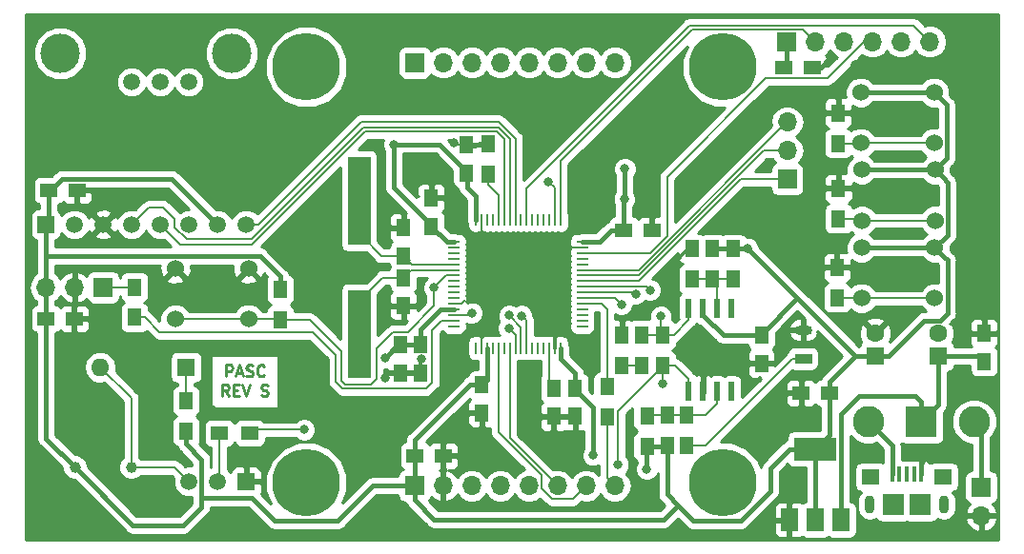
<source format=gbr>
G04 #@! TF.GenerationSoftware,KiCad,Pcbnew,5.0.2-bee76a0~70~ubuntu16.04.1*
G04 #@! TF.CreationDate,2019-02-15T10:17:40+01:00*
G04 #@! TF.ProjectId,lab,6c61622e-6b69-4636-9164-5f7063625858,rev?*
G04 #@! TF.SameCoordinates,Original*
G04 #@! TF.FileFunction,Copper,L1,Top*
G04 #@! TF.FilePolarity,Positive*
%FSLAX46Y46*%
G04 Gerber Fmt 4.6, Leading zero omitted, Abs format (unit mm)*
G04 Created by KiCad (PCBNEW 5.0.2-bee76a0~70~ubuntu16.04.1) date fre 15 feb 2019 10:17:40*
%MOMM*%
%LPD*%
G01*
G04 APERTURE LIST*
G04 #@! TA.AperFunction,NonConductor*
%ADD10C,0.250000*%
G04 #@! TD*
G04 #@! TA.AperFunction,ComponentPad*
%ADD11C,2.800000*%
G04 #@! TD*
G04 #@! TA.AperFunction,ComponentPad*
%ADD12R,2.800000X2.800000*%
G04 #@! TD*
G04 #@! TA.AperFunction,ComponentPad*
%ADD13O,1.700000X1.700000*%
G04 #@! TD*
G04 #@! TA.AperFunction,ComponentPad*
%ADD14R,1.700000X1.700000*%
G04 #@! TD*
G04 #@! TA.AperFunction,ComponentPad*
%ADD15C,6.000000*%
G04 #@! TD*
G04 #@! TA.AperFunction,SMDPad,CuDef*
%ADD16R,0.550000X1.750000*%
G04 #@! TD*
G04 #@! TA.AperFunction,ComponentPad*
%ADD17C,1.600000*%
G04 #@! TD*
G04 #@! TA.AperFunction,ComponentPad*
%ADD18R,1.600000X1.600000*%
G04 #@! TD*
G04 #@! TA.AperFunction,SMDPad,CuDef*
%ADD19R,1.250000X1.500000*%
G04 #@! TD*
G04 #@! TA.AperFunction,SMDPad,CuDef*
%ADD20R,1.500000X1.250000*%
G04 #@! TD*
G04 #@! TA.AperFunction,ComponentPad*
%ADD21O,1.600000X1.600000*%
G04 #@! TD*
G04 #@! TA.AperFunction,SMDPad,CuDef*
%ADD22R,0.400000X1.350000*%
G04 #@! TD*
G04 #@! TA.AperFunction,ComponentPad*
%ADD23O,0.900000X1.600000*%
G04 #@! TD*
G04 #@! TA.AperFunction,SMDPad,CuDef*
%ADD24R,1.600000X1.400000*%
G04 #@! TD*
G04 #@! TA.AperFunction,SMDPad,CuDef*
%ADD25R,1.900000X1.900000*%
G04 #@! TD*
G04 #@! TA.AperFunction,ComponentPad*
%ADD26R,1.520000X1.520000*%
G04 #@! TD*
G04 #@! TA.AperFunction,ComponentPad*
%ADD27C,1.520000*%
G04 #@! TD*
G04 #@! TA.AperFunction,SMDPad,CuDef*
%ADD28R,1.300000X1.500000*%
G04 #@! TD*
G04 #@! TA.AperFunction,SMDPad,CuDef*
%ADD29R,1.500000X1.300000*%
G04 #@! TD*
G04 #@! TA.AperFunction,ComponentPad*
%ADD30R,1.500000X0.900000*%
G04 #@! TD*
G04 #@! TA.AperFunction,ComponentPad*
%ADD31O,1.500000X0.900000*%
G04 #@! TD*
G04 #@! TA.AperFunction,SMDPad,CuDef*
%ADD32R,1.500000X2.000000*%
G04 #@! TD*
G04 #@! TA.AperFunction,SMDPad,CuDef*
%ADD33R,3.800000X2.000000*%
G04 #@! TD*
G04 #@! TA.AperFunction,SMDPad,CuDef*
%ADD34R,0.250000X1.000000*%
G04 #@! TD*
G04 #@! TA.AperFunction,SMDPad,CuDef*
%ADD35R,1.000000X0.250000*%
G04 #@! TD*
G04 #@! TA.AperFunction,ComponentPad*
%ADD36C,1.500000*%
G04 #@! TD*
G04 #@! TA.AperFunction,ComponentPad*
%ADD37R,1.500000X1.500000*%
G04 #@! TD*
G04 #@! TA.AperFunction,ComponentPad*
%ADD38C,3.500000*%
G04 #@! TD*
G04 #@! TA.AperFunction,ComponentPad*
%ADD39C,1.000000*%
G04 #@! TD*
G04 #@! TA.AperFunction,ComponentPad*
%ADD40C,1.524000*%
G04 #@! TD*
G04 #@! TA.AperFunction,SMDPad,CuDef*
%ADD41R,2.000000X7.875000*%
G04 #@! TD*
G04 #@! TA.AperFunction,ViaPad*
%ADD42C,0.800000*%
G04 #@! TD*
G04 #@! TA.AperFunction,Conductor*
%ADD43C,0.200000*%
G04 #@! TD*
G04 #@! TA.AperFunction,Conductor*
%ADD44C,0.400000*%
G04 #@! TD*
G04 #@! TA.AperFunction,Conductor*
%ADD45C,0.300000*%
G04 #@! TD*
G04 #@! TA.AperFunction,Conductor*
%ADD46C,0.254000*%
G04 #@! TD*
G04 APERTURE END LIST*
D10*
X113783333Y-79277380D02*
X113783333Y-78277380D01*
X114164285Y-78277380D01*
X114259523Y-78325000D01*
X114307142Y-78372619D01*
X114354761Y-78467857D01*
X114354761Y-78610714D01*
X114307142Y-78705952D01*
X114259523Y-78753571D01*
X114164285Y-78801190D01*
X113783333Y-78801190D01*
X114735714Y-78991666D02*
X115211904Y-78991666D01*
X114640476Y-79277380D02*
X114973809Y-78277380D01*
X115307142Y-79277380D01*
X115592857Y-79229761D02*
X115735714Y-79277380D01*
X115973809Y-79277380D01*
X116069047Y-79229761D01*
X116116666Y-79182142D01*
X116164285Y-79086904D01*
X116164285Y-78991666D01*
X116116666Y-78896428D01*
X116069047Y-78848809D01*
X115973809Y-78801190D01*
X115783333Y-78753571D01*
X115688095Y-78705952D01*
X115640476Y-78658333D01*
X115592857Y-78563095D01*
X115592857Y-78467857D01*
X115640476Y-78372619D01*
X115688095Y-78325000D01*
X115783333Y-78277380D01*
X116021428Y-78277380D01*
X116164285Y-78325000D01*
X117164285Y-79182142D02*
X117116666Y-79229761D01*
X116973809Y-79277380D01*
X116878571Y-79277380D01*
X116735714Y-79229761D01*
X116640476Y-79134523D01*
X116592857Y-79039285D01*
X116545238Y-78848809D01*
X116545238Y-78705952D01*
X116592857Y-78515476D01*
X116640476Y-78420238D01*
X116735714Y-78325000D01*
X116878571Y-78277380D01*
X116973809Y-78277380D01*
X117116666Y-78325000D01*
X117164285Y-78372619D01*
X114021428Y-81027380D02*
X113688095Y-80551190D01*
X113450000Y-81027380D02*
X113450000Y-80027380D01*
X113830952Y-80027380D01*
X113926190Y-80075000D01*
X113973809Y-80122619D01*
X114021428Y-80217857D01*
X114021428Y-80360714D01*
X113973809Y-80455952D01*
X113926190Y-80503571D01*
X113830952Y-80551190D01*
X113450000Y-80551190D01*
X114450000Y-80503571D02*
X114783333Y-80503571D01*
X114926190Y-81027380D02*
X114450000Y-81027380D01*
X114450000Y-80027380D01*
X114926190Y-80027380D01*
X115211904Y-80027380D02*
X115545238Y-81027380D01*
X115878571Y-80027380D01*
X116926190Y-80979761D02*
X117069047Y-81027380D01*
X117307142Y-81027380D01*
X117402380Y-80979761D01*
X117450000Y-80932142D01*
X117497619Y-80836904D01*
X117497619Y-80741666D01*
X117450000Y-80646428D01*
X117402380Y-80598809D01*
X117307142Y-80551190D01*
X117116666Y-80503571D01*
X117021428Y-80455952D01*
X116973809Y-80408333D01*
X116926190Y-80313095D01*
X116926190Y-80217857D01*
X116973809Y-80122619D01*
X117021428Y-80075000D01*
X117116666Y-80027380D01*
X117354761Y-80027380D01*
X117497619Y-80075000D01*
D11*
G04 #@! TO.P,SW1,3*
G04 #@! TO.N,+5V*
X170814000Y-83312000D03*
D12*
G04 #@! TO.P,SW1,2*
G04 #@! TO.N,+VIN*
X175514000Y-83312000D03*
D11*
G04 #@! TO.P,SW1,1*
G04 #@! TO.N,+BATT*
X180214000Y-83312000D03*
G04 #@! TD*
D13*
G04 #@! TO.P,U6,8*
G04 #@! TO.N,/Display/LED*
X148300000Y-89020000D03*
G04 #@! TO.P,U6,7*
G04 #@! TO.N,/SPI1_SCK*
X145760000Y-89020000D03*
G04 #@! TO.P,U6,6*
G04 #@! TO.N,/SPI1_MOSI*
X143220000Y-89020000D03*
G04 #@! TO.P,U6,5*
G04 #@! TO.N,/LCD_DC*
X140680000Y-89020000D03*
G04 #@! TO.P,U6,4*
G04 #@! TO.N,/LCD_RST*
X138140000Y-89020000D03*
G04 #@! TO.P,U6,3*
G04 #@! TO.N,/LCD_SCE*
X135600000Y-89020000D03*
G04 #@! TO.P,U6,2*
G04 #@! TO.N,GND*
X133060000Y-89020000D03*
D14*
G04 #@! TO.P,U6,1*
G04 #@! TO.N,+3V3*
X130520000Y-89020000D03*
D13*
G04 #@! TO.P,U6,*
G04 #@! TO.N,*
X135626810Y-51394875D03*
X140706810Y-51394875D03*
X138166810Y-51394875D03*
X145786810Y-51394875D03*
X143246810Y-51394875D03*
X148326810Y-51394875D03*
X133086810Y-51394875D03*
D14*
X130546810Y-51394875D03*
D15*
X120920000Y-88770000D03*
X157920000Y-88770000D03*
X157920000Y-51770000D03*
X120920000Y-51770000D03*
G04 #@! TD*
D16*
G04 #@! TO.P,U5,1*
G04 #@! TO.N,/TEMPOUT*
X154870000Y-80625000D03*
G04 #@! TO.P,U5,2*
G04 #@! TO.N,GND*
X156140000Y-80625000D03*
G04 #@! TO.P,U5,3*
G04 #@! TO.N,/Temp Sensor/WBRIDGE+*
X157410000Y-80625000D03*
G04 #@! TO.P,U5,4*
G04 #@! TO.N,Net-(U5-Pad4)*
X158680000Y-80625000D03*
G04 #@! TO.P,U5,5*
G04 #@! TO.N,Net-(U5-Pad5)*
X158680000Y-73225000D03*
G04 #@! TO.P,U5,6*
G04 #@! TO.N,/Temp Sensor/WBRIDGE-*
X157410000Y-73225000D03*
G04 #@! TO.P,U5,7*
G04 #@! TO.N,+3V3*
X156140000Y-73225000D03*
G04 #@! TO.P,U5,8*
G04 #@! TO.N,/Temp Sensor/INAMPFB*
X154870000Y-73225000D03*
G04 #@! TD*
D13*
G04 #@! TO.P,BT1,2*
G04 #@! TO.N,GND*
X180848000Y-91694000D03*
D14*
G04 #@! TO.P,BT1,1*
G04 #@! TO.N,+BATT*
X180848000Y-89154000D03*
G04 #@! TD*
D17*
G04 #@! TO.P,C1,2*
G04 #@! TO.N,GND*
X177038000Y-75470000D03*
D18*
G04 #@! TO.P,C1,1*
G04 #@! TO.N,+VIN*
X177038000Y-77470000D03*
G04 #@! TD*
D19*
G04 #@! TO.P,C2,2*
G04 #@! TO.N,GND*
X181102000Y-75458000D03*
G04 #@! TO.P,C2,1*
G04 #@! TO.N,+VIN*
X181102000Y-77958000D03*
G04 #@! TD*
D20*
G04 #@! TO.P,C3,1*
G04 #@! TO.N,+3V3*
X163342000Y-51816000D03*
G04 #@! TO.P,C3,2*
G04 #@! TO.N,GND*
X165842000Y-51816000D03*
G04 #@! TD*
D18*
G04 #@! TO.P,C4,1*
G04 #@! TO.N,+3V3*
X171450000Y-77470000D03*
D17*
G04 #@! TO.P,C4,2*
G04 #@! TO.N,GND*
X171450000Y-75470000D03*
G04 #@! TD*
D20*
G04 #@! TO.P,C5,1*
G04 #@! TO.N,+3V3*
X167366000Y-80772000D03*
G04 #@! TO.P,C5,2*
G04 #@! TO.N,GND*
X164866000Y-80772000D03*
G04 #@! TD*
D19*
G04 #@! TO.P,C6,1*
G04 #@! TO.N,/XTAL+*
X129535000Y-68560000D03*
G04 #@! TO.P,C6,2*
G04 #@! TO.N,GND*
X129535000Y-66060000D03*
G04 #@! TD*
G04 #@! TO.P,C7,2*
G04 #@! TO.N,GND*
X129550000Y-73000000D03*
G04 #@! TO.P,C7,1*
G04 #@! TO.N,/XTAL-*
X129550000Y-70500000D03*
G04 #@! TD*
G04 #@! TO.P,C8,1*
G04 #@! TO.N,+3V3*
X132000000Y-65925000D03*
G04 #@! TO.P,C8,2*
G04 #@! TO.N,GND*
X132000000Y-63425000D03*
G04 #@! TD*
G04 #@! TO.P,C9,2*
G04 #@! TO.N,GND*
X142875000Y-82850000D03*
G04 #@! TO.P,C9,1*
G04 #@! TO.N,Net-(C9-Pad1)*
X142875000Y-80350000D03*
G04 #@! TD*
G04 #@! TO.P,C10,2*
G04 #@! TO.N,GND*
X136500000Y-82560000D03*
G04 #@! TO.P,C10,1*
G04 #@! TO.N,+3V3*
X136500000Y-80060000D03*
G04 #@! TD*
G04 #@! TO.P,C11,2*
G04 #@! TO.N,GND*
X144800000Y-82825000D03*
G04 #@! TO.P,C11,1*
G04 #@! TO.N,+3V3*
X144800000Y-80325000D03*
G04 #@! TD*
D20*
G04 #@! TO.P,C12,1*
G04 #@! TO.N,+3V3*
X149118000Y-66294000D03*
G04 #@! TO.P,C12,2*
G04 #@! TO.N,GND*
X151618000Y-66294000D03*
G04 #@! TD*
D19*
G04 #@! TO.P,C13,2*
G04 #@! TO.N,GND*
X135150000Y-58700000D03*
G04 #@! TO.P,C13,1*
G04 #@! TO.N,+3V3*
X135150000Y-61200000D03*
G04 #@! TD*
G04 #@! TO.P,C14,1*
G04 #@! TO.N,+3V3*
X131064000Y-76474000D03*
G04 #@! TO.P,C14,2*
G04 #@! TO.N,GND*
X131064000Y-78974000D03*
G04 #@! TD*
G04 #@! TO.P,C15,2*
G04 #@! TO.N,GND*
X129286000Y-78974000D03*
G04 #@! TO.P,C15,1*
G04 #@! TO.N,+3V3*
X129286000Y-76474000D03*
G04 #@! TD*
D20*
G04 #@! TO.P,C16,1*
G04 #@! TO.N,+3V3*
X98064000Y-62738000D03*
G04 #@! TO.P,C16,2*
G04 #@! TO.N,GND*
X100564000Y-62738000D03*
G04 #@! TD*
G04 #@! TO.P,C17,1*
G04 #@! TO.N,+3V3*
X97810000Y-74168000D03*
G04 #@! TO.P,C17,2*
G04 #@! TO.N,GND*
X100310000Y-74168000D03*
G04 #@! TD*
D19*
G04 #@! TO.P,C18,2*
G04 #@! TO.N,GND*
X161325000Y-78125000D03*
G04 #@! TO.P,C18,1*
G04 #@! TO.N,+3V3*
X161325000Y-75625000D03*
G04 #@! TD*
D20*
G04 #@! TO.P,C19,2*
G04 #@! TO.N,GND*
X133076000Y-86360000D03*
G04 #@! TO.P,C19,1*
G04 #@! TO.N,+3V3*
X130576000Y-86360000D03*
G04 #@! TD*
D21*
G04 #@! TO.P,D1,2*
G04 #@! TO.N,Net-(D1-Pad2)*
X102616000Y-78486000D03*
D18*
G04 #@! TO.P,D1,1*
G04 #@! TO.N,Net-(D1-Pad1)*
X110236000Y-78486000D03*
G04 #@! TD*
D22*
G04 #@! TO.P,J1,3*
G04 #@! TO.N,/Data+*
X174244000Y-88003000D03*
G04 #@! TO.P,J1,4*
G04 #@! TO.N,Net-(J1-Pad4)*
X174894000Y-88003000D03*
G04 #@! TO.P,J1,5*
G04 #@! TO.N,GND*
X175544000Y-88003000D03*
G04 #@! TO.P,J1,2*
G04 #@! TO.N,/Data-*
X173594000Y-88003000D03*
G04 #@! TO.P,J1,1*
G04 #@! TO.N,+5V*
X172944000Y-88003000D03*
D23*
G04 #@! TO.P,J1,*
G04 #@! TO.N,*
X177544000Y-90678000D03*
X170944000Y-90678000D03*
D24*
X171044000Y-88228000D03*
X177444000Y-88228000D03*
D25*
X173044000Y-90678000D03*
X175444000Y-90678000D03*
G04 #@! TD*
D13*
G04 #@! TO.P,J2,6*
G04 #@! TO.N,/SWO*
X176276000Y-49530000D03*
G04 #@! TO.P,J2,5*
G04 #@! TO.N,/NRST*
X173736000Y-49530000D03*
G04 #@! TO.P,J2,4*
G04 #@! TO.N,/SWDIO*
X171196000Y-49530000D03*
G04 #@! TO.P,J2,3*
G04 #@! TO.N,GND*
X168656000Y-49530000D03*
G04 #@! TO.P,J2,2*
G04 #@! TO.N,/SWCLK*
X166116000Y-49530000D03*
D14*
G04 #@! TO.P,J2,1*
G04 #@! TO.N,+3V3*
X163576000Y-49530000D03*
G04 #@! TD*
D13*
G04 #@! TO.P,J3,3*
G04 #@! TO.N,/USART1_RX*
X163620000Y-56680000D03*
G04 #@! TO.P,J3,2*
G04 #@! TO.N,/USART1_TX*
X163620000Y-59220000D03*
D14*
G04 #@! TO.P,J3,1*
G04 #@! TO.N,/USART1_CK*
X163620000Y-61760000D03*
G04 #@! TD*
D26*
G04 #@! TO.P,Q1,1*
G04 #@! TO.N,GND*
X115570000Y-88646000D03*
D27*
G04 #@! TO.P,Q1,3*
G04 #@! TO.N,Net-(D1-Pad2)*
X110490000Y-88646000D03*
G04 #@! TO.P,Q1,2*
G04 #@! TO.N,Net-(Q1-Pad2)*
X113030000Y-88646000D03*
G04 #@! TD*
D28*
G04 #@! TO.P,R1,2*
G04 #@! TO.N,GND*
X137100000Y-58625000D03*
G04 #@! TO.P,R1,1*
G04 #@! TO.N,Net-(R1-Pad1)*
X137100000Y-61325000D03*
G04 #@! TD*
G04 #@! TO.P,R2,2*
G04 #@! TO.N,/NRST*
X118618000Y-74248000D03*
G04 #@! TO.P,R2,1*
G04 #@! TO.N,+3V3*
X118618000Y-71548000D03*
G04 #@! TD*
G04 #@! TO.P,R3,1*
G04 #@! TO.N,/Temp Sensor/WBRIDGE+*
X152950000Y-82750000D03*
G04 #@! TO.P,R3,2*
G04 #@! TO.N,+3V3*
X152950000Y-85450000D03*
G04 #@! TD*
G04 #@! TO.P,R4,1*
G04 #@! TO.N,+3V3*
X158800000Y-67950000D03*
G04 #@! TO.P,R4,2*
G04 #@! TO.N,/Temp Sensor/WBRIDGE-*
X158800000Y-70650000D03*
G04 #@! TD*
G04 #@! TO.P,R5,2*
G04 #@! TO.N,+3V3*
X151175000Y-85525000D03*
G04 #@! TO.P,R5,1*
G04 #@! TO.N,/Temp Sensor/WBRIDGE+*
X151175000Y-82825000D03*
G04 #@! TD*
G04 #@! TO.P,R6,1*
G04 #@! TO.N,+3V3*
X157000000Y-67950000D03*
G04 #@! TO.P,R6,2*
G04 #@! TO.N,/Temp Sensor/WBRIDGE-*
X157000000Y-70650000D03*
G04 #@! TD*
G04 #@! TO.P,R7,2*
G04 #@! TO.N,Net-(R7-Pad2)*
X154700000Y-85450000D03*
G04 #@! TO.P,R7,1*
G04 #@! TO.N,/Temp Sensor/WBRIDGE+*
X154700000Y-82750000D03*
G04 #@! TD*
G04 #@! TO.P,R8,2*
G04 #@! TO.N,/Temp Sensor/WBRIDGE-*
X155200000Y-70650000D03*
G04 #@! TO.P,R8,1*
G04 #@! TO.N,GND*
X155200000Y-67950000D03*
G04 #@! TD*
G04 #@! TO.P,R9,2*
G04 #@! TO.N,/Temp Sensor/INAMPFB*
X152553000Y-75620000D03*
G04 #@! TO.P,R9,1*
G04 #@! TO.N,/TEMPOUT*
X152553000Y-78320000D03*
G04 #@! TD*
G04 #@! TO.P,R10,1*
G04 #@! TO.N,/Temp Sensor/INAMPFB*
X150693000Y-75590000D03*
G04 #@! TO.P,R10,2*
G04 #@! TO.N,Net-(R10-Pad2)*
X150693000Y-78290000D03*
G04 #@! TD*
G04 #@! TO.P,R11,2*
G04 #@! TO.N,GND*
X148943000Y-75600000D03*
G04 #@! TO.P,R11,1*
G04 #@! TO.N,Net-(R10-Pad2)*
X148943000Y-78300000D03*
G04 #@! TD*
G04 #@! TO.P,R12,1*
G04 #@! TO.N,/TIM3_CH1*
X147625000Y-80225000D03*
G04 #@! TO.P,R12,2*
G04 #@! TO.N,/Display/LED*
X147625000Y-82925000D03*
G04 #@! TD*
D29*
G04 #@! TO.P,R13,2*
G04 #@! TO.N,/PIEZOPWM*
X115904000Y-84328000D03*
G04 #@! TO.P,R13,1*
G04 #@! TO.N,Net-(Q1-Pad2)*
X113204000Y-84328000D03*
G04 #@! TD*
D28*
G04 #@! TO.P,R14,2*
G04 #@! TO.N,Net-(D1-Pad1)*
X110236000Y-81454000D03*
G04 #@! TO.P,R14,1*
G04 #@! TO.N,+3V3*
X110236000Y-84154000D03*
G04 #@! TD*
G04 #@! TO.P,R15,1*
G04 #@! TO.N,/TIM_START*
X168144000Y-58558000D03*
G04 #@! TO.P,R15,2*
G04 #@! TO.N,GND*
X168144000Y-55858000D03*
G04 #@! TD*
G04 #@! TO.P,R16,1*
G04 #@! TO.N,/TIM_INC*
X168174000Y-65268000D03*
G04 #@! TO.P,R16,2*
G04 #@! TO.N,GND*
X168174000Y-62568000D03*
G04 #@! TD*
G04 #@! TO.P,R17,1*
G04 #@! TO.N,/TIM_RES*
X168044000Y-72298000D03*
G04 #@! TO.P,R17,2*
G04 #@! TO.N,GND*
X168044000Y-69598000D03*
G04 #@! TD*
D30*
G04 #@! TO.P,TH1,1*
G04 #@! TO.N,Net-(R7-Pad2)*
X165050000Y-77700000D03*
D31*
G04 #@! TO.P,TH1,2*
G04 #@! TO.N,GND*
X165050000Y-75160000D03*
G04 #@! TD*
D32*
G04 #@! TO.P,U1,1*
G04 #@! TO.N,GND*
X163816000Y-92050000D03*
G04 #@! TO.P,U1,3*
G04 #@! TO.N,+VIN*
X168416000Y-92050000D03*
G04 #@! TO.P,U1,2*
G04 #@! TO.N,+3V3*
X166116000Y-92050000D03*
D33*
X166116000Y-85750000D03*
G04 #@! TD*
D34*
G04 #@! TO.P,U2,64*
G04 #@! TO.N,+3V3*
X135980000Y-65370000D03*
G04 #@! TO.P,U2,63*
G04 #@! TO.N,GND*
X136480000Y-65370000D03*
G04 #@! TO.P,U2,62*
G04 #@! TO.N,Net-(U2-Pad62)*
X136980000Y-65370000D03*
G04 #@! TO.P,U2,61*
G04 #@! TO.N,Net-(U2-Pad61)*
X137480000Y-65370000D03*
G04 #@! TO.P,U2,60*
G04 #@! TO.N,Net-(R1-Pad1)*
X137980000Y-65370000D03*
G04 #@! TO.P,U2,59*
G04 #@! TO.N,/I2C1_SDA*
X138480000Y-65370000D03*
G04 #@! TO.P,U2,58*
G04 #@! TO.N,/I2C1_SCL*
X138980000Y-65370000D03*
G04 #@! TO.P,U2,57*
G04 #@! TO.N,/CS_INT*
X139480000Y-65370000D03*
G04 #@! TO.P,U2,56*
G04 #@! TO.N,Net-(U2-Pad56)*
X139980000Y-65370000D03*
G04 #@! TO.P,U2,55*
G04 #@! TO.N,/SWO*
X140480000Y-65370000D03*
G04 #@! TO.P,U2,54*
G04 #@! TO.N,Net-(U2-Pad54)*
X140980000Y-65370000D03*
G04 #@! TO.P,U2,53*
G04 #@! TO.N,Net-(U2-Pad53)*
X141480000Y-65370000D03*
G04 #@! TO.P,U2,52*
G04 #@! TO.N,Net-(U2-Pad52)*
X141980000Y-65370000D03*
G04 #@! TO.P,U2,51*
G04 #@! TO.N,Net-(U2-Pad51)*
X142480000Y-65370000D03*
G04 #@! TO.P,U2,50*
G04 #@! TO.N,/PIEZOPWM*
X142980000Y-65370000D03*
G04 #@! TO.P,U2,49*
G04 #@! TO.N,/SWCLK*
X143480000Y-65370000D03*
D35*
G04 #@! TO.P,U2,48*
G04 #@! TO.N,+3V3*
X145430000Y-67320000D03*
G04 #@! TO.P,U2,47*
G04 #@! TO.N,GND*
X145430000Y-67820000D03*
G04 #@! TO.P,U2,46*
G04 #@! TO.N,/SWDIO*
X145430000Y-68320000D03*
G04 #@! TO.P,U2,45*
G04 #@! TO.N,Net-(U2-Pad45)*
X145430000Y-68820000D03*
G04 #@! TO.P,U2,44*
G04 #@! TO.N,Net-(U2-Pad44)*
X145430000Y-69320000D03*
G04 #@! TO.P,U2,43*
G04 #@! TO.N,/USART1_RX*
X145430000Y-69820000D03*
G04 #@! TO.P,U2,42*
G04 #@! TO.N,/USART1_TX*
X145430000Y-70320000D03*
G04 #@! TO.P,U2,41*
G04 #@! TO.N,/USART1_CK*
X145430000Y-70820000D03*
G04 #@! TO.P,U2,40*
G04 #@! TO.N,/TIM_RES*
X145430000Y-71320000D03*
G04 #@! TO.P,U2,39*
G04 #@! TO.N,/TIM_INC*
X145430000Y-71820000D03*
G04 #@! TO.P,U2,38*
G04 #@! TO.N,/TIM_START*
X145430000Y-72320000D03*
G04 #@! TO.P,U2,37*
G04 #@! TO.N,/TIM3_CH1*
X145430000Y-72820000D03*
G04 #@! TO.P,U2,36*
G04 #@! TO.N,Net-(U2-Pad36)*
X145430000Y-73320000D03*
G04 #@! TO.P,U2,35*
G04 #@! TO.N,Net-(U2-Pad35)*
X145430000Y-73820000D03*
G04 #@! TO.P,U2,34*
G04 #@! TO.N,Net-(U2-Pad34)*
X145430000Y-74320000D03*
G04 #@! TO.P,U2,33*
G04 #@! TO.N,Net-(U2-Pad33)*
X145430000Y-74820000D03*
D34*
G04 #@! TO.P,U2,32*
G04 #@! TO.N,+3V3*
X143480000Y-76770000D03*
G04 #@! TO.P,U2,31*
G04 #@! TO.N,GND*
X142980000Y-76770000D03*
G04 #@! TO.P,U2,30*
G04 #@! TO.N,Net-(C9-Pad1)*
X142480000Y-76770000D03*
G04 #@! TO.P,U2,29*
G04 #@! TO.N,Net-(U2-Pad29)*
X141980000Y-76770000D03*
G04 #@! TO.P,U2,28*
G04 #@! TO.N,Net-(U2-Pad28)*
X141480000Y-76770000D03*
G04 #@! TO.P,U2,27*
G04 #@! TO.N,Net-(U2-Pad27)*
X140980000Y-76770000D03*
G04 #@! TO.P,U2,26*
G04 #@! TO.N,/LCD_DC*
X140480000Y-76770000D03*
G04 #@! TO.P,U2,25*
G04 #@! TO.N,/LCD_SCE*
X139980000Y-76770000D03*
G04 #@! TO.P,U2,24*
G04 #@! TO.N,/LCD_RST*
X139480000Y-76770000D03*
G04 #@! TO.P,U2,23*
G04 #@! TO.N,/SPI1_MOSI*
X138980000Y-76770000D03*
G04 #@! TO.P,U2,22*
G04 #@! TO.N,Net-(U2-Pad22)*
X138480000Y-76770000D03*
G04 #@! TO.P,U2,21*
G04 #@! TO.N,/SPI1_SCK*
X137980000Y-76770000D03*
G04 #@! TO.P,U2,20*
G04 #@! TO.N,Net-(U2-Pad20)*
X137480000Y-76770000D03*
G04 #@! TO.P,U2,19*
G04 #@! TO.N,+3V3*
X136980000Y-76770000D03*
G04 #@! TO.P,U2,18*
G04 #@! TO.N,GND*
X136480000Y-76770000D03*
G04 #@! TO.P,U2,17*
G04 #@! TO.N,Net-(U2-Pad17)*
X135980000Y-76770000D03*
D35*
G04 #@! TO.P,U2,16*
G04 #@! TO.N,Net-(U2-Pad16)*
X134030000Y-74820000D03*
G04 #@! TO.P,U2,15*
G04 #@! TO.N,/PULSESIG*
X134030000Y-74320000D03*
G04 #@! TO.P,U2,14*
G04 #@! TO.N,/TEMPOUT*
X134030000Y-73820000D03*
G04 #@! TO.P,U2,13*
G04 #@! TO.N,+3V3*
X134030000Y-73320000D03*
G04 #@! TO.P,U2,12*
G04 #@! TO.N,GND*
X134030000Y-72820000D03*
G04 #@! TO.P,U2,11*
G04 #@! TO.N,Net-(U2-Pad11)*
X134030000Y-72320000D03*
G04 #@! TO.P,U2,10*
G04 #@! TO.N,Net-(U2-Pad10)*
X134030000Y-71820000D03*
G04 #@! TO.P,U2,9*
G04 #@! TO.N,Net-(U2-Pad9)*
X134030000Y-71320000D03*
G04 #@! TO.P,U2,8*
G04 #@! TO.N,Net-(U2-Pad8)*
X134030000Y-70820000D03*
G04 #@! TO.P,U2,7*
G04 #@! TO.N,/NRST*
X134030000Y-70320000D03*
G04 #@! TO.P,U2,6*
G04 #@! TO.N,/XTAL-*
X134030000Y-69820000D03*
G04 #@! TO.P,U2,5*
G04 #@! TO.N,/XTAL+*
X134030000Y-69320000D03*
G04 #@! TO.P,U2,4*
G04 #@! TO.N,Net-(U2-Pad4)*
X134030000Y-68820000D03*
G04 #@! TO.P,U2,3*
G04 #@! TO.N,Net-(U2-Pad3)*
X134030000Y-68320000D03*
G04 #@! TO.P,U2,2*
G04 #@! TO.N,Net-(U2-Pad2)*
X134030000Y-67820000D03*
G04 #@! TO.P,U2,1*
G04 #@! TO.N,+3V3*
X134030000Y-67320000D03*
G04 #@! TD*
D36*
G04 #@! TO.P,U3,11*
G04 #@! TO.N,N/C*
X110490000Y-53086000D03*
G04 #@! TO.P,U3,10*
X107950000Y-53086000D03*
G04 #@! TO.P,U3,9*
X105410000Y-53086000D03*
G04 #@! TO.P,U3,8*
G04 #@! TO.N,/CS_INT*
X115570000Y-65786000D03*
G04 #@! TO.P,U3,7*
G04 #@! TO.N,+3V3*
X113030000Y-65786000D03*
G04 #@! TO.P,U3,6*
G04 #@! TO.N,GND*
X110490000Y-65786000D03*
G04 #@! TO.P,U3,5*
G04 #@! TO.N,/I2C1_SDA*
X107950000Y-65786000D03*
G04 #@! TO.P,U3,4*
G04 #@! TO.N,/I2C1_SCL*
X105410000Y-65786000D03*
G04 #@! TO.P,U3,3*
G04 #@! TO.N,GND*
X102870000Y-65786000D03*
G04 #@! TO.P,U3,2*
G04 #@! TO.N,Net-(U3-Pad2)*
X100330000Y-65786000D03*
D37*
G04 #@! TO.P,U3,1*
G04 #@! TO.N,+3V3*
X97790000Y-65786000D03*
D38*
G04 #@! TO.P,U3,*
G04 #@! TO.N,*
X114300000Y-50546000D03*
X99060000Y-50546000D03*
G04 #@! TD*
D14*
G04 #@! TO.P,U4,1*
G04 #@! TO.N,Net-(R18-Pad2)*
X102870000Y-71374000D03*
D13*
G04 #@! TO.P,U4,2*
G04 #@! TO.N,GND*
X100330000Y-71374000D03*
G04 #@! TO.P,U4,3*
G04 #@! TO.N,+3V3*
X97790000Y-71374000D03*
G04 #@! TD*
D39*
G04 #@! TO.P,U7,1*
G04 #@! TO.N,+3V3*
X100370000Y-87376000D03*
G04 #@! TO.P,U7,2*
G04 #@! TO.N,Net-(D1-Pad2)*
X105370000Y-87376000D03*
G04 #@! TD*
D40*
G04 #@! TO.P,U8,4*
G04 #@! TO.N,/NRST*
X115790000Y-74200000D03*
G04 #@! TO.P,U8,3*
X109290000Y-74200000D03*
G04 #@! TO.P,U8,2*
G04 #@! TO.N,GND*
X115790000Y-69700000D03*
G04 #@! TO.P,U8,1*
X109290000Y-69700000D03*
G04 #@! TD*
G04 #@! TO.P,U9,1*
G04 #@! TO.N,+3V3*
X170154000Y-54038000D03*
G04 #@! TO.P,U9,2*
X176654000Y-54038000D03*
G04 #@! TO.P,U9,3*
G04 #@! TO.N,/TIM_START*
X170154000Y-58538000D03*
G04 #@! TO.P,U9,4*
X176654000Y-58538000D03*
G04 #@! TD*
G04 #@! TO.P,U10,1*
G04 #@! TO.N,+3V3*
X170254000Y-60918000D03*
G04 #@! TO.P,U10,2*
X176754000Y-60918000D03*
G04 #@! TO.P,U10,3*
G04 #@! TO.N,/TIM_INC*
X170254000Y-65418000D03*
G04 #@! TO.P,U10,4*
X176754000Y-65418000D03*
G04 #@! TD*
G04 #@! TO.P,U11,4*
G04 #@! TO.N,/TIM_RES*
X176732000Y-72354000D03*
G04 #@! TO.P,U11,3*
X170232000Y-72354000D03*
G04 #@! TO.P,U11,2*
G04 #@! TO.N,+3V3*
X176732000Y-67854000D03*
G04 #@! TO.P,U11,1*
X170232000Y-67854000D03*
G04 #@! TD*
D41*
G04 #@! TO.P,Y1,2*
G04 #@! TO.N,/XTAL+*
X125600000Y-63662500D03*
G04 #@! TO.P,Y1,1*
G04 #@! TO.N,/XTAL-*
X125600000Y-75537500D03*
G04 #@! TD*
D28*
G04 #@! TO.P,R18,2*
G04 #@! TO.N,Net-(R18-Pad2)*
X105650000Y-71350000D03*
G04 #@! TO.P,R18,1*
G04 #@! TO.N,/PULSESIG*
X105650000Y-74050000D03*
G04 #@! TD*
D42*
G04 #@! TO.N,GND*
X145750000Y-55250000D03*
X141750000Y-59000000D03*
X143500000Y-57250000D03*
X133500000Y-61500000D03*
X133600000Y-63700000D03*
X133600000Y-65600000D03*
X129900000Y-60700000D03*
X129900000Y-61900000D03*
X127100000Y-58600000D03*
X127750000Y-67000000D03*
X127750000Y-65250000D03*
X131100000Y-72400000D03*
X127900000Y-74300000D03*
X127900000Y-72000000D03*
X133300000Y-76100000D03*
X135400000Y-78300000D03*
X146200000Y-78700000D03*
X146200000Y-76100000D03*
X144800000Y-77000000D03*
X141300000Y-78500000D03*
X141300000Y-81600000D03*
X141400000Y-84400000D03*
X144900000Y-84600000D03*
X150500000Y-88900000D03*
X151800000Y-90600000D03*
X147000000Y-90700000D03*
X141600000Y-90700000D03*
X139300000Y-90700000D03*
X136800000Y-90700000D03*
X134200000Y-90700000D03*
X114500000Y-86000000D03*
X117600000Y-86100000D03*
X115600000Y-91500000D03*
X112900000Y-91500000D03*
X110100000Y-90500000D03*
X106500000Y-88700000D03*
X102950000Y-74000000D03*
X102950000Y-76500000D03*
X109400000Y-64000000D03*
X108300000Y-63100000D03*
X102400000Y-63000000D03*
X99200000Y-67300000D03*
X101600000Y-67300000D03*
X104300000Y-67300000D03*
X106800000Y-67300000D03*
X153500000Y-52250000D03*
X149750000Y-56000000D03*
X145500000Y-60000000D03*
X156500000Y-56000000D03*
X153250000Y-59250000D03*
X167500000Y-50900000D03*
X172300000Y-51550000D03*
X175250000Y-51500000D03*
X173750000Y-52600000D03*
X171750000Y-55500000D03*
X175250000Y-55500000D03*
X173500000Y-57250000D03*
X171750000Y-62250000D03*
X175250000Y-62250000D03*
X173500000Y-64000000D03*
X173500000Y-59750000D03*
X173500000Y-66500000D03*
X172500000Y-69250000D03*
X175000000Y-69250000D03*
X173750000Y-70750000D03*
X167750000Y-67500000D03*
X157750000Y-65250000D03*
X161500000Y-63000000D03*
X161500000Y-60750000D03*
X156500000Y-61750000D03*
X159000000Y-59250000D03*
X161250000Y-56750000D03*
X154000000Y-64500000D03*
X147750000Y-64750000D03*
X146250000Y-66000000D03*
X144750000Y-66000000D03*
X142750000Y-67750000D03*
X139750000Y-67750000D03*
X137000000Y-67750000D03*
X137000000Y-70000000D03*
X139750000Y-70000000D03*
X142750000Y-70000000D03*
X142750000Y-72250000D03*
X139750000Y-72250000D03*
X137000000Y-72250000D03*
X133750000Y-79750000D03*
X155500000Y-75500000D03*
X154250000Y-76750000D03*
X155750000Y-78500000D03*
X159250000Y-78500000D03*
X159250000Y-77000000D03*
X163000000Y-77000000D03*
X163000000Y-75500000D03*
X167750000Y-77500000D03*
X166250000Y-79000000D03*
X163000000Y-80500000D03*
X159250000Y-84500000D03*
X161500000Y-86000000D03*
X163250000Y-84250000D03*
X166000000Y-83500000D03*
X169750000Y-86000000D03*
X171500000Y-86000000D03*
X174500000Y-86000000D03*
X176750000Y-86000000D03*
X179000000Y-86000000D03*
X179000000Y-90750000D03*
X177000000Y-93000000D03*
X174250000Y-93000000D03*
X171500000Y-93000000D03*
X164750000Y-88000000D03*
X164750000Y-89750000D03*
X161250000Y-92500000D03*
X107400000Y-76500000D03*
X108000000Y-82500000D03*
X108250000Y-85500000D03*
X112500000Y-82250000D03*
X112500000Y-76750000D03*
X103750000Y-82000000D03*
X103500000Y-87750000D03*
X107400000Y-70000000D03*
X111500000Y-70000000D03*
X114000000Y-70000000D03*
X116500000Y-72000000D03*
X114000000Y-73000000D03*
X111500000Y-73000000D03*
X107400000Y-73000000D03*
X163000000Y-65000000D03*
X164500000Y-67000000D03*
X166000000Y-69000000D03*
X179350000Y-48400000D03*
X179500000Y-55000000D03*
X179500000Y-62250000D03*
X179500000Y-69250000D03*
X179500000Y-75500000D03*
X179500000Y-73750000D03*
X179500000Y-79000000D03*
X178500000Y-81250000D03*
X180500000Y-80500000D03*
X153590000Y-73120000D03*
X153590000Y-69420000D03*
X134000000Y-58500000D03*
X169700000Y-51600000D03*
X131100000Y-77774002D03*
X134700000Y-82700000D03*
X133000000Y-84600000D03*
X120900000Y-76900000D03*
X124000000Y-81500000D03*
X129250000Y-84250000D03*
X120550000Y-65100000D03*
X120600000Y-68500000D03*
X120650000Y-72550000D03*
X123500000Y-62500000D03*
X123500000Y-72250000D03*
X127750000Y-63500000D03*
X123900000Y-56900000D03*
X121800000Y-59000000D03*
X119600000Y-61100000D03*
X117400000Y-63300000D03*
X113250000Y-63000000D03*
X110500000Y-60500000D03*
X98750000Y-60000000D03*
X127900000Y-79450000D03*
X140000000Y-56750000D03*
X163250000Y-54500000D03*
X166530000Y-54500000D03*
X166500000Y-57250000D03*
X166750000Y-61000000D03*
X174750000Y-73500000D03*
X126750000Y-69500000D03*
X125000000Y-70500000D03*
X125000000Y-68750000D03*
X123500000Y-66750000D03*
X118250000Y-67750000D03*
X105750000Y-63000000D03*
X132000000Y-81500000D03*
X129250000Y-81500000D03*
X150500000Y-50750000D03*
X153000000Y-48250000D03*
X149680000Y-84170000D03*
X150350000Y-73850000D03*
G04 #@! TO.N,/NRST*
X132250000Y-71400000D03*
G04 #@! TO.N,+3V3*
X149150000Y-63525000D03*
X149200000Y-60825000D03*
X160100000Y-67900000D03*
X151150000Y-87525000D03*
X127900000Y-77625000D03*
X128700000Y-58650000D03*
X146375016Y-86300000D03*
G04 #@! TO.N,/Temp Sensor/INAMPFB*
X152400000Y-73914000D03*
G04 #@! TO.N,/TEMPOUT*
X135600000Y-73650000D03*
X148600000Y-87150000D03*
X152549990Y-79900000D03*
G04 #@! TO.N,/LCD_DC*
X140030000Y-73890000D03*
G04 #@! TO.N,/LCD_RST*
X138900000Y-75000000D03*
G04 #@! TO.N,/LCD_SCE*
X138925000Y-73875000D03*
G04 #@! TO.N,/TIM_START*
X148900000Y-72900000D03*
G04 #@! TO.N,/TIM_INC*
X150150000Y-71975000D03*
G04 #@! TO.N,/TIM_RES*
X151450000Y-71625000D03*
G04 #@! TO.N,/PIEZOPWM*
X142400000Y-61950000D03*
X120725000Y-84025000D03*
G04 #@! TD*
D43*
G04 #@! TO.N,GND*
X134200000Y-58700000D02*
X134000000Y-58500000D01*
X135150000Y-58700000D02*
X134200000Y-58700000D01*
X136480000Y-65370000D02*
X136480000Y-66480000D01*
X136480000Y-66480000D02*
X136500000Y-66500000D01*
X136500000Y-66500000D02*
X136500000Y-67000000D01*
X134730000Y-72820000D02*
X135050000Y-72500000D01*
X134030000Y-72820000D02*
X134730000Y-72820000D01*
X136480000Y-76770000D02*
X136480000Y-75020000D01*
X167500000Y-50900000D02*
X167500000Y-50686000D01*
X165842000Y-51816000D02*
X165967000Y-51816000D01*
D44*
X166584000Y-51816000D02*
X167500000Y-50900000D01*
X165842000Y-51816000D02*
X166584000Y-51816000D01*
X175544000Y-86928000D02*
X175500000Y-86884000D01*
X175544000Y-88003000D02*
X175544000Y-86928000D01*
X175500000Y-86884000D02*
X175500000Y-86400000D01*
D43*
X145430000Y-67820000D02*
X144180000Y-67820000D01*
D45*
X142980000Y-76770000D02*
X142980000Y-75970000D01*
X142980000Y-75970000D02*
X142980000Y-75020000D01*
X131064000Y-77810002D02*
X131100000Y-77774002D01*
X131064000Y-78974000D02*
X131064000Y-77810002D01*
X155200000Y-67575000D02*
X154075000Y-68700000D01*
X155200000Y-67475000D02*
X155200000Y-67575000D01*
X154075000Y-68700000D02*
X154075000Y-68725000D01*
D44*
G04 #@! TO.N,+5V*
X172944000Y-85442000D02*
X170814000Y-83312000D01*
X172944000Y-88003000D02*
X172944000Y-85442000D01*
D43*
G04 #@! TO.N,/SWO*
X176276000Y-49530000D02*
X175426001Y-48680001D01*
X174825989Y-48079989D02*
X154970011Y-48079989D01*
X175426001Y-48680001D02*
X174825989Y-48079989D01*
X154970011Y-48079989D02*
X140480000Y-62570000D01*
X140480000Y-62570000D02*
X140480000Y-62900000D01*
X140480000Y-62900000D02*
X140480000Y-65370000D01*
X140480000Y-62670000D02*
X140480000Y-62900000D01*
G04 #@! TO.N,/NRST*
X118570000Y-74200000D02*
X118618000Y-74248000D01*
X115790000Y-74200000D02*
X118570000Y-74200000D01*
X121223000Y-74248000D02*
X118618000Y-74248000D01*
X124025000Y-77050000D02*
X121223000Y-74248000D01*
X124025000Y-79650000D02*
X124025000Y-77050000D01*
X132250000Y-73025000D02*
X129925000Y-75350000D01*
X132250000Y-71400000D02*
X132250000Y-71400000D01*
X133330000Y-70320000D02*
X132250000Y-71400000D01*
X127125000Y-79525000D02*
X126650000Y-80000000D01*
X134030000Y-70320000D02*
X133330000Y-70320000D01*
X129925000Y-75350000D02*
X128584998Y-75350000D01*
X126650000Y-80000000D02*
X124375000Y-80000000D01*
X127125000Y-76809998D02*
X127125000Y-79525000D01*
X128584998Y-75350000D02*
X127125000Y-76809998D01*
X124375000Y-80000000D02*
X124025000Y-79650000D01*
X109290000Y-74200000D02*
X115790000Y-74200000D01*
X132250000Y-71400000D02*
X132250000Y-73025000D01*
G04 #@! TO.N,/SWDIO*
X146130000Y-68320000D02*
X145430000Y-68320000D01*
X151417002Y-68320000D02*
X146130000Y-68320000D01*
X152950000Y-66787002D02*
X151417002Y-68320000D01*
X152950000Y-61550002D02*
X152950000Y-66787002D01*
X171196000Y-49530000D02*
X170432002Y-49530000D01*
X170432002Y-49530000D02*
X167187002Y-52775000D01*
X161725002Y-52775000D02*
X152950000Y-61550002D01*
X167187002Y-52775000D02*
X161725002Y-52775000D01*
G04 #@! TO.N,/SWCLK*
X143480000Y-64670000D02*
X143480000Y-65370000D01*
X166116000Y-49530000D02*
X165015999Y-48429999D01*
X165015999Y-48429999D02*
X155214989Y-48429999D01*
X155214989Y-48429999D02*
X143480000Y-60164988D01*
X143480000Y-60164988D02*
X143480000Y-64670000D01*
D44*
G04 #@! TO.N,+3V3*
X143480000Y-76770000D02*
X143480000Y-77705000D01*
X144800000Y-79025000D02*
X144800000Y-80325000D01*
X143480000Y-77705000D02*
X144800000Y-79025000D01*
X163576000Y-51582000D02*
X163342000Y-51816000D01*
X163576000Y-49530000D02*
X163576000Y-51582000D01*
X136980000Y-79580000D02*
X136500000Y-80060000D01*
X136980000Y-76770000D02*
X136980000Y-79580000D01*
X130576000Y-88964000D02*
X130520000Y-89020000D01*
X130576000Y-86360000D02*
X130576000Y-88964000D01*
X131064000Y-75086000D02*
X131064000Y-76474000D01*
X132830000Y-73320000D02*
X131064000Y-75086000D01*
X134030000Y-73320000D02*
X132830000Y-73320000D01*
X131064000Y-76474000D02*
X129286000Y-76474000D01*
X135210000Y-61194000D02*
X135210000Y-62485000D01*
X135980000Y-63255000D02*
X135980000Y-65370000D01*
X135210000Y-62485000D02*
X135980000Y-63255000D01*
X133395000Y-67320000D02*
X132000000Y-65925000D01*
X134030000Y-67320000D02*
X133395000Y-67320000D01*
X171331630Y-60918000D02*
X176754000Y-60918000D01*
X170254000Y-60918000D02*
X171331630Y-60918000D01*
X170154000Y-54038000D02*
X176654000Y-54038000D01*
X170232000Y-67854000D02*
X176732000Y-67854000D01*
X98064000Y-65512000D02*
X97790000Y-65786000D01*
X98064000Y-62738000D02*
X98064000Y-65512000D01*
X112280001Y-65036001D02*
X112280001Y-65030001D01*
X113030000Y-65786000D02*
X112280001Y-65036001D01*
X98189000Y-62738000D02*
X98064000Y-62738000D01*
X108963000Y-61713000D02*
X99214000Y-61713000D01*
X99214000Y-61713000D02*
X98189000Y-62738000D01*
X112280001Y-65030001D02*
X108963000Y-61713000D01*
X97790000Y-65786000D02*
X97790000Y-66936000D01*
X97790000Y-74148000D02*
X97810000Y-74168000D01*
X97790000Y-71374000D02*
X97790000Y-74148000D01*
X97810000Y-84816000D02*
X100370000Y-87376000D01*
X97810000Y-74168000D02*
X97810000Y-84816000D01*
X110236000Y-85304000D02*
X110236000Y-84154000D01*
X111600001Y-86668001D02*
X110236000Y-85304000D01*
X166116000Y-90650000D02*
X166116000Y-85750000D01*
X166116000Y-92050000D02*
X166116000Y-90650000D01*
X167366000Y-84500000D02*
X166116000Y-85750000D01*
X167366000Y-80772000D02*
X167366000Y-84500000D01*
X177493999Y-68615999D02*
X176732000Y-67854000D01*
X177844001Y-68966001D02*
X177493999Y-68615999D01*
X177844001Y-73655999D02*
X177844001Y-68966001D01*
X171450000Y-77470000D02*
X172650000Y-77470000D01*
X172650000Y-77470000D02*
X175800001Y-74319999D01*
X175800001Y-74319999D02*
X177180001Y-74319999D01*
X177180001Y-74319999D02*
X177844001Y-73655999D01*
X177866001Y-66719999D02*
X177866001Y-62030001D01*
X177515999Y-61679999D02*
X176754000Y-60918000D01*
X177866001Y-62030001D02*
X177515999Y-61679999D01*
X176732000Y-67854000D02*
X177866001Y-66719999D01*
X177415999Y-54799999D02*
X176654000Y-54038000D01*
X177766001Y-55150001D02*
X177415999Y-54799999D01*
X177766001Y-59905999D02*
X177766001Y-55150001D01*
X176754000Y-60918000D02*
X177766001Y-59905999D01*
X149118000Y-66294000D02*
X147956000Y-66294000D01*
X146930000Y-67320000D02*
X145430000Y-67320000D01*
X147956000Y-66294000D02*
X146930000Y-67320000D01*
X149118000Y-63557000D02*
X149150000Y-63525000D01*
X149118000Y-66294000D02*
X149118000Y-63557000D01*
X149150000Y-60875000D02*
X149200000Y-60825000D01*
X149150000Y-63525000D02*
X149150000Y-60875000D01*
X156140000Y-73825000D02*
X156140000Y-73225000D01*
X157940000Y-75625000D02*
X156140000Y-73825000D01*
X161325000Y-75625000D02*
X157940000Y-75625000D01*
X169643000Y-77470000D02*
X167366000Y-79747000D01*
X167366000Y-79747000D02*
X167366000Y-80772000D01*
X171450000Y-77470000D02*
X169643000Y-77470000D01*
X169643000Y-77443000D02*
X169643000Y-77470000D01*
X159247998Y-67900000D02*
X158817999Y-67470001D01*
X160100000Y-67900000D02*
X159247998Y-67900000D01*
X152875000Y-85525000D02*
X152950000Y-85450000D01*
X151175000Y-85525000D02*
X152875000Y-85525000D01*
X163816000Y-85750000D02*
X162125000Y-87441000D01*
X166116000Y-85750000D02*
X163816000Y-85750000D01*
X159528001Y-92120001D02*
X155295001Y-92120001D01*
X162125000Y-89523002D02*
X159528001Y-92120001D01*
X162125000Y-87441000D02*
X162125000Y-89523002D01*
X152950000Y-89775000D02*
X152950000Y-85450000D01*
X164500000Y-72325000D02*
X164500000Y-72300000D01*
X161325000Y-75500000D02*
X164500000Y-72325000D01*
X161325000Y-75625000D02*
X161325000Y-75500000D01*
X160100000Y-67900000D02*
X164500000Y-72300000D01*
X164500000Y-72300000D02*
X169643000Y-77443000D01*
X130576000Y-85335000D02*
X130576000Y-86360000D01*
X135475000Y-80060000D02*
X130576000Y-84959000D01*
X130576000Y-84959000D02*
X130576000Y-85335000D01*
X136500000Y-80060000D02*
X135475000Y-80060000D01*
X151150000Y-85550000D02*
X151175000Y-85525000D01*
X151150000Y-87525000D02*
X151150000Y-85550000D01*
X130520000Y-90270000D02*
X132275000Y-92025000D01*
X130520000Y-89020000D02*
X130520000Y-90270000D01*
X152650000Y-92025000D02*
X153925000Y-90750000D01*
X132275000Y-92025000D02*
X152650000Y-92025000D01*
X153925000Y-90750000D02*
X152950000Y-89775000D01*
X155295001Y-92120001D02*
X153925000Y-90750000D01*
X129051000Y-76474000D02*
X127900000Y-77625000D01*
X129286000Y-76474000D02*
X129051000Y-76474000D01*
X97952001Y-68587999D02*
X97790000Y-68750000D01*
X116807999Y-68587999D02*
X97952001Y-68587999D01*
X118618000Y-70398000D02*
X116807999Y-68587999D01*
X118618000Y-71548000D02*
X118618000Y-70398000D01*
X97790000Y-66936000D02*
X97790000Y-68750000D01*
X97790000Y-68750000D02*
X97790000Y-71374000D01*
X132000000Y-65800000D02*
X128700000Y-62500000D01*
X128700000Y-62500000D02*
X128700000Y-58650000D01*
X132000000Y-65925000D02*
X132000000Y-65800000D01*
X135150000Y-61075000D02*
X132725000Y-58650000D01*
X135150000Y-61200000D02*
X135150000Y-61075000D01*
X132725000Y-58650000D02*
X128700000Y-58650000D01*
X111600001Y-90100000D02*
X116050000Y-90100000D01*
X111600001Y-90100000D02*
X111600001Y-86668001D01*
X118070001Y-92120001D02*
X123729999Y-92120001D01*
X116050000Y-90100000D02*
X118070001Y-92120001D01*
X158800000Y-67950000D02*
X157000000Y-67950000D01*
X126830000Y-89020000D02*
X130520000Y-89020000D01*
X123729999Y-92120001D02*
X126830000Y-89020000D01*
X105519000Y-92525000D02*
X100370000Y-87376000D01*
X110000000Y-92525000D02*
X105519000Y-92525000D01*
X111600001Y-90924999D02*
X110000000Y-92525000D01*
X111600001Y-90100000D02*
X111600001Y-90924999D01*
X144800000Y-80325000D02*
X144800000Y-80450000D01*
X144800000Y-80450000D02*
X146375016Y-82025016D01*
X146375016Y-85734315D02*
X146375016Y-86300000D01*
X146375016Y-82025016D02*
X146375016Y-85734315D01*
D43*
G04 #@! TO.N,/USART1_CK*
X150401966Y-70820000D02*
X145430000Y-70820000D01*
X159461966Y-61760000D02*
X150401966Y-70820000D01*
X163620000Y-61760000D02*
X159461966Y-61760000D01*
G04 #@! TO.N,/USART1_TX*
X163620000Y-59220000D02*
X161506978Y-59220000D01*
X150406978Y-70320000D02*
X145430000Y-70320000D01*
X161506978Y-59220000D02*
X150406978Y-70320000D01*
G04 #@! TO.N,/USART1_RX*
X150411990Y-69820000D02*
X146130000Y-69820000D01*
X163551990Y-56680000D02*
X150411990Y-69820000D01*
X146130000Y-69820000D02*
X145430000Y-69820000D01*
X163620000Y-56680000D02*
X163551990Y-56680000D01*
D44*
G04 #@! TO.N,+BATT*
X180848000Y-83946000D02*
X180214000Y-83312000D01*
X180848000Y-89154000D02*
X180848000Y-83946000D01*
G04 #@! TO.N,+VIN*
X180614000Y-77470000D02*
X181102000Y-77958000D01*
X177038000Y-77470000D02*
X180614000Y-77470000D01*
X177038000Y-81788000D02*
X175514000Y-83312000D01*
X177038000Y-77470000D02*
X177038000Y-81788000D01*
X175514000Y-81512000D02*
X175027000Y-81025000D01*
X175514000Y-83312000D02*
X175514000Y-81512000D01*
X175027000Y-81025000D02*
X170025000Y-81025000D01*
X168416000Y-82634000D02*
X168416000Y-92050000D01*
X170025000Y-81025000D02*
X168416000Y-82634000D01*
D43*
G04 #@! TO.N,Net-(R7-Pad2)*
X156350000Y-85450000D02*
X154700000Y-85450000D01*
X164100000Y-77700000D02*
X156350000Y-85450000D01*
X165050000Y-77700000D02*
X164100000Y-77700000D01*
G04 #@! TO.N,/I2C1_SCL*
X108212000Y-64262000D02*
X106934000Y-64262000D01*
X110279998Y-67056000D02*
X109250000Y-66026002D01*
X106934000Y-64262000D02*
X105410000Y-65786000D01*
X116078000Y-67056000D02*
X110279998Y-67056000D01*
X138980000Y-65370000D02*
X138980000Y-58160010D01*
X109250000Y-65300000D02*
X108212000Y-64262000D01*
X138980000Y-58160010D02*
X137969990Y-57150000D01*
X109250000Y-66026002D02*
X109250000Y-65300000D01*
X137969990Y-57150000D02*
X125984000Y-57150000D01*
X125984000Y-57150000D02*
X116078000Y-67056000D01*
G04 #@! TO.N,/I2C1_SDA*
X108713011Y-66535999D02*
X108699999Y-66535999D01*
X116064988Y-67564000D02*
X109741012Y-67564000D01*
X126128978Y-57500010D02*
X116064988Y-67564000D01*
X109741012Y-67564000D02*
X108713011Y-66535999D01*
X137825012Y-57500010D02*
X126128978Y-57500010D01*
X138480000Y-58154998D02*
X137825012Y-57500010D01*
X108699999Y-66535999D02*
X107950000Y-65786000D01*
X138480000Y-65370000D02*
X138480000Y-58154998D01*
G04 #@! TO.N,/CS_INT*
X139480000Y-64670000D02*
X139480000Y-65370000D01*
X115570000Y-65786000D02*
X116630660Y-65786000D01*
X139480000Y-58135012D02*
X139480000Y-64670000D01*
X116630660Y-65786000D02*
X125774660Y-56642000D01*
X125774660Y-56642000D02*
X137986988Y-56642000D01*
X137986988Y-56642000D02*
X139480000Y-58135012D01*
G04 #@! TO.N,/PULSESIG*
X133330000Y-74320000D02*
X133325000Y-74325000D01*
X134030000Y-74320000D02*
X133330000Y-74320000D01*
X133325000Y-74325000D02*
X132950000Y-74325000D01*
X132950000Y-74325000D02*
X132100000Y-75175000D01*
X132100000Y-75175000D02*
X132100000Y-79825000D01*
X131574990Y-80350010D02*
X124150010Y-80350010D01*
X132100000Y-79825000D02*
X131574990Y-80350010D01*
X124150010Y-80350010D02*
X123550000Y-79750000D01*
X123550000Y-79750000D02*
X123550000Y-77425000D01*
X123550000Y-77425000D02*
X121475000Y-75350000D01*
X121475000Y-75350000D02*
X107896000Y-75350000D01*
X106596000Y-74050000D02*
X105650000Y-74050000D01*
X107896000Y-75350000D02*
X106596000Y-74050000D01*
G04 #@! TO.N,/Temp Sensor/INAMPFB*
X150723000Y-75620000D02*
X150693000Y-75590000D01*
X152553000Y-75620000D02*
X150723000Y-75620000D01*
X154848000Y-73225000D02*
X154870000Y-73225000D01*
X152553000Y-75620000D02*
X152553000Y-75520000D01*
X153550000Y-75620000D02*
X152553000Y-75620000D01*
X154870000Y-74300000D02*
X153550000Y-75620000D01*
X154870000Y-73225000D02*
X154870000Y-74300000D01*
X152400000Y-75467000D02*
X152553000Y-75620000D01*
X152400000Y-73914000D02*
X152400000Y-75467000D01*
G04 #@! TO.N,/Temp Sensor/WBRIDGE-*
X157410000Y-73225000D02*
X157410000Y-70585000D01*
X158800000Y-70650000D02*
X157000000Y-70650000D01*
X157000000Y-70650000D02*
X155200000Y-70650000D01*
G04 #@! TO.N,/Temp Sensor/WBRIDGE+*
X155550000Y-82750000D02*
X154700000Y-82750000D01*
X156360000Y-82750000D02*
X155550000Y-82750000D01*
X157410000Y-81700000D02*
X156360000Y-82750000D01*
X157410000Y-80625000D02*
X157410000Y-81700000D01*
X154700000Y-82750000D02*
X152950000Y-82750000D01*
X151250000Y-82750000D02*
X151175000Y-82825000D01*
X152950000Y-82750000D02*
X151250000Y-82750000D01*
G04 #@! TO.N,/TEMPOUT*
X135430000Y-73820000D02*
X135600000Y-73650000D01*
X134030000Y-73820000D02*
X135430000Y-73820000D01*
X152553000Y-78420000D02*
X152553000Y-78320000D01*
X149225000Y-81748000D02*
X152553000Y-78420000D01*
X153403000Y-78320000D02*
X152553000Y-78320000D01*
X153640000Y-78320000D02*
X153403000Y-78320000D01*
X154870000Y-79550000D02*
X153640000Y-78320000D01*
X154870000Y-80625000D02*
X154870000Y-79550000D01*
X149225000Y-81748000D02*
X149222000Y-81748000D01*
X148600000Y-82370000D02*
X148600000Y-87150000D01*
X149222000Y-81748000D02*
X148600000Y-82370000D01*
X152553000Y-79903010D02*
X152549990Y-79900000D01*
X152549990Y-78323010D02*
X152553000Y-78320000D01*
X152549990Y-79900000D02*
X152549990Y-78323010D01*
G04 #@! TO.N,/Display/LED*
X147625000Y-88345000D02*
X148300000Y-89020000D01*
X147625000Y-82925000D02*
X147625000Y-88345000D01*
G04 #@! TO.N,/SPI1_SCK*
X145760000Y-89020000D02*
X144610000Y-90170000D01*
X137980000Y-77470000D02*
X137980000Y-76770000D01*
X137980000Y-84274988D02*
X137980000Y-77470000D01*
X141780001Y-88074989D02*
X137980000Y-84274988D01*
X141780001Y-89208003D02*
X141780001Y-88074989D01*
X142741998Y-90170000D02*
X141780001Y-89208003D01*
X144610000Y-90170000D02*
X142741998Y-90170000D01*
G04 #@! TO.N,/SPI1_MOSI*
X138980000Y-84780000D02*
X138980000Y-76770000D01*
X143220000Y-89020000D02*
X138980000Y-84780000D01*
G04 #@! TO.N,/LCD_DC*
X140480000Y-76770000D02*
X140480000Y-74340000D01*
X140429999Y-74289999D02*
X140030000Y-73890000D01*
X140480000Y-74340000D02*
X140429999Y-74289999D01*
G04 #@! TO.N,/LCD_RST*
X139480000Y-75580000D02*
X138900000Y-75000000D01*
X139480000Y-76770000D02*
X139480000Y-75580000D01*
G04 #@! TO.N,/LCD_SCE*
X139980000Y-76250000D02*
X139980000Y-76770000D01*
X139980000Y-76070000D02*
X139980000Y-76250000D01*
X139000000Y-73922002D02*
X139980000Y-74902002D01*
X139000000Y-73875000D02*
X139000000Y-73922002D01*
X139980000Y-74902002D02*
X139980000Y-76250000D01*
G04 #@! TO.N,Net-(D1-Pad2)*
X109220000Y-87376000D02*
X105370000Y-87376000D01*
X110490000Y-88646000D02*
X109220000Y-87376000D01*
X105370000Y-81240000D02*
X105370000Y-87376000D01*
X102616000Y-78486000D02*
X105370000Y-81240000D01*
G04 #@! TO.N,/TIM_START*
X170134000Y-58558000D02*
X170154000Y-58538000D01*
X168144000Y-58558000D02*
X170134000Y-58558000D01*
X171231630Y-58538000D02*
X176654000Y-58538000D01*
X170154000Y-58538000D02*
X171231630Y-58538000D01*
X148320000Y-72320000D02*
X148900000Y-72900000D01*
X145430000Y-72320000D02*
X148320000Y-72320000D01*
G04 #@! TO.N,/TIM_INC*
X170104000Y-65268000D02*
X170254000Y-65418000D01*
X168174000Y-65268000D02*
X170104000Y-65268000D01*
X149995000Y-71820000D02*
X150150000Y-71975000D01*
X145430000Y-71820000D02*
X149995000Y-71820000D01*
X171331630Y-65418000D02*
X176754000Y-65418000D01*
X170254000Y-65418000D02*
X171331630Y-65418000D01*
G04 #@! TO.N,/TIM_RES*
X170176000Y-72298000D02*
X170232000Y-72354000D01*
X168044000Y-72298000D02*
X170176000Y-72298000D01*
X151145000Y-71320000D02*
X151450000Y-71625000D01*
X145430000Y-71320000D02*
X151145000Y-71320000D01*
X171309630Y-72354000D02*
X176732000Y-72354000D01*
X170232000Y-72354000D02*
X171309630Y-72354000D01*
G04 #@! TO.N,/XTAL+*
X130095000Y-69020000D02*
X129535000Y-68460000D01*
X130295000Y-69320000D02*
X129535000Y-68560000D01*
X134030000Y-69320000D02*
X130295000Y-69320000D01*
X127560000Y-68560000D02*
X125600000Y-66600000D01*
X125600000Y-66600000D02*
X125600000Y-63662500D01*
X129535000Y-68560000D02*
X127560000Y-68560000D01*
G04 #@! TO.N,/XTAL-*
X130230000Y-69820000D02*
X129550000Y-70500000D01*
X134030000Y-69820000D02*
X130230000Y-69820000D01*
X125600000Y-72600000D02*
X125600000Y-75537500D01*
X127700000Y-70500000D02*
X125600000Y-72600000D01*
X129550000Y-70500000D02*
X127700000Y-70500000D01*
G04 #@! TO.N,Net-(C9-Pad1)*
X142480000Y-79955000D02*
X142875000Y-80350000D01*
X142480000Y-76770000D02*
X142480000Y-79955000D01*
G04 #@! TO.N,Net-(R1-Pad1)*
X137100000Y-62275000D02*
X137980000Y-63155000D01*
X137980000Y-63155000D02*
X137980000Y-65370000D01*
X137100000Y-61325000D02*
X137100000Y-62275000D01*
G04 #@! TO.N,Net-(R10-Pad2)*
X148953000Y-78290000D02*
X148943000Y-78300000D01*
X150693000Y-78290000D02*
X148953000Y-78290000D01*
G04 #@! TO.N,/TIM3_CH1*
X147145000Y-72820000D02*
X145430000Y-72820000D01*
X147625000Y-73300000D02*
X147145000Y-72820000D01*
X147625000Y-80225000D02*
X147625000Y-73300000D01*
G04 #@! TO.N,Net-(Q1-Pad2)*
X113204000Y-88472000D02*
X113030000Y-88646000D01*
X113204000Y-84328000D02*
X113204000Y-88472000D01*
G04 #@! TO.N,/PIEZOPWM*
X142980000Y-62530000D02*
X142400000Y-61950000D01*
X142980000Y-65370000D02*
X142980000Y-62530000D01*
X116207000Y-84025000D02*
X115904000Y-84328000D01*
X120725000Y-84025000D02*
X116207000Y-84025000D01*
G04 #@! TO.N,Net-(D1-Pad1)*
X110236000Y-79486000D02*
X110236000Y-81454000D01*
X110236000Y-78486000D02*
X110236000Y-79486000D01*
G04 #@! TO.N,Net-(R18-Pad2)*
X102894000Y-71350000D02*
X102870000Y-71374000D01*
X105650000Y-71350000D02*
X102894000Y-71350000D01*
G04 #@! TD*
D46*
G04 #@! TO.N,GND*
G36*
X182390001Y-93790000D02*
X96010000Y-93790000D01*
X96010000Y-71374000D01*
X96275908Y-71374000D01*
X96391161Y-71953418D01*
X96719375Y-72444625D01*
X96955000Y-72602065D01*
X96955001Y-72916445D01*
X96812235Y-72944843D01*
X96602191Y-73085191D01*
X96461843Y-73295235D01*
X96412560Y-73543000D01*
X96412560Y-74793000D01*
X96461843Y-75040765D01*
X96602191Y-75250809D01*
X96812235Y-75391157D01*
X96975000Y-75423533D01*
X96975001Y-84733762D01*
X96958643Y-84816000D01*
X97023448Y-85141800D01*
X97078506Y-85224200D01*
X97208000Y-85418001D01*
X97277718Y-85464585D01*
X99235000Y-87421868D01*
X99235000Y-87601766D01*
X99407793Y-88018926D01*
X99727074Y-88338207D01*
X100144234Y-88511000D01*
X100324133Y-88511000D01*
X104870415Y-93057283D01*
X104916999Y-93127001D01*
X105193199Y-93311552D01*
X105436763Y-93360000D01*
X105519000Y-93376358D01*
X105601237Y-93360000D01*
X109917767Y-93360000D01*
X110000000Y-93376357D01*
X110082233Y-93360000D01*
X110082237Y-93360000D01*
X110325801Y-93311552D01*
X110602001Y-93127001D01*
X110648587Y-93057280D01*
X112132284Y-91573584D01*
X112202002Y-91527000D01*
X112386553Y-91250800D01*
X112435001Y-91007236D01*
X112435001Y-91007233D01*
X112449369Y-90935000D01*
X115704133Y-90935000D01*
X117421416Y-92652284D01*
X117468000Y-92722002D01*
X117674529Y-92860000D01*
X117744200Y-92906553D01*
X118070001Y-92971359D01*
X118152238Y-92955001D01*
X123647766Y-92955001D01*
X123729999Y-92971358D01*
X123812232Y-92955001D01*
X123812236Y-92955001D01*
X124055800Y-92906553D01*
X124332000Y-92722002D01*
X124378586Y-92652281D01*
X127175869Y-89855000D01*
X129022560Y-89855000D01*
X129022560Y-89870000D01*
X129071843Y-90117765D01*
X129212191Y-90327809D01*
X129422235Y-90468157D01*
X129670000Y-90517440D01*
X129717861Y-90517440D01*
X129733448Y-90595800D01*
X129836482Y-90750001D01*
X129918000Y-90872001D01*
X129987718Y-90918585D01*
X131626415Y-92557283D01*
X131672999Y-92627001D01*
X131949199Y-92811552D01*
X132275000Y-92876358D01*
X132357237Y-92860000D01*
X152567767Y-92860000D01*
X152650000Y-92876357D01*
X152732233Y-92860000D01*
X152732237Y-92860000D01*
X152975801Y-92811552D01*
X153252001Y-92627001D01*
X153298587Y-92557280D01*
X153925000Y-91930868D01*
X154646416Y-92652283D01*
X154693000Y-92722002D01*
X154969200Y-92906553D01*
X155212764Y-92955001D01*
X155212768Y-92955001D01*
X155295001Y-92971358D01*
X155377234Y-92955001D01*
X159445768Y-92955001D01*
X159528001Y-92971358D01*
X159610234Y-92955001D01*
X159610238Y-92955001D01*
X159853802Y-92906553D01*
X160130002Y-92722002D01*
X160176588Y-92652281D01*
X160493119Y-92335750D01*
X162431000Y-92335750D01*
X162431000Y-93176309D01*
X162527673Y-93409698D01*
X162706301Y-93588327D01*
X162939690Y-93685000D01*
X163530250Y-93685000D01*
X163689000Y-93526250D01*
X163689000Y-92177000D01*
X162589750Y-92177000D01*
X162431000Y-92335750D01*
X160493119Y-92335750D01*
X161905178Y-90923691D01*
X162431000Y-90923691D01*
X162431000Y-91764250D01*
X162589750Y-91923000D01*
X163689000Y-91923000D01*
X163689000Y-90573750D01*
X163530250Y-90415000D01*
X162939690Y-90415000D01*
X162706301Y-90511673D01*
X162527673Y-90690302D01*
X162431000Y-90923691D01*
X161905178Y-90923691D01*
X162657283Y-90171587D01*
X162727001Y-90125003D01*
X162911552Y-89848803D01*
X162960000Y-89605239D01*
X162960000Y-89605236D01*
X162976357Y-89523003D01*
X162960000Y-89440770D01*
X162960000Y-87786867D01*
X163670418Y-87076449D01*
X163758191Y-87207809D01*
X163968235Y-87348157D01*
X164216000Y-87397440D01*
X165281001Y-87397440D01*
X165281000Y-90419467D01*
X165118235Y-90451843D01*
X164966953Y-90552927D01*
X164925699Y-90511673D01*
X164692310Y-90415000D01*
X164101750Y-90415000D01*
X163943000Y-90573750D01*
X163943000Y-91923000D01*
X163963000Y-91923000D01*
X163963000Y-92177000D01*
X163943000Y-92177000D01*
X163943000Y-93526250D01*
X164101750Y-93685000D01*
X164692310Y-93685000D01*
X164925699Y-93588327D01*
X164966953Y-93547073D01*
X165118235Y-93648157D01*
X165366000Y-93697440D01*
X166866000Y-93697440D01*
X167113765Y-93648157D01*
X167266000Y-93546436D01*
X167418235Y-93648157D01*
X167666000Y-93697440D01*
X169166000Y-93697440D01*
X169413765Y-93648157D01*
X169623809Y-93507809D01*
X169764157Y-93297765D01*
X169813440Y-93050000D01*
X169813440Y-91050000D01*
X169764157Y-90802235D01*
X169623809Y-90592191D01*
X169413765Y-90451843D01*
X169251000Y-90419467D01*
X169251000Y-84626925D01*
X169661265Y-85037190D01*
X170409213Y-85347000D01*
X171218787Y-85347000D01*
X171536522Y-85215390D01*
X172109001Y-85787869D01*
X172109000Y-86941359D01*
X172091765Y-86929843D01*
X171844000Y-86880560D01*
X170244000Y-86880560D01*
X169996235Y-86929843D01*
X169786191Y-87070191D01*
X169645843Y-87280235D01*
X169596560Y-87528000D01*
X169596560Y-88928000D01*
X169645843Y-89175765D01*
X169786191Y-89385809D01*
X169996235Y-89526157D01*
X170153902Y-89557518D01*
X169921953Y-89904655D01*
X169859000Y-90221140D01*
X169859000Y-91134861D01*
X169921954Y-91451346D01*
X170161760Y-91810241D01*
X170520655Y-92050047D01*
X170944000Y-92134256D01*
X171367346Y-92050047D01*
X171536689Y-91936895D01*
X171636191Y-92085809D01*
X171846235Y-92226157D01*
X172094000Y-92275440D01*
X173994000Y-92275440D01*
X174241765Y-92226157D01*
X174244000Y-92224664D01*
X174246235Y-92226157D01*
X174494000Y-92275440D01*
X176394000Y-92275440D01*
X176641765Y-92226157D01*
X176851809Y-92085809D01*
X176951311Y-91936895D01*
X177120655Y-92050047D01*
X177544000Y-92134256D01*
X177963107Y-92050890D01*
X179406524Y-92050890D01*
X179576355Y-92460924D01*
X179966642Y-92889183D01*
X180491108Y-93135486D01*
X180721000Y-93014819D01*
X180721000Y-91821000D01*
X180975000Y-91821000D01*
X180975000Y-93014819D01*
X181204892Y-93135486D01*
X181729358Y-92889183D01*
X182119645Y-92460924D01*
X182289476Y-92050890D01*
X182168155Y-91821000D01*
X180975000Y-91821000D01*
X180721000Y-91821000D01*
X179527845Y-91821000D01*
X179406524Y-92050890D01*
X177963107Y-92050890D01*
X177967346Y-92050047D01*
X178326241Y-91810241D01*
X178566047Y-91451346D01*
X178629000Y-91134860D01*
X178629000Y-90221139D01*
X178566047Y-89904654D01*
X178334098Y-89557518D01*
X178491765Y-89526157D01*
X178701809Y-89385809D01*
X178842157Y-89175765D01*
X178891440Y-88928000D01*
X178891440Y-87528000D01*
X178842157Y-87280235D01*
X178701809Y-87070191D01*
X178491765Y-86929843D01*
X178244000Y-86880560D01*
X176644000Y-86880560D01*
X176396235Y-86929843D01*
X176294543Y-86997792D01*
X176282327Y-86968301D01*
X176103698Y-86789673D01*
X175870309Y-86693000D01*
X175802750Y-86693000D01*
X175644000Y-86851750D01*
X175644000Y-87008164D01*
X175551809Y-86870191D01*
X175341765Y-86729843D01*
X175317208Y-86724958D01*
X175285250Y-86693000D01*
X175217691Y-86693000D01*
X175197853Y-86701217D01*
X175094000Y-86680560D01*
X174694000Y-86680560D01*
X174569000Y-86705424D01*
X174444000Y-86680560D01*
X174044000Y-86680560D01*
X173919000Y-86705424D01*
X173794000Y-86680560D01*
X173779000Y-86680560D01*
X173779000Y-85524237D01*
X173795358Y-85442000D01*
X173754249Y-85235329D01*
X173866235Y-85310157D01*
X174114000Y-85359440D01*
X176914000Y-85359440D01*
X177161765Y-85310157D01*
X177371809Y-85169809D01*
X177512157Y-84959765D01*
X177561440Y-84712000D01*
X177561440Y-82907213D01*
X178179000Y-82907213D01*
X178179000Y-83716787D01*
X178488810Y-84464735D01*
X179061265Y-85037190D01*
X179809213Y-85347000D01*
X180013001Y-85347000D01*
X180013000Y-87656560D01*
X179998000Y-87656560D01*
X179750235Y-87705843D01*
X179540191Y-87846191D01*
X179399843Y-88056235D01*
X179350560Y-88304000D01*
X179350560Y-90004000D01*
X179399843Y-90251765D01*
X179540191Y-90461809D01*
X179750235Y-90602157D01*
X179853708Y-90622739D01*
X179576355Y-90927076D01*
X179406524Y-91337110D01*
X179527845Y-91567000D01*
X180721000Y-91567000D01*
X180721000Y-91547000D01*
X180975000Y-91547000D01*
X180975000Y-91567000D01*
X182168155Y-91567000D01*
X182289476Y-91337110D01*
X182119645Y-90927076D01*
X181842292Y-90622739D01*
X181945765Y-90602157D01*
X182155809Y-90461809D01*
X182296157Y-90251765D01*
X182345440Y-90004000D01*
X182345440Y-88304000D01*
X182296157Y-88056235D01*
X182155809Y-87846191D01*
X181945765Y-87705843D01*
X181698000Y-87656560D01*
X181683000Y-87656560D01*
X181683000Y-84720925D01*
X181939190Y-84464735D01*
X182249000Y-83716787D01*
X182249000Y-82907213D01*
X181939190Y-82159265D01*
X181366735Y-81586810D01*
X180618787Y-81277000D01*
X179809213Y-81277000D01*
X179061265Y-81586810D01*
X178488810Y-82159265D01*
X178179000Y-82907213D01*
X177561440Y-82907213D01*
X177561440Y-82445429D01*
X177570285Y-82436584D01*
X177640001Y-82390001D01*
X177694660Y-82308199D01*
X177824552Y-82113801D01*
X177830635Y-82083218D01*
X177873000Y-81870237D01*
X177873000Y-81870234D01*
X177889357Y-81788001D01*
X177873000Y-81705768D01*
X177873000Y-78910478D01*
X178085765Y-78868157D01*
X178295809Y-78727809D01*
X178436157Y-78517765D01*
X178478478Y-78305000D01*
X179829560Y-78305000D01*
X179829560Y-78708000D01*
X179878843Y-78955765D01*
X180019191Y-79165809D01*
X180229235Y-79306157D01*
X180477000Y-79355440D01*
X181727000Y-79355440D01*
X181974765Y-79306157D01*
X182184809Y-79165809D01*
X182325157Y-78955765D01*
X182374440Y-78708000D01*
X182374440Y-77208000D01*
X182325157Y-76960235D01*
X182184809Y-76750191D01*
X182123680Y-76709346D01*
X182265327Y-76567698D01*
X182362000Y-76334309D01*
X182362000Y-75743750D01*
X182203250Y-75585000D01*
X181229000Y-75585000D01*
X181229000Y-75605000D01*
X180975000Y-75605000D01*
X180975000Y-75585000D01*
X180000750Y-75585000D01*
X179842000Y-75743750D01*
X179842000Y-76334309D01*
X179938673Y-76567698D01*
X180005975Y-76635000D01*
X178478478Y-76635000D01*
X178436157Y-76422235D01*
X178296005Y-76212484D01*
X178484965Y-75686777D01*
X178457778Y-75116546D01*
X178291864Y-74715995D01*
X178045747Y-74641861D01*
X178105917Y-74581691D01*
X179842000Y-74581691D01*
X179842000Y-75172250D01*
X180000750Y-75331000D01*
X180975000Y-75331000D01*
X180975000Y-74231750D01*
X181229000Y-74231750D01*
X181229000Y-75331000D01*
X182203250Y-75331000D01*
X182362000Y-75172250D01*
X182362000Y-74581691D01*
X182265327Y-74348302D01*
X182086699Y-74169673D01*
X181853310Y-74073000D01*
X181387750Y-74073000D01*
X181229000Y-74231750D01*
X180975000Y-74231750D01*
X180816250Y-74073000D01*
X180350690Y-74073000D01*
X180117301Y-74169673D01*
X179938673Y-74348302D01*
X179842000Y-74581691D01*
X178105917Y-74581691D01*
X178160622Y-74526986D01*
X178157252Y-74523616D01*
X178376284Y-74304584D01*
X178446002Y-74258000D01*
X178630553Y-73981800D01*
X178679001Y-73738236D01*
X178679001Y-73738235D01*
X178695359Y-73655999D01*
X178679001Y-73573762D01*
X178679001Y-69048238D01*
X178695359Y-68966001D01*
X178660369Y-68790095D01*
X178630553Y-68640200D01*
X178446002Y-68364000D01*
X178376281Y-68317414D01*
X178142587Y-68083720D01*
X178142583Y-68083714D01*
X178129000Y-68070131D01*
X178129000Y-67637868D01*
X178398284Y-67368584D01*
X178468002Y-67322000D01*
X178652553Y-67045800D01*
X178701001Y-66802236D01*
X178701001Y-66802235D01*
X178717359Y-66719999D01*
X178701001Y-66637762D01*
X178701001Y-62112238D01*
X178717359Y-62030001D01*
X178667750Y-61780601D01*
X178652553Y-61704200D01*
X178468002Y-61428000D01*
X178398281Y-61381414D01*
X178164587Y-61147720D01*
X178164583Y-61147714D01*
X178151000Y-61134131D01*
X178151000Y-60701868D01*
X178298284Y-60554584D01*
X178368002Y-60508000D01*
X178552553Y-60231800D01*
X178601001Y-59988236D01*
X178601001Y-59988235D01*
X178617359Y-59905999D01*
X178601001Y-59823762D01*
X178601001Y-55232238D01*
X178617359Y-55150001D01*
X178552553Y-54824201D01*
X178552553Y-54824200D01*
X178368002Y-54548000D01*
X178298281Y-54501414D01*
X178064587Y-54267720D01*
X178064583Y-54267714D01*
X178051000Y-54254131D01*
X178051000Y-53760119D01*
X177838320Y-53246663D01*
X177445337Y-52853680D01*
X176931881Y-52641000D01*
X176376119Y-52641000D01*
X175862663Y-52853680D01*
X175513343Y-53203000D01*
X171294657Y-53203000D01*
X170945337Y-52853680D01*
X170431881Y-52641000D01*
X169876119Y-52641000D01*
X169362663Y-52853680D01*
X168969680Y-53246663D01*
X168757000Y-53760119D01*
X168757000Y-54315881D01*
X168822081Y-54473000D01*
X168429750Y-54473000D01*
X168271000Y-54631750D01*
X168271000Y-55731000D01*
X169270250Y-55731000D01*
X169429000Y-55572250D01*
X169429000Y-55249798D01*
X169876119Y-55435000D01*
X170431881Y-55435000D01*
X170945337Y-55222320D01*
X171294657Y-54873000D01*
X175513343Y-54873000D01*
X175862663Y-55222320D01*
X176376119Y-55435000D01*
X176870131Y-55435000D01*
X176883714Y-55448583D01*
X176883720Y-55448587D01*
X176931002Y-55495869D01*
X176931002Y-57141000D01*
X176376119Y-57141000D01*
X175862663Y-57353680D01*
X175469680Y-57746663D01*
X175446344Y-57803000D01*
X171361656Y-57803000D01*
X171338320Y-57746663D01*
X170945337Y-57353680D01*
X170431881Y-57141000D01*
X169876119Y-57141000D01*
X169362663Y-57353680D01*
X169297609Y-57418734D01*
X169251809Y-57350191D01*
X169041765Y-57209843D01*
X169013791Y-57204279D01*
X169153699Y-57146327D01*
X169332327Y-56967698D01*
X169429000Y-56734309D01*
X169429000Y-56143750D01*
X169270250Y-55985000D01*
X168271000Y-55985000D01*
X168271000Y-56005000D01*
X168017000Y-56005000D01*
X168017000Y-55985000D01*
X167017750Y-55985000D01*
X166859000Y-56143750D01*
X166859000Y-56734309D01*
X166955673Y-56967698D01*
X167134301Y-57146327D01*
X167274209Y-57204279D01*
X167246235Y-57209843D01*
X167036191Y-57350191D01*
X166895843Y-57560235D01*
X166846560Y-57808000D01*
X166846560Y-59308000D01*
X166895843Y-59555765D01*
X167036191Y-59765809D01*
X167246235Y-59906157D01*
X167494000Y-59955440D01*
X168794000Y-59955440D01*
X169041765Y-59906157D01*
X169251809Y-59765809D01*
X169313630Y-59673287D01*
X169362663Y-59722320D01*
X169441406Y-59754937D01*
X169069680Y-60126663D01*
X168857000Y-60640119D01*
X168857000Y-61183000D01*
X168459750Y-61183000D01*
X168301000Y-61341750D01*
X168301000Y-62441000D01*
X169300250Y-62441000D01*
X169459000Y-62282250D01*
X169459000Y-62098657D01*
X169462663Y-62102320D01*
X169976119Y-62315000D01*
X170531881Y-62315000D01*
X171045337Y-62102320D01*
X171394657Y-61753000D01*
X175613343Y-61753000D01*
X175962663Y-62102320D01*
X176476119Y-62315000D01*
X176970131Y-62315000D01*
X176983714Y-62328583D01*
X176983720Y-62328587D01*
X177031002Y-62375869D01*
X177031002Y-64021000D01*
X176476119Y-64021000D01*
X175962663Y-64233680D01*
X175569680Y-64626663D01*
X175546344Y-64683000D01*
X171461656Y-64683000D01*
X171438320Y-64626663D01*
X171045337Y-64233680D01*
X170531881Y-64021000D01*
X169976119Y-64021000D01*
X169462663Y-64233680D01*
X169422813Y-64273530D01*
X169422157Y-64270235D01*
X169281809Y-64060191D01*
X169071765Y-63919843D01*
X169043791Y-63914279D01*
X169183699Y-63856327D01*
X169362327Y-63677698D01*
X169459000Y-63444309D01*
X169459000Y-62853750D01*
X169300250Y-62695000D01*
X168301000Y-62695000D01*
X168301000Y-62715000D01*
X168047000Y-62715000D01*
X168047000Y-62695000D01*
X167047750Y-62695000D01*
X166889000Y-62853750D01*
X166889000Y-63444309D01*
X166985673Y-63677698D01*
X167164301Y-63856327D01*
X167304209Y-63914279D01*
X167276235Y-63919843D01*
X167066191Y-64060191D01*
X166925843Y-64270235D01*
X166876560Y-64518000D01*
X166876560Y-66018000D01*
X166925843Y-66265765D01*
X167066191Y-66475809D01*
X167276235Y-66616157D01*
X167524000Y-66665440D01*
X168824000Y-66665440D01*
X169071765Y-66616157D01*
X169281809Y-66475809D01*
X169303576Y-66443233D01*
X169462663Y-66602320D01*
X169532974Y-66631444D01*
X169440663Y-66669680D01*
X169047680Y-67062663D01*
X168835000Y-67576119D01*
X168835000Y-68131881D01*
X168878602Y-68237145D01*
X168820310Y-68213000D01*
X168329750Y-68213000D01*
X168171000Y-68371750D01*
X168171000Y-69471000D01*
X169170250Y-69471000D01*
X169329000Y-69312250D01*
X169329000Y-68926657D01*
X169440663Y-69038320D01*
X169954119Y-69251000D01*
X170509881Y-69251000D01*
X171023337Y-69038320D01*
X171372657Y-68689000D01*
X175591343Y-68689000D01*
X175940663Y-69038320D01*
X176454119Y-69251000D01*
X176948131Y-69251000D01*
X176961714Y-69264583D01*
X176961720Y-69264587D01*
X177009002Y-69311869D01*
X177009002Y-70957000D01*
X176454119Y-70957000D01*
X175940663Y-71169680D01*
X175547680Y-71562663D01*
X175524344Y-71619000D01*
X171439656Y-71619000D01*
X171416320Y-71562663D01*
X171023337Y-71169680D01*
X170509881Y-70957000D01*
X169954119Y-70957000D01*
X169440663Y-71169680D01*
X169295135Y-71315208D01*
X169292157Y-71300235D01*
X169151809Y-71090191D01*
X168941765Y-70949843D01*
X168913791Y-70944279D01*
X169053699Y-70886327D01*
X169232327Y-70707698D01*
X169329000Y-70474309D01*
X169329000Y-69883750D01*
X169170250Y-69725000D01*
X168171000Y-69725000D01*
X168171000Y-69745000D01*
X167917000Y-69745000D01*
X167917000Y-69725000D01*
X166917750Y-69725000D01*
X166759000Y-69883750D01*
X166759000Y-70474309D01*
X166855673Y-70707698D01*
X167034301Y-70886327D01*
X167174209Y-70944279D01*
X167146235Y-70949843D01*
X166936191Y-71090191D01*
X166795843Y-71300235D01*
X166746560Y-71548000D01*
X166746560Y-73048000D01*
X166795843Y-73295765D01*
X166936191Y-73505809D01*
X167146235Y-73646157D01*
X167394000Y-73695440D01*
X168694000Y-73695440D01*
X168941765Y-73646157D01*
X169151809Y-73505809D01*
X169254486Y-73352143D01*
X169440663Y-73538320D01*
X169954119Y-73751000D01*
X170509881Y-73751000D01*
X171023337Y-73538320D01*
X171416320Y-73145337D01*
X171439656Y-73089000D01*
X175524344Y-73089000D01*
X175547680Y-73145337D01*
X175887342Y-73484999D01*
X175882233Y-73484999D01*
X175800000Y-73468642D01*
X175717767Y-73484999D01*
X175717764Y-73484999D01*
X175474200Y-73533447D01*
X175198000Y-73717998D01*
X175151416Y-73787716D01*
X172715473Y-76223660D01*
X172708005Y-76212484D01*
X172896965Y-75686777D01*
X172869778Y-75116546D01*
X172703864Y-74715995D01*
X172457745Y-74641861D01*
X171629605Y-75470000D01*
X171643748Y-75484142D01*
X171464143Y-75663748D01*
X171450000Y-75649605D01*
X171435858Y-75663748D01*
X171256252Y-75484142D01*
X171270395Y-75470000D01*
X170442255Y-74641861D01*
X170196136Y-74715995D01*
X170003035Y-75253223D01*
X170030222Y-75823454D01*
X170191605Y-76213067D01*
X170051843Y-76422235D01*
X170010575Y-76629706D01*
X167843124Y-74462255D01*
X170621861Y-74462255D01*
X171450000Y-75290395D01*
X172278139Y-74462255D01*
X172204005Y-74216136D01*
X171666777Y-74023035D01*
X171096546Y-74050222D01*
X170695995Y-74216136D01*
X170621861Y-74462255D01*
X167843124Y-74462255D01*
X165148587Y-71767720D01*
X165102001Y-71697999D01*
X165032283Y-71651415D01*
X162102559Y-68721691D01*
X166759000Y-68721691D01*
X166759000Y-69312250D01*
X166917750Y-69471000D01*
X167917000Y-69471000D01*
X167917000Y-68371750D01*
X167758250Y-68213000D01*
X167267690Y-68213000D01*
X167034301Y-68309673D01*
X166855673Y-68488302D01*
X166759000Y-68721691D01*
X162102559Y-68721691D01*
X161135000Y-67754133D01*
X161135000Y-67694126D01*
X160977431Y-67313720D01*
X160686280Y-67022569D01*
X160305874Y-66865000D01*
X159989868Y-66865000D01*
X159907809Y-66742191D01*
X159697765Y-66601843D01*
X159450000Y-66552560D01*
X158150000Y-66552560D01*
X157902235Y-66601843D01*
X157900000Y-66603336D01*
X157897765Y-66601843D01*
X157650000Y-66552560D01*
X156350000Y-66552560D01*
X156102235Y-66601843D01*
X156088084Y-66611298D01*
X155976310Y-66565000D01*
X155696413Y-66565000D01*
X159766413Y-62495000D01*
X162122560Y-62495000D01*
X162122560Y-62610000D01*
X162171843Y-62857765D01*
X162312191Y-63067809D01*
X162522235Y-63208157D01*
X162770000Y-63257440D01*
X164470000Y-63257440D01*
X164717765Y-63208157D01*
X164927809Y-63067809D01*
X165068157Y-62857765D01*
X165117440Y-62610000D01*
X165117440Y-61691691D01*
X166889000Y-61691691D01*
X166889000Y-62282250D01*
X167047750Y-62441000D01*
X168047000Y-62441000D01*
X168047000Y-61341750D01*
X167888250Y-61183000D01*
X167397690Y-61183000D01*
X167164301Y-61279673D01*
X166985673Y-61458302D01*
X166889000Y-61691691D01*
X165117440Y-61691691D01*
X165117440Y-60910000D01*
X165068157Y-60662235D01*
X164927809Y-60452191D01*
X164717765Y-60311843D01*
X164672381Y-60302816D01*
X164690625Y-60290625D01*
X165018839Y-59799418D01*
X165134092Y-59220000D01*
X165018839Y-58640582D01*
X164690625Y-58149375D01*
X164392239Y-57950000D01*
X164690625Y-57750625D01*
X165018839Y-57259418D01*
X165134092Y-56680000D01*
X165018839Y-56100582D01*
X164690625Y-55609375D01*
X164199418Y-55281161D01*
X163766256Y-55195000D01*
X163473744Y-55195000D01*
X163040582Y-55281161D01*
X162549375Y-55609375D01*
X162221161Y-56100582D01*
X162105908Y-56680000D01*
X162173373Y-57019170D01*
X153685000Y-65507544D01*
X153685000Y-61854448D01*
X160557757Y-54981691D01*
X166859000Y-54981691D01*
X166859000Y-55572250D01*
X167017750Y-55731000D01*
X168017000Y-55731000D01*
X168017000Y-54631750D01*
X167858250Y-54473000D01*
X167367690Y-54473000D01*
X167134301Y-54569673D01*
X166955673Y-54748302D01*
X166859000Y-54981691D01*
X160557757Y-54981691D01*
X162029449Y-53510000D01*
X167114618Y-53510000D01*
X167187002Y-53524398D01*
X167259386Y-53510000D01*
X167259390Y-53510000D01*
X167473785Y-53467354D01*
X167716907Y-53304905D01*
X167757913Y-53243535D01*
X170290494Y-50710954D01*
X170616582Y-50928839D01*
X171049744Y-51015000D01*
X171342256Y-51015000D01*
X171775418Y-50928839D01*
X172266625Y-50600625D01*
X172466000Y-50302239D01*
X172665375Y-50600625D01*
X173156582Y-50928839D01*
X173589744Y-51015000D01*
X173882256Y-51015000D01*
X174315418Y-50928839D01*
X174806625Y-50600625D01*
X175006000Y-50302239D01*
X175205375Y-50600625D01*
X175696582Y-50928839D01*
X176129744Y-51015000D01*
X176422256Y-51015000D01*
X176855418Y-50928839D01*
X177346625Y-50600625D01*
X177674839Y-50109418D01*
X177790092Y-49530000D01*
X177674839Y-48950582D01*
X177346625Y-48459375D01*
X176855418Y-48131161D01*
X176422256Y-48045000D01*
X176129744Y-48045000D01*
X175880103Y-48094656D01*
X175396900Y-47611454D01*
X175355894Y-47550084D01*
X175112772Y-47387635D01*
X174898377Y-47344989D01*
X174898373Y-47344989D01*
X174825989Y-47330591D01*
X174753605Y-47344989D01*
X155042394Y-47344989D01*
X154970010Y-47330591D01*
X154897626Y-47344989D01*
X154897623Y-47344989D01*
X154683228Y-47387635D01*
X154440106Y-47550084D01*
X154399102Y-47611451D01*
X140215000Y-61795554D01*
X140215000Y-58207396D01*
X140229398Y-58135012D01*
X140215000Y-58062628D01*
X140215000Y-58062624D01*
X140172354Y-57848229D01*
X140009905Y-57605107D01*
X139948538Y-57564103D01*
X138557899Y-56173465D01*
X138516893Y-56112095D01*
X138273771Y-55949646D01*
X138059376Y-55907000D01*
X138059372Y-55907000D01*
X137986988Y-55892602D01*
X137914604Y-55907000D01*
X125847044Y-55907000D01*
X125774660Y-55892602D01*
X125702276Y-55907000D01*
X125702272Y-55907000D01*
X125487877Y-55949646D01*
X125244755Y-56112095D01*
X125203751Y-56173462D01*
X116559950Y-64817263D01*
X116354540Y-64611853D01*
X115845494Y-64401000D01*
X115294506Y-64401000D01*
X114785460Y-64611853D01*
X114395853Y-65001460D01*
X114300000Y-65232870D01*
X114204147Y-65001460D01*
X113814540Y-64611853D01*
X113305494Y-64401000D01*
X112841594Y-64401000D01*
X112812284Y-64381416D01*
X109611587Y-61180720D01*
X109565001Y-61110999D01*
X109288801Y-60926448D01*
X109045237Y-60878000D01*
X109045233Y-60878000D01*
X108963000Y-60861643D01*
X108880767Y-60878000D01*
X99296237Y-60878000D01*
X99214000Y-60861642D01*
X99131763Y-60878000D01*
X98888199Y-60926448D01*
X98611999Y-61110999D01*
X98565415Y-61180718D01*
X98280572Y-61465560D01*
X97314000Y-61465560D01*
X97066235Y-61514843D01*
X96856191Y-61655191D01*
X96715843Y-61865235D01*
X96666560Y-62113000D01*
X96666560Y-63363000D01*
X96715843Y-63610765D01*
X96856191Y-63820809D01*
X97066235Y-63961157D01*
X97229000Y-63993533D01*
X97229001Y-64388560D01*
X97040000Y-64388560D01*
X96792235Y-64437843D01*
X96582191Y-64578191D01*
X96441843Y-64788235D01*
X96392560Y-65036000D01*
X96392560Y-66536000D01*
X96441843Y-66783765D01*
X96582191Y-66993809D01*
X96792235Y-67134157D01*
X96955000Y-67166533D01*
X96955001Y-68667759D01*
X96955000Y-68667764D01*
X96955000Y-68667767D01*
X96938643Y-68750000D01*
X96955000Y-68832233D01*
X96955001Y-70145935D01*
X96719375Y-70303375D01*
X96391161Y-70794582D01*
X96275908Y-71374000D01*
X96010000Y-71374000D01*
X96010000Y-50071594D01*
X96675000Y-50071594D01*
X96675000Y-51020406D01*
X97038095Y-51896994D01*
X97709006Y-52567905D01*
X98585594Y-52931000D01*
X99534406Y-52931000D01*
X99825303Y-52810506D01*
X104025000Y-52810506D01*
X104025000Y-53361494D01*
X104235853Y-53870540D01*
X104625460Y-54260147D01*
X105134506Y-54471000D01*
X105685494Y-54471000D01*
X106194540Y-54260147D01*
X106584147Y-53870540D01*
X106680000Y-53639130D01*
X106775853Y-53870540D01*
X107165460Y-54260147D01*
X107674506Y-54471000D01*
X108225494Y-54471000D01*
X108734540Y-54260147D01*
X109124147Y-53870540D01*
X109220000Y-53639130D01*
X109315853Y-53870540D01*
X109705460Y-54260147D01*
X110214506Y-54471000D01*
X110765494Y-54471000D01*
X111274540Y-54260147D01*
X111664147Y-53870540D01*
X111875000Y-53361494D01*
X111875000Y-52810506D01*
X111664147Y-52301460D01*
X111274540Y-51911853D01*
X110765494Y-51701000D01*
X110214506Y-51701000D01*
X109705460Y-51911853D01*
X109315853Y-52301460D01*
X109220000Y-52532870D01*
X109124147Y-52301460D01*
X108734540Y-51911853D01*
X108225494Y-51701000D01*
X107674506Y-51701000D01*
X107165460Y-51911853D01*
X106775853Y-52301460D01*
X106680000Y-52532870D01*
X106584147Y-52301460D01*
X106194540Y-51911853D01*
X105685494Y-51701000D01*
X105134506Y-51701000D01*
X104625460Y-51911853D01*
X104235853Y-52301460D01*
X104025000Y-52810506D01*
X99825303Y-52810506D01*
X100410994Y-52567905D01*
X101081905Y-51896994D01*
X101445000Y-51020406D01*
X101445000Y-50071594D01*
X111915000Y-50071594D01*
X111915000Y-51020406D01*
X112278095Y-51896994D01*
X112949006Y-52567905D01*
X113825594Y-52931000D01*
X114774406Y-52931000D01*
X115650994Y-52567905D01*
X116321905Y-51896994D01*
X116674003Y-51046954D01*
X117285000Y-51046954D01*
X117285000Y-52493046D01*
X117838396Y-53829062D01*
X118860938Y-54851604D01*
X120196954Y-55405000D01*
X121643046Y-55405000D01*
X122979062Y-54851604D01*
X124001604Y-53829062D01*
X124555000Y-52493046D01*
X124555000Y-51046954D01*
X124347033Y-50544875D01*
X129049370Y-50544875D01*
X129049370Y-52244875D01*
X129098653Y-52492640D01*
X129239001Y-52702684D01*
X129449045Y-52843032D01*
X129696810Y-52892315D01*
X131396810Y-52892315D01*
X131644575Y-52843032D01*
X131854619Y-52702684D01*
X131994967Y-52492640D01*
X132003994Y-52447256D01*
X132016185Y-52465500D01*
X132507392Y-52793714D01*
X132940554Y-52879875D01*
X133233066Y-52879875D01*
X133666228Y-52793714D01*
X134157435Y-52465500D01*
X134356810Y-52167114D01*
X134556185Y-52465500D01*
X135047392Y-52793714D01*
X135480554Y-52879875D01*
X135773066Y-52879875D01*
X136206228Y-52793714D01*
X136697435Y-52465500D01*
X136896810Y-52167114D01*
X137096185Y-52465500D01*
X137587392Y-52793714D01*
X138020554Y-52879875D01*
X138313066Y-52879875D01*
X138746228Y-52793714D01*
X139237435Y-52465500D01*
X139436810Y-52167114D01*
X139636185Y-52465500D01*
X140127392Y-52793714D01*
X140560554Y-52879875D01*
X140853066Y-52879875D01*
X141286228Y-52793714D01*
X141777435Y-52465500D01*
X141976810Y-52167114D01*
X142176185Y-52465500D01*
X142667392Y-52793714D01*
X143100554Y-52879875D01*
X143393066Y-52879875D01*
X143826228Y-52793714D01*
X144317435Y-52465500D01*
X144516810Y-52167114D01*
X144716185Y-52465500D01*
X145207392Y-52793714D01*
X145640554Y-52879875D01*
X145933066Y-52879875D01*
X146366228Y-52793714D01*
X146857435Y-52465500D01*
X147056810Y-52167114D01*
X147256185Y-52465500D01*
X147747392Y-52793714D01*
X148180554Y-52879875D01*
X148473066Y-52879875D01*
X148906228Y-52793714D01*
X149397435Y-52465500D01*
X149725649Y-51974293D01*
X149840902Y-51394875D01*
X149725649Y-50815457D01*
X149397435Y-50324250D01*
X148906228Y-49996036D01*
X148473066Y-49909875D01*
X148180554Y-49909875D01*
X147747392Y-49996036D01*
X147256185Y-50324250D01*
X147056810Y-50622636D01*
X146857435Y-50324250D01*
X146366228Y-49996036D01*
X145933066Y-49909875D01*
X145640554Y-49909875D01*
X145207392Y-49996036D01*
X144716185Y-50324250D01*
X144516810Y-50622636D01*
X144317435Y-50324250D01*
X143826228Y-49996036D01*
X143393066Y-49909875D01*
X143100554Y-49909875D01*
X142667392Y-49996036D01*
X142176185Y-50324250D01*
X141976810Y-50622636D01*
X141777435Y-50324250D01*
X141286228Y-49996036D01*
X140853066Y-49909875D01*
X140560554Y-49909875D01*
X140127392Y-49996036D01*
X139636185Y-50324250D01*
X139436810Y-50622636D01*
X139237435Y-50324250D01*
X138746228Y-49996036D01*
X138313066Y-49909875D01*
X138020554Y-49909875D01*
X137587392Y-49996036D01*
X137096185Y-50324250D01*
X136896810Y-50622636D01*
X136697435Y-50324250D01*
X136206228Y-49996036D01*
X135773066Y-49909875D01*
X135480554Y-49909875D01*
X135047392Y-49996036D01*
X134556185Y-50324250D01*
X134356810Y-50622636D01*
X134157435Y-50324250D01*
X133666228Y-49996036D01*
X133233066Y-49909875D01*
X132940554Y-49909875D01*
X132507392Y-49996036D01*
X132016185Y-50324250D01*
X132003994Y-50342494D01*
X131994967Y-50297110D01*
X131854619Y-50087066D01*
X131644575Y-49946718D01*
X131396810Y-49897435D01*
X129696810Y-49897435D01*
X129449045Y-49946718D01*
X129239001Y-50087066D01*
X129098653Y-50297110D01*
X129049370Y-50544875D01*
X124347033Y-50544875D01*
X124001604Y-49710938D01*
X122979062Y-48688396D01*
X121643046Y-48135000D01*
X120196954Y-48135000D01*
X118860938Y-48688396D01*
X117838396Y-49710938D01*
X117285000Y-51046954D01*
X116674003Y-51046954D01*
X116685000Y-51020406D01*
X116685000Y-50071594D01*
X116321905Y-49195006D01*
X115650994Y-48524095D01*
X114774406Y-48161000D01*
X113825594Y-48161000D01*
X112949006Y-48524095D01*
X112278095Y-49195006D01*
X111915000Y-50071594D01*
X101445000Y-50071594D01*
X101081905Y-49195006D01*
X100410994Y-48524095D01*
X99534406Y-48161000D01*
X98585594Y-48161000D01*
X97709006Y-48524095D01*
X97038095Y-49195006D01*
X96675000Y-50071594D01*
X96010000Y-50071594D01*
X96010000Y-47110000D01*
X182390000Y-47110000D01*
X182390001Y-93790000D01*
X182390001Y-93790000D01*
G37*
X182390001Y-93790000D02*
X96010000Y-93790000D01*
X96010000Y-71374000D01*
X96275908Y-71374000D01*
X96391161Y-71953418D01*
X96719375Y-72444625D01*
X96955000Y-72602065D01*
X96955001Y-72916445D01*
X96812235Y-72944843D01*
X96602191Y-73085191D01*
X96461843Y-73295235D01*
X96412560Y-73543000D01*
X96412560Y-74793000D01*
X96461843Y-75040765D01*
X96602191Y-75250809D01*
X96812235Y-75391157D01*
X96975000Y-75423533D01*
X96975001Y-84733762D01*
X96958643Y-84816000D01*
X97023448Y-85141800D01*
X97078506Y-85224200D01*
X97208000Y-85418001D01*
X97277718Y-85464585D01*
X99235000Y-87421868D01*
X99235000Y-87601766D01*
X99407793Y-88018926D01*
X99727074Y-88338207D01*
X100144234Y-88511000D01*
X100324133Y-88511000D01*
X104870415Y-93057283D01*
X104916999Y-93127001D01*
X105193199Y-93311552D01*
X105436763Y-93360000D01*
X105519000Y-93376358D01*
X105601237Y-93360000D01*
X109917767Y-93360000D01*
X110000000Y-93376357D01*
X110082233Y-93360000D01*
X110082237Y-93360000D01*
X110325801Y-93311552D01*
X110602001Y-93127001D01*
X110648587Y-93057280D01*
X112132284Y-91573584D01*
X112202002Y-91527000D01*
X112386553Y-91250800D01*
X112435001Y-91007236D01*
X112435001Y-91007233D01*
X112449369Y-90935000D01*
X115704133Y-90935000D01*
X117421416Y-92652284D01*
X117468000Y-92722002D01*
X117674529Y-92860000D01*
X117744200Y-92906553D01*
X118070001Y-92971359D01*
X118152238Y-92955001D01*
X123647766Y-92955001D01*
X123729999Y-92971358D01*
X123812232Y-92955001D01*
X123812236Y-92955001D01*
X124055800Y-92906553D01*
X124332000Y-92722002D01*
X124378586Y-92652281D01*
X127175869Y-89855000D01*
X129022560Y-89855000D01*
X129022560Y-89870000D01*
X129071843Y-90117765D01*
X129212191Y-90327809D01*
X129422235Y-90468157D01*
X129670000Y-90517440D01*
X129717861Y-90517440D01*
X129733448Y-90595800D01*
X129836482Y-90750001D01*
X129918000Y-90872001D01*
X129987718Y-90918585D01*
X131626415Y-92557283D01*
X131672999Y-92627001D01*
X131949199Y-92811552D01*
X132275000Y-92876358D01*
X132357237Y-92860000D01*
X152567767Y-92860000D01*
X152650000Y-92876357D01*
X152732233Y-92860000D01*
X152732237Y-92860000D01*
X152975801Y-92811552D01*
X153252001Y-92627001D01*
X153298587Y-92557280D01*
X153925000Y-91930868D01*
X154646416Y-92652283D01*
X154693000Y-92722002D01*
X154969200Y-92906553D01*
X155212764Y-92955001D01*
X155212768Y-92955001D01*
X155295001Y-92971358D01*
X155377234Y-92955001D01*
X159445768Y-92955001D01*
X159528001Y-92971358D01*
X159610234Y-92955001D01*
X159610238Y-92955001D01*
X159853802Y-92906553D01*
X160130002Y-92722002D01*
X160176588Y-92652281D01*
X160493119Y-92335750D01*
X162431000Y-92335750D01*
X162431000Y-93176309D01*
X162527673Y-93409698D01*
X162706301Y-93588327D01*
X162939690Y-93685000D01*
X163530250Y-93685000D01*
X163689000Y-93526250D01*
X163689000Y-92177000D01*
X162589750Y-92177000D01*
X162431000Y-92335750D01*
X160493119Y-92335750D01*
X161905178Y-90923691D01*
X162431000Y-90923691D01*
X162431000Y-91764250D01*
X162589750Y-91923000D01*
X163689000Y-91923000D01*
X163689000Y-90573750D01*
X163530250Y-90415000D01*
X162939690Y-90415000D01*
X162706301Y-90511673D01*
X162527673Y-90690302D01*
X162431000Y-90923691D01*
X161905178Y-90923691D01*
X162657283Y-90171587D01*
X162727001Y-90125003D01*
X162911552Y-89848803D01*
X162960000Y-89605239D01*
X162960000Y-89605236D01*
X162976357Y-89523003D01*
X162960000Y-89440770D01*
X162960000Y-87786867D01*
X163670418Y-87076449D01*
X163758191Y-87207809D01*
X163968235Y-87348157D01*
X164216000Y-87397440D01*
X165281001Y-87397440D01*
X165281000Y-90419467D01*
X165118235Y-90451843D01*
X164966953Y-90552927D01*
X164925699Y-90511673D01*
X164692310Y-90415000D01*
X164101750Y-90415000D01*
X163943000Y-90573750D01*
X163943000Y-91923000D01*
X163963000Y-91923000D01*
X163963000Y-92177000D01*
X163943000Y-92177000D01*
X163943000Y-93526250D01*
X164101750Y-93685000D01*
X164692310Y-93685000D01*
X164925699Y-93588327D01*
X164966953Y-93547073D01*
X165118235Y-93648157D01*
X165366000Y-93697440D01*
X166866000Y-93697440D01*
X167113765Y-93648157D01*
X167266000Y-93546436D01*
X167418235Y-93648157D01*
X167666000Y-93697440D01*
X169166000Y-93697440D01*
X169413765Y-93648157D01*
X169623809Y-93507809D01*
X169764157Y-93297765D01*
X169813440Y-93050000D01*
X169813440Y-91050000D01*
X169764157Y-90802235D01*
X169623809Y-90592191D01*
X169413765Y-90451843D01*
X169251000Y-90419467D01*
X169251000Y-84626925D01*
X169661265Y-85037190D01*
X170409213Y-85347000D01*
X171218787Y-85347000D01*
X171536522Y-85215390D01*
X172109001Y-85787869D01*
X172109000Y-86941359D01*
X172091765Y-86929843D01*
X171844000Y-86880560D01*
X170244000Y-86880560D01*
X169996235Y-86929843D01*
X169786191Y-87070191D01*
X169645843Y-87280235D01*
X169596560Y-87528000D01*
X169596560Y-88928000D01*
X169645843Y-89175765D01*
X169786191Y-89385809D01*
X169996235Y-89526157D01*
X170153902Y-89557518D01*
X169921953Y-89904655D01*
X169859000Y-90221140D01*
X169859000Y-91134861D01*
X169921954Y-91451346D01*
X170161760Y-91810241D01*
X170520655Y-92050047D01*
X170944000Y-92134256D01*
X171367346Y-92050047D01*
X171536689Y-91936895D01*
X171636191Y-92085809D01*
X171846235Y-92226157D01*
X172094000Y-92275440D01*
X173994000Y-92275440D01*
X174241765Y-92226157D01*
X174244000Y-92224664D01*
X174246235Y-92226157D01*
X174494000Y-92275440D01*
X176394000Y-92275440D01*
X176641765Y-92226157D01*
X176851809Y-92085809D01*
X176951311Y-91936895D01*
X177120655Y-92050047D01*
X177544000Y-92134256D01*
X177963107Y-92050890D01*
X179406524Y-92050890D01*
X179576355Y-92460924D01*
X179966642Y-92889183D01*
X180491108Y-93135486D01*
X180721000Y-93014819D01*
X180721000Y-91821000D01*
X180975000Y-91821000D01*
X180975000Y-93014819D01*
X181204892Y-93135486D01*
X181729358Y-92889183D01*
X182119645Y-92460924D01*
X182289476Y-92050890D01*
X182168155Y-91821000D01*
X180975000Y-91821000D01*
X180721000Y-91821000D01*
X179527845Y-91821000D01*
X179406524Y-92050890D01*
X177963107Y-92050890D01*
X177967346Y-92050047D01*
X178326241Y-91810241D01*
X178566047Y-91451346D01*
X178629000Y-91134860D01*
X178629000Y-90221139D01*
X178566047Y-89904654D01*
X178334098Y-89557518D01*
X178491765Y-89526157D01*
X178701809Y-89385809D01*
X178842157Y-89175765D01*
X178891440Y-88928000D01*
X178891440Y-87528000D01*
X178842157Y-87280235D01*
X178701809Y-87070191D01*
X178491765Y-86929843D01*
X178244000Y-86880560D01*
X176644000Y-86880560D01*
X176396235Y-86929843D01*
X176294543Y-86997792D01*
X176282327Y-86968301D01*
X176103698Y-86789673D01*
X175870309Y-86693000D01*
X175802750Y-86693000D01*
X175644000Y-86851750D01*
X175644000Y-87008164D01*
X175551809Y-86870191D01*
X175341765Y-86729843D01*
X175317208Y-86724958D01*
X175285250Y-86693000D01*
X175217691Y-86693000D01*
X175197853Y-86701217D01*
X175094000Y-86680560D01*
X174694000Y-86680560D01*
X174569000Y-86705424D01*
X174444000Y-86680560D01*
X174044000Y-86680560D01*
X173919000Y-86705424D01*
X173794000Y-86680560D01*
X173779000Y-86680560D01*
X173779000Y-85524237D01*
X173795358Y-85442000D01*
X173754249Y-85235329D01*
X173866235Y-85310157D01*
X174114000Y-85359440D01*
X176914000Y-85359440D01*
X177161765Y-85310157D01*
X177371809Y-85169809D01*
X177512157Y-84959765D01*
X177561440Y-84712000D01*
X177561440Y-82907213D01*
X178179000Y-82907213D01*
X178179000Y-83716787D01*
X178488810Y-84464735D01*
X179061265Y-85037190D01*
X179809213Y-85347000D01*
X180013001Y-85347000D01*
X180013000Y-87656560D01*
X179998000Y-87656560D01*
X179750235Y-87705843D01*
X179540191Y-87846191D01*
X179399843Y-88056235D01*
X179350560Y-88304000D01*
X179350560Y-90004000D01*
X179399843Y-90251765D01*
X179540191Y-90461809D01*
X179750235Y-90602157D01*
X179853708Y-90622739D01*
X179576355Y-90927076D01*
X179406524Y-91337110D01*
X179527845Y-91567000D01*
X180721000Y-91567000D01*
X180721000Y-91547000D01*
X180975000Y-91547000D01*
X180975000Y-91567000D01*
X182168155Y-91567000D01*
X182289476Y-91337110D01*
X182119645Y-90927076D01*
X181842292Y-90622739D01*
X181945765Y-90602157D01*
X182155809Y-90461809D01*
X182296157Y-90251765D01*
X182345440Y-90004000D01*
X182345440Y-88304000D01*
X182296157Y-88056235D01*
X182155809Y-87846191D01*
X181945765Y-87705843D01*
X181698000Y-87656560D01*
X181683000Y-87656560D01*
X181683000Y-84720925D01*
X181939190Y-84464735D01*
X182249000Y-83716787D01*
X182249000Y-82907213D01*
X181939190Y-82159265D01*
X181366735Y-81586810D01*
X180618787Y-81277000D01*
X179809213Y-81277000D01*
X179061265Y-81586810D01*
X178488810Y-82159265D01*
X178179000Y-82907213D01*
X177561440Y-82907213D01*
X177561440Y-82445429D01*
X177570285Y-82436584D01*
X177640001Y-82390001D01*
X177694660Y-82308199D01*
X177824552Y-82113801D01*
X177830635Y-82083218D01*
X177873000Y-81870237D01*
X177873000Y-81870234D01*
X177889357Y-81788001D01*
X177873000Y-81705768D01*
X177873000Y-78910478D01*
X178085765Y-78868157D01*
X178295809Y-78727809D01*
X178436157Y-78517765D01*
X178478478Y-78305000D01*
X179829560Y-78305000D01*
X179829560Y-78708000D01*
X179878843Y-78955765D01*
X180019191Y-79165809D01*
X180229235Y-79306157D01*
X180477000Y-79355440D01*
X181727000Y-79355440D01*
X181974765Y-79306157D01*
X182184809Y-79165809D01*
X182325157Y-78955765D01*
X182374440Y-78708000D01*
X182374440Y-77208000D01*
X182325157Y-76960235D01*
X182184809Y-76750191D01*
X182123680Y-76709346D01*
X182265327Y-76567698D01*
X182362000Y-76334309D01*
X182362000Y-75743750D01*
X182203250Y-75585000D01*
X181229000Y-75585000D01*
X181229000Y-75605000D01*
X180975000Y-75605000D01*
X180975000Y-75585000D01*
X180000750Y-75585000D01*
X179842000Y-75743750D01*
X179842000Y-76334309D01*
X179938673Y-76567698D01*
X180005975Y-76635000D01*
X178478478Y-76635000D01*
X178436157Y-76422235D01*
X178296005Y-76212484D01*
X178484965Y-75686777D01*
X178457778Y-75116546D01*
X178291864Y-74715995D01*
X178045747Y-74641861D01*
X178105917Y-74581691D01*
X179842000Y-74581691D01*
X179842000Y-75172250D01*
X180000750Y-75331000D01*
X180975000Y-75331000D01*
X180975000Y-74231750D01*
X181229000Y-74231750D01*
X181229000Y-75331000D01*
X182203250Y-75331000D01*
X182362000Y-75172250D01*
X182362000Y-74581691D01*
X182265327Y-74348302D01*
X182086699Y-74169673D01*
X181853310Y-74073000D01*
X181387750Y-74073000D01*
X181229000Y-74231750D01*
X180975000Y-74231750D01*
X180816250Y-74073000D01*
X180350690Y-74073000D01*
X180117301Y-74169673D01*
X179938673Y-74348302D01*
X179842000Y-74581691D01*
X178105917Y-74581691D01*
X178160622Y-74526986D01*
X178157252Y-74523616D01*
X178376284Y-74304584D01*
X178446002Y-74258000D01*
X178630553Y-73981800D01*
X178679001Y-73738236D01*
X178679001Y-73738235D01*
X178695359Y-73655999D01*
X178679001Y-73573762D01*
X178679001Y-69048238D01*
X178695359Y-68966001D01*
X178660369Y-68790095D01*
X178630553Y-68640200D01*
X178446002Y-68364000D01*
X178376281Y-68317414D01*
X178142587Y-68083720D01*
X178142583Y-68083714D01*
X178129000Y-68070131D01*
X178129000Y-67637868D01*
X178398284Y-67368584D01*
X178468002Y-67322000D01*
X178652553Y-67045800D01*
X178701001Y-66802236D01*
X178701001Y-66802235D01*
X178717359Y-66719999D01*
X178701001Y-66637762D01*
X178701001Y-62112238D01*
X178717359Y-62030001D01*
X178667750Y-61780601D01*
X178652553Y-61704200D01*
X178468002Y-61428000D01*
X178398281Y-61381414D01*
X178164587Y-61147720D01*
X178164583Y-61147714D01*
X178151000Y-61134131D01*
X178151000Y-60701868D01*
X178298284Y-60554584D01*
X178368002Y-60508000D01*
X178552553Y-60231800D01*
X178601001Y-59988236D01*
X178601001Y-59988235D01*
X178617359Y-59905999D01*
X178601001Y-59823762D01*
X178601001Y-55232238D01*
X178617359Y-55150001D01*
X178552553Y-54824201D01*
X178552553Y-54824200D01*
X178368002Y-54548000D01*
X178298281Y-54501414D01*
X178064587Y-54267720D01*
X178064583Y-54267714D01*
X178051000Y-54254131D01*
X178051000Y-53760119D01*
X177838320Y-53246663D01*
X177445337Y-52853680D01*
X176931881Y-52641000D01*
X176376119Y-52641000D01*
X175862663Y-52853680D01*
X175513343Y-53203000D01*
X171294657Y-53203000D01*
X170945337Y-52853680D01*
X170431881Y-52641000D01*
X169876119Y-52641000D01*
X169362663Y-52853680D01*
X168969680Y-53246663D01*
X168757000Y-53760119D01*
X168757000Y-54315881D01*
X168822081Y-54473000D01*
X168429750Y-54473000D01*
X168271000Y-54631750D01*
X168271000Y-55731000D01*
X169270250Y-55731000D01*
X169429000Y-55572250D01*
X169429000Y-55249798D01*
X169876119Y-55435000D01*
X170431881Y-55435000D01*
X170945337Y-55222320D01*
X171294657Y-54873000D01*
X175513343Y-54873000D01*
X175862663Y-55222320D01*
X176376119Y-55435000D01*
X176870131Y-55435000D01*
X176883714Y-55448583D01*
X176883720Y-55448587D01*
X176931002Y-55495869D01*
X176931002Y-57141000D01*
X176376119Y-57141000D01*
X175862663Y-57353680D01*
X175469680Y-57746663D01*
X175446344Y-57803000D01*
X171361656Y-57803000D01*
X171338320Y-57746663D01*
X170945337Y-57353680D01*
X170431881Y-57141000D01*
X169876119Y-57141000D01*
X169362663Y-57353680D01*
X169297609Y-57418734D01*
X169251809Y-57350191D01*
X169041765Y-57209843D01*
X169013791Y-57204279D01*
X169153699Y-57146327D01*
X169332327Y-56967698D01*
X169429000Y-56734309D01*
X169429000Y-56143750D01*
X169270250Y-55985000D01*
X168271000Y-55985000D01*
X168271000Y-56005000D01*
X168017000Y-56005000D01*
X168017000Y-55985000D01*
X167017750Y-55985000D01*
X166859000Y-56143750D01*
X166859000Y-56734309D01*
X166955673Y-56967698D01*
X167134301Y-57146327D01*
X167274209Y-57204279D01*
X167246235Y-57209843D01*
X167036191Y-57350191D01*
X166895843Y-57560235D01*
X166846560Y-57808000D01*
X166846560Y-59308000D01*
X166895843Y-59555765D01*
X167036191Y-59765809D01*
X167246235Y-59906157D01*
X167494000Y-59955440D01*
X168794000Y-59955440D01*
X169041765Y-59906157D01*
X169251809Y-59765809D01*
X169313630Y-59673287D01*
X169362663Y-59722320D01*
X169441406Y-59754937D01*
X169069680Y-60126663D01*
X168857000Y-60640119D01*
X168857000Y-61183000D01*
X168459750Y-61183000D01*
X168301000Y-61341750D01*
X168301000Y-62441000D01*
X169300250Y-62441000D01*
X169459000Y-62282250D01*
X169459000Y-62098657D01*
X169462663Y-62102320D01*
X169976119Y-62315000D01*
X170531881Y-62315000D01*
X171045337Y-62102320D01*
X171394657Y-61753000D01*
X175613343Y-61753000D01*
X175962663Y-62102320D01*
X176476119Y-62315000D01*
X176970131Y-62315000D01*
X176983714Y-62328583D01*
X176983720Y-62328587D01*
X177031002Y-62375869D01*
X177031002Y-64021000D01*
X176476119Y-64021000D01*
X175962663Y-64233680D01*
X175569680Y-64626663D01*
X175546344Y-64683000D01*
X171461656Y-64683000D01*
X171438320Y-64626663D01*
X171045337Y-64233680D01*
X170531881Y-64021000D01*
X169976119Y-64021000D01*
X169462663Y-64233680D01*
X169422813Y-64273530D01*
X169422157Y-64270235D01*
X169281809Y-64060191D01*
X169071765Y-63919843D01*
X169043791Y-63914279D01*
X169183699Y-63856327D01*
X169362327Y-63677698D01*
X169459000Y-63444309D01*
X169459000Y-62853750D01*
X169300250Y-62695000D01*
X168301000Y-62695000D01*
X168301000Y-62715000D01*
X168047000Y-62715000D01*
X168047000Y-62695000D01*
X167047750Y-62695000D01*
X166889000Y-62853750D01*
X166889000Y-63444309D01*
X166985673Y-63677698D01*
X167164301Y-63856327D01*
X167304209Y-63914279D01*
X167276235Y-63919843D01*
X167066191Y-64060191D01*
X166925843Y-64270235D01*
X166876560Y-64518000D01*
X166876560Y-66018000D01*
X166925843Y-66265765D01*
X167066191Y-66475809D01*
X167276235Y-66616157D01*
X167524000Y-66665440D01*
X168824000Y-66665440D01*
X169071765Y-66616157D01*
X169281809Y-66475809D01*
X169303576Y-66443233D01*
X169462663Y-66602320D01*
X169532974Y-66631444D01*
X169440663Y-66669680D01*
X169047680Y-67062663D01*
X168835000Y-67576119D01*
X168835000Y-68131881D01*
X168878602Y-68237145D01*
X168820310Y-68213000D01*
X168329750Y-68213000D01*
X168171000Y-68371750D01*
X168171000Y-69471000D01*
X169170250Y-69471000D01*
X169329000Y-69312250D01*
X169329000Y-68926657D01*
X169440663Y-69038320D01*
X169954119Y-69251000D01*
X170509881Y-69251000D01*
X171023337Y-69038320D01*
X171372657Y-68689000D01*
X175591343Y-68689000D01*
X175940663Y-69038320D01*
X176454119Y-69251000D01*
X176948131Y-69251000D01*
X176961714Y-69264583D01*
X176961720Y-69264587D01*
X177009002Y-69311869D01*
X177009002Y-70957000D01*
X176454119Y-70957000D01*
X175940663Y-71169680D01*
X175547680Y-71562663D01*
X175524344Y-71619000D01*
X171439656Y-71619000D01*
X171416320Y-71562663D01*
X171023337Y-71169680D01*
X170509881Y-70957000D01*
X169954119Y-70957000D01*
X169440663Y-71169680D01*
X169295135Y-71315208D01*
X169292157Y-71300235D01*
X169151809Y-71090191D01*
X168941765Y-70949843D01*
X168913791Y-70944279D01*
X169053699Y-70886327D01*
X169232327Y-70707698D01*
X169329000Y-70474309D01*
X169329000Y-69883750D01*
X169170250Y-69725000D01*
X168171000Y-69725000D01*
X168171000Y-69745000D01*
X167917000Y-69745000D01*
X167917000Y-69725000D01*
X166917750Y-69725000D01*
X166759000Y-69883750D01*
X166759000Y-70474309D01*
X166855673Y-70707698D01*
X167034301Y-70886327D01*
X167174209Y-70944279D01*
X167146235Y-70949843D01*
X166936191Y-71090191D01*
X166795843Y-71300235D01*
X166746560Y-71548000D01*
X166746560Y-73048000D01*
X166795843Y-73295765D01*
X166936191Y-73505809D01*
X167146235Y-73646157D01*
X167394000Y-73695440D01*
X168694000Y-73695440D01*
X168941765Y-73646157D01*
X169151809Y-73505809D01*
X169254486Y-73352143D01*
X169440663Y-73538320D01*
X169954119Y-73751000D01*
X170509881Y-73751000D01*
X171023337Y-73538320D01*
X171416320Y-73145337D01*
X171439656Y-73089000D01*
X175524344Y-73089000D01*
X175547680Y-73145337D01*
X175887342Y-73484999D01*
X175882233Y-73484999D01*
X175800000Y-73468642D01*
X175717767Y-73484999D01*
X175717764Y-73484999D01*
X175474200Y-73533447D01*
X175198000Y-73717998D01*
X175151416Y-73787716D01*
X172715473Y-76223660D01*
X172708005Y-76212484D01*
X172896965Y-75686777D01*
X172869778Y-75116546D01*
X172703864Y-74715995D01*
X172457745Y-74641861D01*
X171629605Y-75470000D01*
X171643748Y-75484142D01*
X171464143Y-75663748D01*
X171450000Y-75649605D01*
X171435858Y-75663748D01*
X171256252Y-75484142D01*
X171270395Y-75470000D01*
X170442255Y-74641861D01*
X170196136Y-74715995D01*
X170003035Y-75253223D01*
X170030222Y-75823454D01*
X170191605Y-76213067D01*
X170051843Y-76422235D01*
X170010575Y-76629706D01*
X167843124Y-74462255D01*
X170621861Y-74462255D01*
X171450000Y-75290395D01*
X172278139Y-74462255D01*
X172204005Y-74216136D01*
X171666777Y-74023035D01*
X171096546Y-74050222D01*
X170695995Y-74216136D01*
X170621861Y-74462255D01*
X167843124Y-74462255D01*
X165148587Y-71767720D01*
X165102001Y-71697999D01*
X165032283Y-71651415D01*
X162102559Y-68721691D01*
X166759000Y-68721691D01*
X166759000Y-69312250D01*
X166917750Y-69471000D01*
X167917000Y-69471000D01*
X167917000Y-68371750D01*
X167758250Y-68213000D01*
X167267690Y-68213000D01*
X167034301Y-68309673D01*
X166855673Y-68488302D01*
X166759000Y-68721691D01*
X162102559Y-68721691D01*
X161135000Y-67754133D01*
X161135000Y-67694126D01*
X160977431Y-67313720D01*
X160686280Y-67022569D01*
X160305874Y-66865000D01*
X159989868Y-66865000D01*
X159907809Y-66742191D01*
X159697765Y-66601843D01*
X159450000Y-66552560D01*
X158150000Y-66552560D01*
X157902235Y-66601843D01*
X157900000Y-66603336D01*
X157897765Y-66601843D01*
X157650000Y-66552560D01*
X156350000Y-66552560D01*
X156102235Y-66601843D01*
X156088084Y-66611298D01*
X155976310Y-66565000D01*
X155696413Y-66565000D01*
X159766413Y-62495000D01*
X162122560Y-62495000D01*
X162122560Y-62610000D01*
X162171843Y-62857765D01*
X162312191Y-63067809D01*
X162522235Y-63208157D01*
X162770000Y-63257440D01*
X164470000Y-63257440D01*
X164717765Y-63208157D01*
X164927809Y-63067809D01*
X165068157Y-62857765D01*
X165117440Y-62610000D01*
X165117440Y-61691691D01*
X166889000Y-61691691D01*
X166889000Y-62282250D01*
X167047750Y-62441000D01*
X168047000Y-62441000D01*
X168047000Y-61341750D01*
X167888250Y-61183000D01*
X167397690Y-61183000D01*
X167164301Y-61279673D01*
X166985673Y-61458302D01*
X166889000Y-61691691D01*
X165117440Y-61691691D01*
X165117440Y-60910000D01*
X165068157Y-60662235D01*
X164927809Y-60452191D01*
X164717765Y-60311843D01*
X164672381Y-60302816D01*
X164690625Y-60290625D01*
X165018839Y-59799418D01*
X165134092Y-59220000D01*
X165018839Y-58640582D01*
X164690625Y-58149375D01*
X164392239Y-57950000D01*
X164690625Y-57750625D01*
X165018839Y-57259418D01*
X165134092Y-56680000D01*
X165018839Y-56100582D01*
X164690625Y-55609375D01*
X164199418Y-55281161D01*
X163766256Y-55195000D01*
X163473744Y-55195000D01*
X163040582Y-55281161D01*
X162549375Y-55609375D01*
X162221161Y-56100582D01*
X162105908Y-56680000D01*
X162173373Y-57019170D01*
X153685000Y-65507544D01*
X153685000Y-61854448D01*
X160557757Y-54981691D01*
X166859000Y-54981691D01*
X166859000Y-55572250D01*
X167017750Y-55731000D01*
X168017000Y-55731000D01*
X168017000Y-54631750D01*
X167858250Y-54473000D01*
X167367690Y-54473000D01*
X167134301Y-54569673D01*
X166955673Y-54748302D01*
X166859000Y-54981691D01*
X160557757Y-54981691D01*
X162029449Y-53510000D01*
X167114618Y-53510000D01*
X167187002Y-53524398D01*
X167259386Y-53510000D01*
X167259390Y-53510000D01*
X167473785Y-53467354D01*
X167716907Y-53304905D01*
X167757913Y-53243535D01*
X170290494Y-50710954D01*
X170616582Y-50928839D01*
X171049744Y-51015000D01*
X171342256Y-51015000D01*
X171775418Y-50928839D01*
X172266625Y-50600625D01*
X172466000Y-50302239D01*
X172665375Y-50600625D01*
X173156582Y-50928839D01*
X173589744Y-51015000D01*
X173882256Y-51015000D01*
X174315418Y-50928839D01*
X174806625Y-50600625D01*
X175006000Y-50302239D01*
X175205375Y-50600625D01*
X175696582Y-50928839D01*
X176129744Y-51015000D01*
X176422256Y-51015000D01*
X176855418Y-50928839D01*
X177346625Y-50600625D01*
X177674839Y-50109418D01*
X177790092Y-49530000D01*
X177674839Y-48950582D01*
X177346625Y-48459375D01*
X176855418Y-48131161D01*
X176422256Y-48045000D01*
X176129744Y-48045000D01*
X175880103Y-48094656D01*
X175396900Y-47611454D01*
X175355894Y-47550084D01*
X175112772Y-47387635D01*
X174898377Y-47344989D01*
X174898373Y-47344989D01*
X174825989Y-47330591D01*
X174753605Y-47344989D01*
X155042394Y-47344989D01*
X154970010Y-47330591D01*
X154897626Y-47344989D01*
X154897623Y-47344989D01*
X154683228Y-47387635D01*
X154440106Y-47550084D01*
X154399102Y-47611451D01*
X140215000Y-61795554D01*
X140215000Y-58207396D01*
X140229398Y-58135012D01*
X140215000Y-58062628D01*
X140215000Y-58062624D01*
X140172354Y-57848229D01*
X140009905Y-57605107D01*
X139948538Y-57564103D01*
X138557899Y-56173465D01*
X138516893Y-56112095D01*
X138273771Y-55949646D01*
X138059376Y-55907000D01*
X138059372Y-55907000D01*
X137986988Y-55892602D01*
X137914604Y-55907000D01*
X125847044Y-55907000D01*
X125774660Y-55892602D01*
X125702276Y-55907000D01*
X125702272Y-55907000D01*
X125487877Y-55949646D01*
X125244755Y-56112095D01*
X125203751Y-56173462D01*
X116559950Y-64817263D01*
X116354540Y-64611853D01*
X115845494Y-64401000D01*
X115294506Y-64401000D01*
X114785460Y-64611853D01*
X114395853Y-65001460D01*
X114300000Y-65232870D01*
X114204147Y-65001460D01*
X113814540Y-64611853D01*
X113305494Y-64401000D01*
X112841594Y-64401000D01*
X112812284Y-64381416D01*
X109611587Y-61180720D01*
X109565001Y-61110999D01*
X109288801Y-60926448D01*
X109045237Y-60878000D01*
X109045233Y-60878000D01*
X108963000Y-60861643D01*
X108880767Y-60878000D01*
X99296237Y-60878000D01*
X99214000Y-60861642D01*
X99131763Y-60878000D01*
X98888199Y-60926448D01*
X98611999Y-61110999D01*
X98565415Y-61180718D01*
X98280572Y-61465560D01*
X97314000Y-61465560D01*
X97066235Y-61514843D01*
X96856191Y-61655191D01*
X96715843Y-61865235D01*
X96666560Y-62113000D01*
X96666560Y-63363000D01*
X96715843Y-63610765D01*
X96856191Y-63820809D01*
X97066235Y-63961157D01*
X97229000Y-63993533D01*
X97229001Y-64388560D01*
X97040000Y-64388560D01*
X96792235Y-64437843D01*
X96582191Y-64578191D01*
X96441843Y-64788235D01*
X96392560Y-65036000D01*
X96392560Y-66536000D01*
X96441843Y-66783765D01*
X96582191Y-66993809D01*
X96792235Y-67134157D01*
X96955000Y-67166533D01*
X96955001Y-68667759D01*
X96955000Y-68667764D01*
X96955000Y-68667767D01*
X96938643Y-68750000D01*
X96955000Y-68832233D01*
X96955001Y-70145935D01*
X96719375Y-70303375D01*
X96391161Y-70794582D01*
X96275908Y-71374000D01*
X96010000Y-71374000D01*
X96010000Y-50071594D01*
X96675000Y-50071594D01*
X96675000Y-51020406D01*
X97038095Y-51896994D01*
X97709006Y-52567905D01*
X98585594Y-52931000D01*
X99534406Y-52931000D01*
X99825303Y-52810506D01*
X104025000Y-52810506D01*
X104025000Y-53361494D01*
X104235853Y-53870540D01*
X104625460Y-54260147D01*
X105134506Y-54471000D01*
X105685494Y-54471000D01*
X106194540Y-54260147D01*
X106584147Y-53870540D01*
X106680000Y-53639130D01*
X106775853Y-53870540D01*
X107165460Y-54260147D01*
X107674506Y-54471000D01*
X108225494Y-54471000D01*
X108734540Y-54260147D01*
X109124147Y-53870540D01*
X109220000Y-53639130D01*
X109315853Y-53870540D01*
X109705460Y-54260147D01*
X110214506Y-54471000D01*
X110765494Y-54471000D01*
X111274540Y-54260147D01*
X111664147Y-53870540D01*
X111875000Y-53361494D01*
X111875000Y-52810506D01*
X111664147Y-52301460D01*
X111274540Y-51911853D01*
X110765494Y-51701000D01*
X110214506Y-51701000D01*
X109705460Y-51911853D01*
X109315853Y-52301460D01*
X109220000Y-52532870D01*
X109124147Y-52301460D01*
X108734540Y-51911853D01*
X108225494Y-51701000D01*
X107674506Y-51701000D01*
X107165460Y-51911853D01*
X106775853Y-52301460D01*
X106680000Y-52532870D01*
X106584147Y-52301460D01*
X106194540Y-51911853D01*
X105685494Y-51701000D01*
X105134506Y-51701000D01*
X104625460Y-51911853D01*
X104235853Y-52301460D01*
X104025000Y-52810506D01*
X99825303Y-52810506D01*
X100410994Y-52567905D01*
X101081905Y-51896994D01*
X101445000Y-51020406D01*
X101445000Y-50071594D01*
X111915000Y-50071594D01*
X111915000Y-51020406D01*
X112278095Y-51896994D01*
X112949006Y-52567905D01*
X113825594Y-52931000D01*
X114774406Y-52931000D01*
X115650994Y-52567905D01*
X116321905Y-51896994D01*
X116674003Y-51046954D01*
X117285000Y-51046954D01*
X117285000Y-52493046D01*
X117838396Y-53829062D01*
X118860938Y-54851604D01*
X120196954Y-55405000D01*
X121643046Y-55405000D01*
X122979062Y-54851604D01*
X124001604Y-53829062D01*
X124555000Y-52493046D01*
X124555000Y-51046954D01*
X124347033Y-50544875D01*
X129049370Y-50544875D01*
X129049370Y-52244875D01*
X129098653Y-52492640D01*
X129239001Y-52702684D01*
X129449045Y-52843032D01*
X129696810Y-52892315D01*
X131396810Y-52892315D01*
X131644575Y-52843032D01*
X131854619Y-52702684D01*
X131994967Y-52492640D01*
X132003994Y-52447256D01*
X132016185Y-52465500D01*
X132507392Y-52793714D01*
X132940554Y-52879875D01*
X133233066Y-52879875D01*
X133666228Y-52793714D01*
X134157435Y-52465500D01*
X134356810Y-52167114D01*
X134556185Y-52465500D01*
X135047392Y-52793714D01*
X135480554Y-52879875D01*
X135773066Y-52879875D01*
X136206228Y-52793714D01*
X136697435Y-52465500D01*
X136896810Y-52167114D01*
X137096185Y-52465500D01*
X137587392Y-52793714D01*
X138020554Y-52879875D01*
X138313066Y-52879875D01*
X138746228Y-52793714D01*
X139237435Y-52465500D01*
X139436810Y-52167114D01*
X139636185Y-52465500D01*
X140127392Y-52793714D01*
X140560554Y-52879875D01*
X140853066Y-52879875D01*
X141286228Y-52793714D01*
X141777435Y-52465500D01*
X141976810Y-52167114D01*
X142176185Y-52465500D01*
X142667392Y-52793714D01*
X143100554Y-52879875D01*
X143393066Y-52879875D01*
X143826228Y-52793714D01*
X144317435Y-52465500D01*
X144516810Y-52167114D01*
X144716185Y-52465500D01*
X145207392Y-52793714D01*
X145640554Y-52879875D01*
X145933066Y-52879875D01*
X146366228Y-52793714D01*
X146857435Y-52465500D01*
X147056810Y-52167114D01*
X147256185Y-52465500D01*
X147747392Y-52793714D01*
X148180554Y-52879875D01*
X148473066Y-52879875D01*
X148906228Y-52793714D01*
X149397435Y-52465500D01*
X149725649Y-51974293D01*
X149840902Y-51394875D01*
X149725649Y-50815457D01*
X149397435Y-50324250D01*
X148906228Y-49996036D01*
X148473066Y-49909875D01*
X148180554Y-49909875D01*
X147747392Y-49996036D01*
X147256185Y-50324250D01*
X147056810Y-50622636D01*
X146857435Y-50324250D01*
X146366228Y-49996036D01*
X145933066Y-49909875D01*
X145640554Y-49909875D01*
X145207392Y-49996036D01*
X144716185Y-50324250D01*
X144516810Y-50622636D01*
X144317435Y-50324250D01*
X143826228Y-49996036D01*
X143393066Y-49909875D01*
X143100554Y-49909875D01*
X142667392Y-49996036D01*
X142176185Y-50324250D01*
X141976810Y-50622636D01*
X141777435Y-50324250D01*
X141286228Y-49996036D01*
X140853066Y-49909875D01*
X140560554Y-49909875D01*
X140127392Y-49996036D01*
X139636185Y-50324250D01*
X139436810Y-50622636D01*
X139237435Y-50324250D01*
X138746228Y-49996036D01*
X138313066Y-49909875D01*
X138020554Y-49909875D01*
X137587392Y-49996036D01*
X137096185Y-50324250D01*
X136896810Y-50622636D01*
X136697435Y-50324250D01*
X136206228Y-49996036D01*
X135773066Y-49909875D01*
X135480554Y-49909875D01*
X135047392Y-49996036D01*
X134556185Y-50324250D01*
X134356810Y-50622636D01*
X134157435Y-50324250D01*
X133666228Y-49996036D01*
X133233066Y-49909875D01*
X132940554Y-49909875D01*
X132507392Y-49996036D01*
X132016185Y-50324250D01*
X132003994Y-50342494D01*
X131994967Y-50297110D01*
X131854619Y-50087066D01*
X131644575Y-49946718D01*
X131396810Y-49897435D01*
X129696810Y-49897435D01*
X129449045Y-49946718D01*
X129239001Y-50087066D01*
X129098653Y-50297110D01*
X129049370Y-50544875D01*
X124347033Y-50544875D01*
X124001604Y-49710938D01*
X122979062Y-48688396D01*
X121643046Y-48135000D01*
X120196954Y-48135000D01*
X118860938Y-48688396D01*
X117838396Y-49710938D01*
X117285000Y-51046954D01*
X116674003Y-51046954D01*
X116685000Y-51020406D01*
X116685000Y-50071594D01*
X116321905Y-49195006D01*
X115650994Y-48524095D01*
X114774406Y-48161000D01*
X113825594Y-48161000D01*
X112949006Y-48524095D01*
X112278095Y-49195006D01*
X111915000Y-50071594D01*
X101445000Y-50071594D01*
X101081905Y-49195006D01*
X100410994Y-48524095D01*
X99534406Y-48161000D01*
X98585594Y-48161000D01*
X97709006Y-48524095D01*
X97038095Y-49195006D01*
X96675000Y-50071594D01*
X96010000Y-50071594D01*
X96010000Y-47110000D01*
X182390000Y-47110000D01*
X182390001Y-93790000D01*
G36*
X154285000Y-51046954D02*
X154285000Y-52493046D01*
X154838396Y-53829062D01*
X155860938Y-54851604D01*
X157196954Y-55405000D01*
X158055555Y-55405000D01*
X152481465Y-60979091D01*
X152420095Y-61020097D01*
X152257646Y-61263220D01*
X152215000Y-61477615D01*
X152215000Y-61477618D01*
X152200602Y-61550002D01*
X152215000Y-61622386D01*
X152215001Y-65034000D01*
X151903750Y-65034000D01*
X151745000Y-65192750D01*
X151745000Y-66167000D01*
X151765000Y-66167000D01*
X151765000Y-66421000D01*
X151745000Y-66421000D01*
X151745000Y-66441000D01*
X151491000Y-66441000D01*
X151491000Y-66421000D01*
X151471000Y-66421000D01*
X151471000Y-66167000D01*
X151491000Y-66167000D01*
X151491000Y-65192750D01*
X151332250Y-65034000D01*
X150741691Y-65034000D01*
X150508302Y-65130673D01*
X150366654Y-65272320D01*
X150325809Y-65211191D01*
X150115765Y-65070843D01*
X149953000Y-65038467D01*
X149953000Y-64185711D01*
X150027431Y-64111280D01*
X150185000Y-63730874D01*
X150185000Y-63319126D01*
X150027431Y-62938720D01*
X149985000Y-62896289D01*
X149985000Y-61503711D01*
X150077431Y-61411280D01*
X150235000Y-61030874D01*
X150235000Y-60619126D01*
X150077431Y-60238720D01*
X149786280Y-59947569D01*
X149405874Y-59790000D01*
X148994126Y-59790000D01*
X148613720Y-59947569D01*
X148322569Y-60238720D01*
X148165000Y-60619126D01*
X148165000Y-61030874D01*
X148315001Y-61393009D01*
X148315000Y-62896289D01*
X148272569Y-62938720D01*
X148115000Y-63319126D01*
X148115000Y-63730874D01*
X148272569Y-64111280D01*
X148283001Y-64121712D01*
X148283000Y-65038467D01*
X148120235Y-65070843D01*
X147910191Y-65211191D01*
X147769843Y-65421235D01*
X147757741Y-65482078D01*
X147630199Y-65507448D01*
X147353999Y-65691999D01*
X147307415Y-65761718D01*
X146584133Y-66485000D01*
X145347763Y-66485000D01*
X145104199Y-66533448D01*
X145083079Y-66547560D01*
X144930000Y-66547560D01*
X144682235Y-66596843D01*
X144472191Y-66737191D01*
X144331843Y-66947235D01*
X144282560Y-67195000D01*
X144282560Y-67445000D01*
X144303217Y-67548852D01*
X144295000Y-67568690D01*
X144295000Y-67598750D01*
X144317647Y-67621397D01*
X144331843Y-67692765D01*
X144416859Y-67820000D01*
X144331843Y-67947235D01*
X144317647Y-68018603D01*
X144295000Y-68041250D01*
X144295000Y-68071310D01*
X144303217Y-68091148D01*
X144282560Y-68195000D01*
X144282560Y-68445000D01*
X144307424Y-68570000D01*
X144282560Y-68695000D01*
X144282560Y-68945000D01*
X144307424Y-69070000D01*
X144282560Y-69195000D01*
X144282560Y-69445000D01*
X144307424Y-69570000D01*
X144282560Y-69695000D01*
X144282560Y-69945000D01*
X144307424Y-70070000D01*
X144282560Y-70195000D01*
X144282560Y-70445000D01*
X144307424Y-70570000D01*
X144282560Y-70695000D01*
X144282560Y-70945000D01*
X144307424Y-71070000D01*
X144282560Y-71195000D01*
X144282560Y-71445000D01*
X144307424Y-71570000D01*
X144282560Y-71695000D01*
X144282560Y-71945000D01*
X144307424Y-72070000D01*
X144282560Y-72195000D01*
X144282560Y-72445000D01*
X144307424Y-72570000D01*
X144282560Y-72695000D01*
X144282560Y-72945000D01*
X144307424Y-73070000D01*
X144282560Y-73195000D01*
X144282560Y-73445000D01*
X144307424Y-73570000D01*
X144282560Y-73695000D01*
X144282560Y-73945000D01*
X144307424Y-74070000D01*
X144282560Y-74195000D01*
X144282560Y-74445000D01*
X144307424Y-74570000D01*
X144282560Y-74695000D01*
X144282560Y-74945000D01*
X144331843Y-75192765D01*
X144472191Y-75402809D01*
X144682235Y-75543157D01*
X144930000Y-75592440D01*
X145930000Y-75592440D01*
X146177765Y-75543157D01*
X146387809Y-75402809D01*
X146528157Y-75192765D01*
X146577440Y-74945000D01*
X146577440Y-74695000D01*
X146552576Y-74570000D01*
X146577440Y-74445000D01*
X146577440Y-74195000D01*
X146552576Y-74070000D01*
X146577440Y-73945000D01*
X146577440Y-73695000D01*
X146552576Y-73570000D01*
X146555560Y-73555000D01*
X146840554Y-73555000D01*
X146890001Y-73604447D01*
X146890000Y-78844467D01*
X146727235Y-78876843D01*
X146517191Y-79017191D01*
X146376843Y-79227235D01*
X146327560Y-79475000D01*
X146327560Y-80796692D01*
X146072440Y-80541573D01*
X146072440Y-79575000D01*
X146023157Y-79327235D01*
X145882809Y-79117191D01*
X145672765Y-78976843D01*
X145640502Y-78970426D01*
X145586552Y-78699199D01*
X145525487Y-78607809D01*
X145402001Y-78422999D01*
X145332283Y-78376415D01*
X144315000Y-77359133D01*
X144315000Y-76687763D01*
X144266552Y-76444199D01*
X144252440Y-76423079D01*
X144252440Y-76270000D01*
X144203157Y-76022235D01*
X144062809Y-75812191D01*
X143852765Y-75671843D01*
X143605000Y-75622560D01*
X143355000Y-75622560D01*
X143251148Y-75643217D01*
X143231310Y-75635000D01*
X143201250Y-75635000D01*
X143178603Y-75657647D01*
X143107235Y-75671843D01*
X142980000Y-75756859D01*
X142852765Y-75671843D01*
X142781397Y-75657647D01*
X142758750Y-75635000D01*
X142728690Y-75635000D01*
X142708852Y-75643217D01*
X142605000Y-75622560D01*
X142355000Y-75622560D01*
X142230000Y-75647424D01*
X142105000Y-75622560D01*
X141855000Y-75622560D01*
X141730000Y-75647424D01*
X141605000Y-75622560D01*
X141355000Y-75622560D01*
X141230000Y-75647424D01*
X141215000Y-75644440D01*
X141215000Y-74412383D01*
X141229398Y-74339999D01*
X141215000Y-74267615D01*
X141215000Y-74267612D01*
X141172354Y-74053217D01*
X141065000Y-73892550D01*
X141065000Y-73684126D01*
X140907431Y-73303720D01*
X140616280Y-73012569D01*
X140235874Y-72855000D01*
X139824126Y-72855000D01*
X139495607Y-72991077D01*
X139130874Y-72840000D01*
X138719126Y-72840000D01*
X138338720Y-72997569D01*
X138047569Y-73288720D01*
X137890000Y-73669126D01*
X137890000Y-74080874D01*
X138026317Y-74409972D01*
X138022569Y-74413720D01*
X137865000Y-74794126D01*
X137865000Y-75205874D01*
X138022569Y-75586280D01*
X138058849Y-75622560D01*
X137855000Y-75622560D01*
X137730000Y-75647424D01*
X137605000Y-75622560D01*
X137355000Y-75622560D01*
X137230000Y-75647424D01*
X137105000Y-75622560D01*
X136855000Y-75622560D01*
X136751148Y-75643217D01*
X136731310Y-75635000D01*
X136701250Y-75635000D01*
X136678603Y-75657647D01*
X136607235Y-75671843D01*
X136480000Y-75756859D01*
X136352765Y-75671843D01*
X136281397Y-75657647D01*
X136258750Y-75635000D01*
X136228690Y-75635000D01*
X136208852Y-75643217D01*
X136105000Y-75622560D01*
X135855000Y-75622560D01*
X135607235Y-75671843D01*
X135397191Y-75812191D01*
X135256843Y-76022235D01*
X135207560Y-76270000D01*
X135207560Y-77270000D01*
X135256843Y-77517765D01*
X135397191Y-77727809D01*
X135607235Y-77868157D01*
X135855000Y-77917440D01*
X136105000Y-77917440D01*
X136145000Y-77909484D01*
X136145001Y-78662560D01*
X135875000Y-78662560D01*
X135627235Y-78711843D01*
X135417191Y-78852191D01*
X135276843Y-79062235D01*
X135238358Y-79255713D01*
X135149199Y-79273448D01*
X134872999Y-79457999D01*
X134826415Y-79527717D01*
X130043720Y-84310413D01*
X129973999Y-84356999D01*
X129789448Y-84633200D01*
X129741000Y-84876764D01*
X129741000Y-84876767D01*
X129724643Y-84959000D01*
X129741000Y-85041233D01*
X129741000Y-85104467D01*
X129578235Y-85136843D01*
X129368191Y-85277191D01*
X129227843Y-85487235D01*
X129178560Y-85735000D01*
X129178560Y-86985000D01*
X129227843Y-87232765D01*
X129368191Y-87442809D01*
X129529401Y-87550527D01*
X129422235Y-87571843D01*
X129212191Y-87712191D01*
X129071843Y-87922235D01*
X129022560Y-88170000D01*
X129022560Y-88185000D01*
X126912232Y-88185000D01*
X126829999Y-88168643D01*
X126747766Y-88185000D01*
X126747763Y-88185000D01*
X126533840Y-88227552D01*
X126504199Y-88233448D01*
X126337250Y-88345000D01*
X126227999Y-88417999D01*
X126181417Y-88487714D01*
X124115826Y-90553307D01*
X124555000Y-89493046D01*
X124555000Y-88046954D01*
X124001604Y-86710938D01*
X122979062Y-85688396D01*
X121643046Y-85135000D01*
X120196954Y-85135000D01*
X118860938Y-85688396D01*
X117838396Y-86710938D01*
X117285000Y-88046954D01*
X117285000Y-89493046D01*
X117752459Y-90621591D01*
X116876598Y-89745731D01*
X116965000Y-89532309D01*
X116965000Y-88931750D01*
X116806250Y-88773000D01*
X115697000Y-88773000D01*
X115697000Y-88793000D01*
X115443000Y-88793000D01*
X115443000Y-88773000D01*
X115423000Y-88773000D01*
X115423000Y-88519000D01*
X115443000Y-88519000D01*
X115443000Y-87409750D01*
X115697000Y-87409750D01*
X115697000Y-88519000D01*
X116806250Y-88519000D01*
X116965000Y-88360250D01*
X116965000Y-87759691D01*
X116868327Y-87526302D01*
X116689699Y-87347673D01*
X116456310Y-87251000D01*
X115855750Y-87251000D01*
X115697000Y-87409750D01*
X115443000Y-87409750D01*
X115284250Y-87251000D01*
X114683690Y-87251000D01*
X114450301Y-87347673D01*
X114271673Y-87526302D01*
X114175000Y-87759691D01*
X114175000Y-87818172D01*
X113939000Y-87582172D01*
X113939000Y-85625440D01*
X113954000Y-85625440D01*
X114201765Y-85576157D01*
X114411809Y-85435809D01*
X114552157Y-85225765D01*
X114554000Y-85216500D01*
X114555843Y-85225765D01*
X114696191Y-85435809D01*
X114906235Y-85576157D01*
X115154000Y-85625440D01*
X116654000Y-85625440D01*
X116901765Y-85576157D01*
X117111809Y-85435809D01*
X117252157Y-85225765D01*
X117301440Y-84978000D01*
X117301440Y-84760000D01*
X119996289Y-84760000D01*
X120138720Y-84902431D01*
X120519126Y-85060000D01*
X120930874Y-85060000D01*
X121311280Y-84902431D01*
X121602431Y-84611280D01*
X121760000Y-84230874D01*
X121760000Y-83819126D01*
X121602431Y-83438720D01*
X121311280Y-83147569D01*
X120930874Y-82990000D01*
X120519126Y-82990000D01*
X120138720Y-83147569D01*
X119996289Y-83290000D01*
X117158454Y-83290000D01*
X117111809Y-83220191D01*
X116901765Y-83079843D01*
X116654000Y-83030560D01*
X115154000Y-83030560D01*
X114906235Y-83079843D01*
X114696191Y-83220191D01*
X114555843Y-83430235D01*
X114554000Y-83439500D01*
X114552157Y-83430235D01*
X114411809Y-83220191D01*
X114201765Y-83079843D01*
X113954000Y-83030560D01*
X112454000Y-83030560D01*
X112206235Y-83079843D01*
X111996191Y-83220191D01*
X111855843Y-83430235D01*
X111806560Y-83678000D01*
X111806560Y-84978000D01*
X111855843Y-85225765D01*
X111996191Y-85435809D01*
X112206235Y-85576157D01*
X112454000Y-85625440D01*
X112469000Y-85625440D01*
X112469001Y-87368436D01*
X112435001Y-87382519D01*
X112435001Y-86750238D01*
X112451359Y-86668001D01*
X112415952Y-86490000D01*
X112386553Y-86342200D01*
X112202002Y-86066000D01*
X112132283Y-86019416D01*
X111396227Y-85283360D01*
X111484157Y-85151765D01*
X111533440Y-84904000D01*
X111533440Y-83404000D01*
X111484157Y-83156235D01*
X111343809Y-82946191D01*
X111133765Y-82805843D01*
X111124500Y-82804000D01*
X111133765Y-82802157D01*
X111343809Y-82661809D01*
X111484157Y-82451765D01*
X111533440Y-82204000D01*
X111533440Y-80704000D01*
X111484157Y-80456235D01*
X111343809Y-80246191D01*
X111133765Y-80105843D01*
X110971000Y-80073467D01*
X110971000Y-79933440D01*
X111036000Y-79933440D01*
X111283765Y-79884157D01*
X111493809Y-79743809D01*
X111634157Y-79533765D01*
X111683440Y-79286000D01*
X111683440Y-77686000D01*
X111634157Y-77438235D01*
X111613621Y-77407500D01*
X112451905Y-77407500D01*
X112451905Y-82177500D01*
X118448095Y-82177500D01*
X118448095Y-77407500D01*
X112451905Y-77407500D01*
X111613621Y-77407500D01*
X111493809Y-77228191D01*
X111283765Y-77087843D01*
X111036000Y-77038560D01*
X109436000Y-77038560D01*
X109188235Y-77087843D01*
X108978191Y-77228191D01*
X108837843Y-77438235D01*
X108788560Y-77686000D01*
X108788560Y-79286000D01*
X108837843Y-79533765D01*
X108978191Y-79743809D01*
X109188235Y-79884157D01*
X109436000Y-79933440D01*
X109501000Y-79933440D01*
X109501000Y-80073467D01*
X109338235Y-80105843D01*
X109128191Y-80246191D01*
X108987843Y-80456235D01*
X108938560Y-80704000D01*
X108938560Y-82204000D01*
X108987843Y-82451765D01*
X109128191Y-82661809D01*
X109338235Y-82802157D01*
X109347500Y-82804000D01*
X109338235Y-82805843D01*
X109128191Y-82946191D01*
X108987843Y-83156235D01*
X108938560Y-83404000D01*
X108938560Y-84904000D01*
X108987843Y-85151765D01*
X109128191Y-85361809D01*
X109338235Y-85502157D01*
X109427594Y-85519931D01*
X109449448Y-85629800D01*
X109633999Y-85906001D01*
X109703720Y-85952587D01*
X110765002Y-87013870D01*
X110765002Y-87251000D01*
X110212517Y-87251000D01*
X110157313Y-87273866D01*
X109790911Y-86907465D01*
X109749905Y-86846095D01*
X109506783Y-86683646D01*
X109292388Y-86641000D01*
X109292384Y-86641000D01*
X109220000Y-86626602D01*
X109147616Y-86641000D01*
X106240133Y-86641000D01*
X106105000Y-86505867D01*
X106105000Y-81312383D01*
X106119398Y-81239999D01*
X106105000Y-81167613D01*
X106105000Y-81167612D01*
X106062354Y-80953217D01*
X105899905Y-80710095D01*
X105838538Y-80669091D01*
X104008822Y-78839376D01*
X104079113Y-78486000D01*
X103967740Y-77926091D01*
X103650577Y-77451423D01*
X103175909Y-77134260D01*
X102757333Y-77051000D01*
X102474667Y-77051000D01*
X102056091Y-77134260D01*
X101581423Y-77451423D01*
X101264260Y-77926091D01*
X101152887Y-78486000D01*
X101264260Y-79045909D01*
X101581423Y-79520577D01*
X102056091Y-79837740D01*
X102474667Y-79921000D01*
X102757333Y-79921000D01*
X102969376Y-79878822D01*
X104635000Y-81544447D01*
X104635001Y-86505866D01*
X104407793Y-86733074D01*
X104235000Y-87150234D01*
X104235000Y-87601766D01*
X104407793Y-88018926D01*
X104727074Y-88338207D01*
X105144234Y-88511000D01*
X105595766Y-88511000D01*
X106012926Y-88338207D01*
X106240133Y-88111000D01*
X108915554Y-88111000D01*
X109117866Y-88313313D01*
X109095000Y-88368517D01*
X109095000Y-88923483D01*
X109307376Y-89436204D01*
X109699796Y-89828624D01*
X110212517Y-90041000D01*
X110760379Y-90041000D01*
X110748643Y-90100000D01*
X110765001Y-90182236D01*
X110765001Y-90579131D01*
X109654133Y-91690000D01*
X105864868Y-91690000D01*
X101505000Y-87330133D01*
X101505000Y-87150234D01*
X101332207Y-86733074D01*
X101012926Y-86413793D01*
X100595766Y-86241000D01*
X100415868Y-86241000D01*
X98645000Y-84470133D01*
X98645000Y-75423533D01*
X98807765Y-75391157D01*
X99017809Y-75250809D01*
X99058654Y-75189680D01*
X99200302Y-75331327D01*
X99433691Y-75428000D01*
X100024250Y-75428000D01*
X100183000Y-75269250D01*
X100183000Y-74295000D01*
X100437000Y-74295000D01*
X100437000Y-75269250D01*
X100595750Y-75428000D01*
X101186309Y-75428000D01*
X101419698Y-75331327D01*
X101598327Y-75152699D01*
X101695000Y-74919310D01*
X101695000Y-74453750D01*
X101536250Y-74295000D01*
X100437000Y-74295000D01*
X100183000Y-74295000D01*
X100163000Y-74295000D01*
X100163000Y-74041000D01*
X100183000Y-74041000D01*
X100183000Y-73066750D01*
X100437000Y-73066750D01*
X100437000Y-74041000D01*
X101536250Y-74041000D01*
X101695000Y-73882250D01*
X101695000Y-73416690D01*
X101598327Y-73183301D01*
X101419698Y-73004673D01*
X101186309Y-72908000D01*
X100595750Y-72908000D01*
X100437000Y-73066750D01*
X100183000Y-73066750D01*
X100024250Y-72908000D01*
X99433691Y-72908000D01*
X99200302Y-73004673D01*
X99058654Y-73146320D01*
X99017809Y-73085191D01*
X98807765Y-72944843D01*
X98625000Y-72908489D01*
X98625000Y-72602065D01*
X98860625Y-72444625D01*
X99073843Y-72125522D01*
X99134817Y-72255358D01*
X99563076Y-72645645D01*
X99973110Y-72815476D01*
X100203000Y-72694155D01*
X100203000Y-71501000D01*
X100183000Y-71501000D01*
X100183000Y-71247000D01*
X100203000Y-71247000D01*
X100203000Y-70053845D01*
X99973110Y-69932524D01*
X99563076Y-70102355D01*
X99134817Y-70492642D01*
X99073843Y-70622478D01*
X98860625Y-70303375D01*
X98625000Y-70145935D01*
X98625000Y-69422999D01*
X107905581Y-69422999D01*
X107880856Y-69492302D01*
X107908638Y-70047368D01*
X108067603Y-70431143D01*
X108309787Y-70500608D01*
X109110395Y-69700000D01*
X109096253Y-69685858D01*
X109275858Y-69506253D01*
X109290000Y-69520395D01*
X109304143Y-69506253D01*
X109483748Y-69685858D01*
X109469605Y-69700000D01*
X110270213Y-70500608D01*
X110512397Y-70431143D01*
X110699144Y-69907698D01*
X110674884Y-69422999D01*
X114405581Y-69422999D01*
X114380856Y-69492302D01*
X114408638Y-70047368D01*
X114567603Y-70431143D01*
X114809787Y-70500608D01*
X115610395Y-69700000D01*
X115596253Y-69685858D01*
X115775858Y-69506253D01*
X115790000Y-69520395D01*
X115804143Y-69506253D01*
X115983748Y-69685858D01*
X115969605Y-69700000D01*
X116770213Y-70500608D01*
X117012397Y-70431143D01*
X117132797Y-70093665D01*
X117457773Y-70418640D01*
X117369843Y-70550235D01*
X117320560Y-70798000D01*
X117320560Y-72298000D01*
X117369843Y-72545765D01*
X117510191Y-72755809D01*
X117720235Y-72896157D01*
X117729500Y-72898000D01*
X117720235Y-72899843D01*
X117510191Y-73040191D01*
X117369843Y-73250235D01*
X117327124Y-73465000D01*
X116997656Y-73465000D01*
X116974320Y-73408663D01*
X116581337Y-73015680D01*
X116067881Y-72803000D01*
X115512119Y-72803000D01*
X114998663Y-73015680D01*
X114605680Y-73408663D01*
X114582344Y-73465000D01*
X110497656Y-73465000D01*
X110474320Y-73408663D01*
X110081337Y-73015680D01*
X109567881Y-72803000D01*
X109012119Y-72803000D01*
X108498663Y-73015680D01*
X108105680Y-73408663D01*
X107893000Y-73922119D01*
X107893000Y-74307553D01*
X107166911Y-73581465D01*
X107125905Y-73520095D01*
X106947440Y-73400848D01*
X106947440Y-73300000D01*
X106898157Y-73052235D01*
X106757809Y-72842191D01*
X106547765Y-72701843D01*
X106538500Y-72700000D01*
X106547765Y-72698157D01*
X106757809Y-72557809D01*
X106898157Y-72347765D01*
X106947440Y-72100000D01*
X106947440Y-70680213D01*
X108489392Y-70680213D01*
X108558857Y-70922397D01*
X109082302Y-71109144D01*
X109637368Y-71081362D01*
X110021143Y-70922397D01*
X110090608Y-70680213D01*
X114989392Y-70680213D01*
X115058857Y-70922397D01*
X115582302Y-71109144D01*
X116137368Y-71081362D01*
X116521143Y-70922397D01*
X116590608Y-70680213D01*
X115790000Y-69879605D01*
X114989392Y-70680213D01*
X110090608Y-70680213D01*
X109290000Y-69879605D01*
X108489392Y-70680213D01*
X106947440Y-70680213D01*
X106947440Y-70600000D01*
X106898157Y-70352235D01*
X106757809Y-70142191D01*
X106547765Y-70001843D01*
X106300000Y-69952560D01*
X105000000Y-69952560D01*
X104752235Y-70001843D01*
X104542191Y-70142191D01*
X104401843Y-70352235D01*
X104367440Y-70525192D01*
X104367440Y-70524000D01*
X104318157Y-70276235D01*
X104177809Y-70066191D01*
X103967765Y-69925843D01*
X103720000Y-69876560D01*
X102020000Y-69876560D01*
X101772235Y-69925843D01*
X101562191Y-70066191D01*
X101421843Y-70276235D01*
X101401261Y-70379708D01*
X101096924Y-70102355D01*
X100686890Y-69932524D01*
X100457000Y-70053845D01*
X100457000Y-71247000D01*
X100477000Y-71247000D01*
X100477000Y-71501000D01*
X100457000Y-71501000D01*
X100457000Y-72694155D01*
X100686890Y-72815476D01*
X101096924Y-72645645D01*
X101401261Y-72368292D01*
X101421843Y-72471765D01*
X101562191Y-72681809D01*
X101772235Y-72822157D01*
X102020000Y-72871440D01*
X103720000Y-72871440D01*
X103967765Y-72822157D01*
X104177809Y-72681809D01*
X104318157Y-72471765D01*
X104367440Y-72224000D01*
X104367440Y-72174808D01*
X104401843Y-72347765D01*
X104542191Y-72557809D01*
X104752235Y-72698157D01*
X104761500Y-72700000D01*
X104752235Y-72701843D01*
X104542191Y-72842191D01*
X104401843Y-73052235D01*
X104352560Y-73300000D01*
X104352560Y-74800000D01*
X104401843Y-75047765D01*
X104542191Y-75257809D01*
X104752235Y-75398157D01*
X105000000Y-75447440D01*
X106300000Y-75447440D01*
X106547765Y-75398157D01*
X106757809Y-75257809D01*
X106760434Y-75253880D01*
X107325090Y-75818537D01*
X107366095Y-75879905D01*
X107609217Y-76042354D01*
X107823612Y-76085000D01*
X107896000Y-76099399D01*
X107968388Y-76085000D01*
X121170554Y-76085000D01*
X122815001Y-77729448D01*
X122815000Y-79677615D01*
X122800602Y-79750000D01*
X122815000Y-79822384D01*
X122815000Y-79822387D01*
X122857646Y-80036782D01*
X123020095Y-80279905D01*
X123081465Y-80320911D01*
X123579100Y-80818547D01*
X123620105Y-80879915D01*
X123863227Y-81042364D01*
X124077622Y-81085010D01*
X124077625Y-81085010D01*
X124150009Y-81099408D01*
X124222393Y-81085010D01*
X131502606Y-81085010D01*
X131574990Y-81099408D01*
X131647374Y-81085010D01*
X131647378Y-81085010D01*
X131861773Y-81042364D01*
X132104895Y-80879915D01*
X132145901Y-80818545D01*
X132568537Y-80395910D01*
X132629905Y-80354905D01*
X132792354Y-80111783D01*
X132835000Y-79897388D01*
X132835000Y-79897385D01*
X132849398Y-79825001D01*
X132835000Y-79752617D01*
X132835000Y-75479446D01*
X133007882Y-75306564D01*
X133072191Y-75402809D01*
X133282235Y-75543157D01*
X133530000Y-75592440D01*
X134530000Y-75592440D01*
X134777765Y-75543157D01*
X134987809Y-75402809D01*
X135128157Y-75192765D01*
X135177440Y-74945000D01*
X135177440Y-74695000D01*
X135155816Y-74586289D01*
X135394126Y-74685000D01*
X135805874Y-74685000D01*
X136186280Y-74527431D01*
X136477431Y-74236280D01*
X136635000Y-73855874D01*
X136635000Y-73444126D01*
X136477431Y-73063720D01*
X136186280Y-72772569D01*
X135805874Y-72615000D01*
X135394126Y-72615000D01*
X135165000Y-72709907D01*
X135165000Y-72692998D01*
X135128001Y-72692998D01*
X135128157Y-72692765D01*
X135142353Y-72621397D01*
X135165000Y-72598750D01*
X135165000Y-72568690D01*
X135156783Y-72548852D01*
X135177440Y-72445000D01*
X135177440Y-72195000D01*
X135152576Y-72070000D01*
X135177440Y-71945000D01*
X135177440Y-71695000D01*
X135152576Y-71570000D01*
X135177440Y-71445000D01*
X135177440Y-71195000D01*
X135152576Y-71070000D01*
X135177440Y-70945000D01*
X135177440Y-70695000D01*
X135152576Y-70570000D01*
X135177440Y-70445000D01*
X135177440Y-70195000D01*
X135152576Y-70070000D01*
X135177440Y-69945000D01*
X135177440Y-69695000D01*
X135152576Y-69570000D01*
X135177440Y-69445000D01*
X135177440Y-69195000D01*
X135152576Y-69070000D01*
X135177440Y-68945000D01*
X135177440Y-68695000D01*
X135152576Y-68570000D01*
X135177440Y-68445000D01*
X135177440Y-68195000D01*
X135152576Y-68070000D01*
X135177440Y-67945000D01*
X135177440Y-67695000D01*
X135152576Y-67570000D01*
X135177440Y-67445000D01*
X135177440Y-67195000D01*
X135128157Y-66947235D01*
X134987809Y-66737191D01*
X134777765Y-66596843D01*
X134530000Y-66547560D01*
X134376921Y-66547560D01*
X134355801Y-66533448D01*
X134112237Y-66485000D01*
X133740868Y-66485000D01*
X133272440Y-66016573D01*
X133272440Y-65175000D01*
X133223157Y-64927235D01*
X133082809Y-64717191D01*
X133021680Y-64676346D01*
X133163327Y-64534698D01*
X133260000Y-64301309D01*
X133260000Y-63710750D01*
X133101250Y-63552000D01*
X132127000Y-63552000D01*
X132127000Y-63572000D01*
X131873000Y-63572000D01*
X131873000Y-63552000D01*
X131853000Y-63552000D01*
X131853000Y-63298000D01*
X131873000Y-63298000D01*
X131873000Y-62198750D01*
X132127000Y-62198750D01*
X132127000Y-63298000D01*
X133101250Y-63298000D01*
X133260000Y-63139250D01*
X133260000Y-62548691D01*
X133163327Y-62315302D01*
X132984699Y-62136673D01*
X132751310Y-62040000D01*
X132285750Y-62040000D01*
X132127000Y-62198750D01*
X131873000Y-62198750D01*
X131714250Y-62040000D01*
X131248690Y-62040000D01*
X131015301Y-62136673D01*
X130836673Y-62315302D01*
X130740000Y-62548691D01*
X130740000Y-63139250D01*
X130898748Y-63297998D01*
X130740000Y-63297998D01*
X130740000Y-63359133D01*
X129535000Y-62154133D01*
X129535000Y-59485000D01*
X132379133Y-59485000D01*
X133877560Y-60983428D01*
X133877560Y-61950000D01*
X133926843Y-62197765D01*
X134067191Y-62407809D01*
X134277235Y-62548157D01*
X134375077Y-62567619D01*
X134423448Y-62810800D01*
X134470594Y-62881359D01*
X134608000Y-63087001D01*
X134677717Y-63133585D01*
X135145000Y-63600869D01*
X135145001Y-65452237D01*
X135193449Y-65695801D01*
X135207560Y-65716920D01*
X135207560Y-65870000D01*
X135256843Y-66117765D01*
X135397191Y-66327809D01*
X135607235Y-66468157D01*
X135855000Y-66517440D01*
X136105000Y-66517440D01*
X136208852Y-66496783D01*
X136228690Y-66505000D01*
X136258750Y-66505000D01*
X136281397Y-66482353D01*
X136352765Y-66468157D01*
X136480000Y-66383141D01*
X136607235Y-66468157D01*
X136678603Y-66482353D01*
X136701250Y-66505000D01*
X136731310Y-66505000D01*
X136751148Y-66496783D01*
X136855000Y-66517440D01*
X137105000Y-66517440D01*
X137230000Y-66492576D01*
X137355000Y-66517440D01*
X137605000Y-66517440D01*
X137730000Y-66492576D01*
X137855000Y-66517440D01*
X138105000Y-66517440D01*
X138230000Y-66492576D01*
X138355000Y-66517440D01*
X138605000Y-66517440D01*
X138730000Y-66492576D01*
X138855000Y-66517440D01*
X139105000Y-66517440D01*
X139230000Y-66492576D01*
X139355000Y-66517440D01*
X139605000Y-66517440D01*
X139730000Y-66492576D01*
X139855000Y-66517440D01*
X140105000Y-66517440D01*
X140230000Y-66492576D01*
X140355000Y-66517440D01*
X140605000Y-66517440D01*
X140730000Y-66492576D01*
X140855000Y-66517440D01*
X141105000Y-66517440D01*
X141230000Y-66492576D01*
X141355000Y-66517440D01*
X141605000Y-66517440D01*
X141730000Y-66492576D01*
X141855000Y-66517440D01*
X142105000Y-66517440D01*
X142230000Y-66492576D01*
X142355000Y-66517440D01*
X142605000Y-66517440D01*
X142730000Y-66492576D01*
X142855000Y-66517440D01*
X143105000Y-66517440D01*
X143230000Y-66492576D01*
X143355000Y-66517440D01*
X143605000Y-66517440D01*
X143852765Y-66468157D01*
X144062809Y-66327809D01*
X144203157Y-66117765D01*
X144252440Y-65870000D01*
X144252440Y-64870000D01*
X144215000Y-64681774D01*
X144215000Y-60469434D01*
X154742865Y-49941570D01*
X154285000Y-51046954D01*
X154285000Y-51046954D01*
G37*
X154285000Y-51046954D02*
X154285000Y-52493046D01*
X154838396Y-53829062D01*
X155860938Y-54851604D01*
X157196954Y-55405000D01*
X158055555Y-55405000D01*
X152481465Y-60979091D01*
X152420095Y-61020097D01*
X152257646Y-61263220D01*
X152215000Y-61477615D01*
X152215000Y-61477618D01*
X152200602Y-61550002D01*
X152215000Y-61622386D01*
X152215001Y-65034000D01*
X151903750Y-65034000D01*
X151745000Y-65192750D01*
X151745000Y-66167000D01*
X151765000Y-66167000D01*
X151765000Y-66421000D01*
X151745000Y-66421000D01*
X151745000Y-66441000D01*
X151491000Y-66441000D01*
X151491000Y-66421000D01*
X151471000Y-66421000D01*
X151471000Y-66167000D01*
X151491000Y-66167000D01*
X151491000Y-65192750D01*
X151332250Y-65034000D01*
X150741691Y-65034000D01*
X150508302Y-65130673D01*
X150366654Y-65272320D01*
X150325809Y-65211191D01*
X150115765Y-65070843D01*
X149953000Y-65038467D01*
X149953000Y-64185711D01*
X150027431Y-64111280D01*
X150185000Y-63730874D01*
X150185000Y-63319126D01*
X150027431Y-62938720D01*
X149985000Y-62896289D01*
X149985000Y-61503711D01*
X150077431Y-61411280D01*
X150235000Y-61030874D01*
X150235000Y-60619126D01*
X150077431Y-60238720D01*
X149786280Y-59947569D01*
X149405874Y-59790000D01*
X148994126Y-59790000D01*
X148613720Y-59947569D01*
X148322569Y-60238720D01*
X148165000Y-60619126D01*
X148165000Y-61030874D01*
X148315001Y-61393009D01*
X148315000Y-62896289D01*
X148272569Y-62938720D01*
X148115000Y-63319126D01*
X148115000Y-63730874D01*
X148272569Y-64111280D01*
X148283001Y-64121712D01*
X148283000Y-65038467D01*
X148120235Y-65070843D01*
X147910191Y-65211191D01*
X147769843Y-65421235D01*
X147757741Y-65482078D01*
X147630199Y-65507448D01*
X147353999Y-65691999D01*
X147307415Y-65761718D01*
X146584133Y-66485000D01*
X145347763Y-66485000D01*
X145104199Y-66533448D01*
X145083079Y-66547560D01*
X144930000Y-66547560D01*
X144682235Y-66596843D01*
X144472191Y-66737191D01*
X144331843Y-66947235D01*
X144282560Y-67195000D01*
X144282560Y-67445000D01*
X144303217Y-67548852D01*
X144295000Y-67568690D01*
X144295000Y-67598750D01*
X144317647Y-67621397D01*
X144331843Y-67692765D01*
X144416859Y-67820000D01*
X144331843Y-67947235D01*
X144317647Y-68018603D01*
X144295000Y-68041250D01*
X144295000Y-68071310D01*
X144303217Y-68091148D01*
X144282560Y-68195000D01*
X144282560Y-68445000D01*
X144307424Y-68570000D01*
X144282560Y-68695000D01*
X144282560Y-68945000D01*
X144307424Y-69070000D01*
X144282560Y-69195000D01*
X144282560Y-69445000D01*
X144307424Y-69570000D01*
X144282560Y-69695000D01*
X144282560Y-69945000D01*
X144307424Y-70070000D01*
X144282560Y-70195000D01*
X144282560Y-70445000D01*
X144307424Y-70570000D01*
X144282560Y-70695000D01*
X144282560Y-70945000D01*
X144307424Y-71070000D01*
X144282560Y-71195000D01*
X144282560Y-71445000D01*
X144307424Y-71570000D01*
X144282560Y-71695000D01*
X144282560Y-71945000D01*
X144307424Y-72070000D01*
X144282560Y-72195000D01*
X144282560Y-72445000D01*
X144307424Y-72570000D01*
X144282560Y-72695000D01*
X144282560Y-72945000D01*
X144307424Y-73070000D01*
X144282560Y-73195000D01*
X144282560Y-73445000D01*
X144307424Y-73570000D01*
X144282560Y-73695000D01*
X144282560Y-73945000D01*
X144307424Y-74070000D01*
X144282560Y-74195000D01*
X144282560Y-74445000D01*
X144307424Y-74570000D01*
X144282560Y-74695000D01*
X144282560Y-74945000D01*
X144331843Y-75192765D01*
X144472191Y-75402809D01*
X144682235Y-75543157D01*
X144930000Y-75592440D01*
X145930000Y-75592440D01*
X146177765Y-75543157D01*
X146387809Y-75402809D01*
X146528157Y-75192765D01*
X146577440Y-74945000D01*
X146577440Y-74695000D01*
X146552576Y-74570000D01*
X146577440Y-74445000D01*
X146577440Y-74195000D01*
X146552576Y-74070000D01*
X146577440Y-73945000D01*
X146577440Y-73695000D01*
X146552576Y-73570000D01*
X146555560Y-73555000D01*
X146840554Y-73555000D01*
X146890001Y-73604447D01*
X146890000Y-78844467D01*
X146727235Y-78876843D01*
X146517191Y-79017191D01*
X146376843Y-79227235D01*
X146327560Y-79475000D01*
X146327560Y-80796692D01*
X146072440Y-80541573D01*
X146072440Y-79575000D01*
X146023157Y-79327235D01*
X145882809Y-79117191D01*
X145672765Y-78976843D01*
X145640502Y-78970426D01*
X145586552Y-78699199D01*
X145525487Y-78607809D01*
X145402001Y-78422999D01*
X145332283Y-78376415D01*
X144315000Y-77359133D01*
X144315000Y-76687763D01*
X144266552Y-76444199D01*
X144252440Y-76423079D01*
X144252440Y-76270000D01*
X144203157Y-76022235D01*
X144062809Y-75812191D01*
X143852765Y-75671843D01*
X143605000Y-75622560D01*
X143355000Y-75622560D01*
X143251148Y-75643217D01*
X143231310Y-75635000D01*
X143201250Y-75635000D01*
X143178603Y-75657647D01*
X143107235Y-75671843D01*
X142980000Y-75756859D01*
X142852765Y-75671843D01*
X142781397Y-75657647D01*
X142758750Y-75635000D01*
X142728690Y-75635000D01*
X142708852Y-75643217D01*
X142605000Y-75622560D01*
X142355000Y-75622560D01*
X142230000Y-75647424D01*
X142105000Y-75622560D01*
X141855000Y-75622560D01*
X141730000Y-75647424D01*
X141605000Y-75622560D01*
X141355000Y-75622560D01*
X141230000Y-75647424D01*
X141215000Y-75644440D01*
X141215000Y-74412383D01*
X141229398Y-74339999D01*
X141215000Y-74267615D01*
X141215000Y-74267612D01*
X141172354Y-74053217D01*
X141065000Y-73892550D01*
X141065000Y-73684126D01*
X140907431Y-73303720D01*
X140616280Y-73012569D01*
X140235874Y-72855000D01*
X139824126Y-72855000D01*
X139495607Y-72991077D01*
X139130874Y-72840000D01*
X138719126Y-72840000D01*
X138338720Y-72997569D01*
X138047569Y-73288720D01*
X137890000Y-73669126D01*
X137890000Y-74080874D01*
X138026317Y-74409972D01*
X138022569Y-74413720D01*
X137865000Y-74794126D01*
X137865000Y-75205874D01*
X138022569Y-75586280D01*
X138058849Y-75622560D01*
X137855000Y-75622560D01*
X137730000Y-75647424D01*
X137605000Y-75622560D01*
X137355000Y-75622560D01*
X137230000Y-75647424D01*
X137105000Y-75622560D01*
X136855000Y-75622560D01*
X136751148Y-75643217D01*
X136731310Y-75635000D01*
X136701250Y-75635000D01*
X136678603Y-75657647D01*
X136607235Y-75671843D01*
X136480000Y-75756859D01*
X136352765Y-75671843D01*
X136281397Y-75657647D01*
X136258750Y-75635000D01*
X136228690Y-75635000D01*
X136208852Y-75643217D01*
X136105000Y-75622560D01*
X135855000Y-75622560D01*
X135607235Y-75671843D01*
X135397191Y-75812191D01*
X135256843Y-76022235D01*
X135207560Y-76270000D01*
X135207560Y-77270000D01*
X135256843Y-77517765D01*
X135397191Y-77727809D01*
X135607235Y-77868157D01*
X135855000Y-77917440D01*
X136105000Y-77917440D01*
X136145000Y-77909484D01*
X136145001Y-78662560D01*
X135875000Y-78662560D01*
X135627235Y-78711843D01*
X135417191Y-78852191D01*
X135276843Y-79062235D01*
X135238358Y-79255713D01*
X135149199Y-79273448D01*
X134872999Y-79457999D01*
X134826415Y-79527717D01*
X130043720Y-84310413D01*
X129973999Y-84356999D01*
X129789448Y-84633200D01*
X129741000Y-84876764D01*
X129741000Y-84876767D01*
X129724643Y-84959000D01*
X129741000Y-85041233D01*
X129741000Y-85104467D01*
X129578235Y-85136843D01*
X129368191Y-85277191D01*
X129227843Y-85487235D01*
X129178560Y-85735000D01*
X129178560Y-86985000D01*
X129227843Y-87232765D01*
X129368191Y-87442809D01*
X129529401Y-87550527D01*
X129422235Y-87571843D01*
X129212191Y-87712191D01*
X129071843Y-87922235D01*
X129022560Y-88170000D01*
X129022560Y-88185000D01*
X126912232Y-88185000D01*
X126829999Y-88168643D01*
X126747766Y-88185000D01*
X126747763Y-88185000D01*
X126533840Y-88227552D01*
X126504199Y-88233448D01*
X126337250Y-88345000D01*
X126227999Y-88417999D01*
X126181417Y-88487714D01*
X124115826Y-90553307D01*
X124555000Y-89493046D01*
X124555000Y-88046954D01*
X124001604Y-86710938D01*
X122979062Y-85688396D01*
X121643046Y-85135000D01*
X120196954Y-85135000D01*
X118860938Y-85688396D01*
X117838396Y-86710938D01*
X117285000Y-88046954D01*
X117285000Y-89493046D01*
X117752459Y-90621591D01*
X116876598Y-89745731D01*
X116965000Y-89532309D01*
X116965000Y-88931750D01*
X116806250Y-88773000D01*
X115697000Y-88773000D01*
X115697000Y-88793000D01*
X115443000Y-88793000D01*
X115443000Y-88773000D01*
X115423000Y-88773000D01*
X115423000Y-88519000D01*
X115443000Y-88519000D01*
X115443000Y-87409750D01*
X115697000Y-87409750D01*
X115697000Y-88519000D01*
X116806250Y-88519000D01*
X116965000Y-88360250D01*
X116965000Y-87759691D01*
X116868327Y-87526302D01*
X116689699Y-87347673D01*
X116456310Y-87251000D01*
X115855750Y-87251000D01*
X115697000Y-87409750D01*
X115443000Y-87409750D01*
X115284250Y-87251000D01*
X114683690Y-87251000D01*
X114450301Y-87347673D01*
X114271673Y-87526302D01*
X114175000Y-87759691D01*
X114175000Y-87818172D01*
X113939000Y-87582172D01*
X113939000Y-85625440D01*
X113954000Y-85625440D01*
X114201765Y-85576157D01*
X114411809Y-85435809D01*
X114552157Y-85225765D01*
X114554000Y-85216500D01*
X114555843Y-85225765D01*
X114696191Y-85435809D01*
X114906235Y-85576157D01*
X115154000Y-85625440D01*
X116654000Y-85625440D01*
X116901765Y-85576157D01*
X117111809Y-85435809D01*
X117252157Y-85225765D01*
X117301440Y-84978000D01*
X117301440Y-84760000D01*
X119996289Y-84760000D01*
X120138720Y-84902431D01*
X120519126Y-85060000D01*
X120930874Y-85060000D01*
X121311280Y-84902431D01*
X121602431Y-84611280D01*
X121760000Y-84230874D01*
X121760000Y-83819126D01*
X121602431Y-83438720D01*
X121311280Y-83147569D01*
X120930874Y-82990000D01*
X120519126Y-82990000D01*
X120138720Y-83147569D01*
X119996289Y-83290000D01*
X117158454Y-83290000D01*
X117111809Y-83220191D01*
X116901765Y-83079843D01*
X116654000Y-83030560D01*
X115154000Y-83030560D01*
X114906235Y-83079843D01*
X114696191Y-83220191D01*
X114555843Y-83430235D01*
X114554000Y-83439500D01*
X114552157Y-83430235D01*
X114411809Y-83220191D01*
X114201765Y-83079843D01*
X113954000Y-83030560D01*
X112454000Y-83030560D01*
X112206235Y-83079843D01*
X111996191Y-83220191D01*
X111855843Y-83430235D01*
X111806560Y-83678000D01*
X111806560Y-84978000D01*
X111855843Y-85225765D01*
X111996191Y-85435809D01*
X112206235Y-85576157D01*
X112454000Y-85625440D01*
X112469000Y-85625440D01*
X112469001Y-87368436D01*
X112435001Y-87382519D01*
X112435001Y-86750238D01*
X112451359Y-86668001D01*
X112415952Y-86490000D01*
X112386553Y-86342200D01*
X112202002Y-86066000D01*
X112132283Y-86019416D01*
X111396227Y-85283360D01*
X111484157Y-85151765D01*
X111533440Y-84904000D01*
X111533440Y-83404000D01*
X111484157Y-83156235D01*
X111343809Y-82946191D01*
X111133765Y-82805843D01*
X111124500Y-82804000D01*
X111133765Y-82802157D01*
X111343809Y-82661809D01*
X111484157Y-82451765D01*
X111533440Y-82204000D01*
X111533440Y-80704000D01*
X111484157Y-80456235D01*
X111343809Y-80246191D01*
X111133765Y-80105843D01*
X110971000Y-80073467D01*
X110971000Y-79933440D01*
X111036000Y-79933440D01*
X111283765Y-79884157D01*
X111493809Y-79743809D01*
X111634157Y-79533765D01*
X111683440Y-79286000D01*
X111683440Y-77686000D01*
X111634157Y-77438235D01*
X111613621Y-77407500D01*
X112451905Y-77407500D01*
X112451905Y-82177500D01*
X118448095Y-82177500D01*
X118448095Y-77407500D01*
X112451905Y-77407500D01*
X111613621Y-77407500D01*
X111493809Y-77228191D01*
X111283765Y-77087843D01*
X111036000Y-77038560D01*
X109436000Y-77038560D01*
X109188235Y-77087843D01*
X108978191Y-77228191D01*
X108837843Y-77438235D01*
X108788560Y-77686000D01*
X108788560Y-79286000D01*
X108837843Y-79533765D01*
X108978191Y-79743809D01*
X109188235Y-79884157D01*
X109436000Y-79933440D01*
X109501000Y-79933440D01*
X109501000Y-80073467D01*
X109338235Y-80105843D01*
X109128191Y-80246191D01*
X108987843Y-80456235D01*
X108938560Y-80704000D01*
X108938560Y-82204000D01*
X108987843Y-82451765D01*
X109128191Y-82661809D01*
X109338235Y-82802157D01*
X109347500Y-82804000D01*
X109338235Y-82805843D01*
X109128191Y-82946191D01*
X108987843Y-83156235D01*
X108938560Y-83404000D01*
X108938560Y-84904000D01*
X108987843Y-85151765D01*
X109128191Y-85361809D01*
X109338235Y-85502157D01*
X109427594Y-85519931D01*
X109449448Y-85629800D01*
X109633999Y-85906001D01*
X109703720Y-85952587D01*
X110765002Y-87013870D01*
X110765002Y-87251000D01*
X110212517Y-87251000D01*
X110157313Y-87273866D01*
X109790911Y-86907465D01*
X109749905Y-86846095D01*
X109506783Y-86683646D01*
X109292388Y-86641000D01*
X109292384Y-86641000D01*
X109220000Y-86626602D01*
X109147616Y-86641000D01*
X106240133Y-86641000D01*
X106105000Y-86505867D01*
X106105000Y-81312383D01*
X106119398Y-81239999D01*
X106105000Y-81167613D01*
X106105000Y-81167612D01*
X106062354Y-80953217D01*
X105899905Y-80710095D01*
X105838538Y-80669091D01*
X104008822Y-78839376D01*
X104079113Y-78486000D01*
X103967740Y-77926091D01*
X103650577Y-77451423D01*
X103175909Y-77134260D01*
X102757333Y-77051000D01*
X102474667Y-77051000D01*
X102056091Y-77134260D01*
X101581423Y-77451423D01*
X101264260Y-77926091D01*
X101152887Y-78486000D01*
X101264260Y-79045909D01*
X101581423Y-79520577D01*
X102056091Y-79837740D01*
X102474667Y-79921000D01*
X102757333Y-79921000D01*
X102969376Y-79878822D01*
X104635000Y-81544447D01*
X104635001Y-86505866D01*
X104407793Y-86733074D01*
X104235000Y-87150234D01*
X104235000Y-87601766D01*
X104407793Y-88018926D01*
X104727074Y-88338207D01*
X105144234Y-88511000D01*
X105595766Y-88511000D01*
X106012926Y-88338207D01*
X106240133Y-88111000D01*
X108915554Y-88111000D01*
X109117866Y-88313313D01*
X109095000Y-88368517D01*
X109095000Y-88923483D01*
X109307376Y-89436204D01*
X109699796Y-89828624D01*
X110212517Y-90041000D01*
X110760379Y-90041000D01*
X110748643Y-90100000D01*
X110765001Y-90182236D01*
X110765001Y-90579131D01*
X109654133Y-91690000D01*
X105864868Y-91690000D01*
X101505000Y-87330133D01*
X101505000Y-87150234D01*
X101332207Y-86733074D01*
X101012926Y-86413793D01*
X100595766Y-86241000D01*
X100415868Y-86241000D01*
X98645000Y-84470133D01*
X98645000Y-75423533D01*
X98807765Y-75391157D01*
X99017809Y-75250809D01*
X99058654Y-75189680D01*
X99200302Y-75331327D01*
X99433691Y-75428000D01*
X100024250Y-75428000D01*
X100183000Y-75269250D01*
X100183000Y-74295000D01*
X100437000Y-74295000D01*
X100437000Y-75269250D01*
X100595750Y-75428000D01*
X101186309Y-75428000D01*
X101419698Y-75331327D01*
X101598327Y-75152699D01*
X101695000Y-74919310D01*
X101695000Y-74453750D01*
X101536250Y-74295000D01*
X100437000Y-74295000D01*
X100183000Y-74295000D01*
X100163000Y-74295000D01*
X100163000Y-74041000D01*
X100183000Y-74041000D01*
X100183000Y-73066750D01*
X100437000Y-73066750D01*
X100437000Y-74041000D01*
X101536250Y-74041000D01*
X101695000Y-73882250D01*
X101695000Y-73416690D01*
X101598327Y-73183301D01*
X101419698Y-73004673D01*
X101186309Y-72908000D01*
X100595750Y-72908000D01*
X100437000Y-73066750D01*
X100183000Y-73066750D01*
X100024250Y-72908000D01*
X99433691Y-72908000D01*
X99200302Y-73004673D01*
X99058654Y-73146320D01*
X99017809Y-73085191D01*
X98807765Y-72944843D01*
X98625000Y-72908489D01*
X98625000Y-72602065D01*
X98860625Y-72444625D01*
X99073843Y-72125522D01*
X99134817Y-72255358D01*
X99563076Y-72645645D01*
X99973110Y-72815476D01*
X100203000Y-72694155D01*
X100203000Y-71501000D01*
X100183000Y-71501000D01*
X100183000Y-71247000D01*
X100203000Y-71247000D01*
X100203000Y-70053845D01*
X99973110Y-69932524D01*
X99563076Y-70102355D01*
X99134817Y-70492642D01*
X99073843Y-70622478D01*
X98860625Y-70303375D01*
X98625000Y-70145935D01*
X98625000Y-69422999D01*
X107905581Y-69422999D01*
X107880856Y-69492302D01*
X107908638Y-70047368D01*
X108067603Y-70431143D01*
X108309787Y-70500608D01*
X109110395Y-69700000D01*
X109096253Y-69685858D01*
X109275858Y-69506253D01*
X109290000Y-69520395D01*
X109304143Y-69506253D01*
X109483748Y-69685858D01*
X109469605Y-69700000D01*
X110270213Y-70500608D01*
X110512397Y-70431143D01*
X110699144Y-69907698D01*
X110674884Y-69422999D01*
X114405581Y-69422999D01*
X114380856Y-69492302D01*
X114408638Y-70047368D01*
X114567603Y-70431143D01*
X114809787Y-70500608D01*
X115610395Y-69700000D01*
X115596253Y-69685858D01*
X115775858Y-69506253D01*
X115790000Y-69520395D01*
X115804143Y-69506253D01*
X115983748Y-69685858D01*
X115969605Y-69700000D01*
X116770213Y-70500608D01*
X117012397Y-70431143D01*
X117132797Y-70093665D01*
X117457773Y-70418640D01*
X117369843Y-70550235D01*
X117320560Y-70798000D01*
X117320560Y-72298000D01*
X117369843Y-72545765D01*
X117510191Y-72755809D01*
X117720235Y-72896157D01*
X117729500Y-72898000D01*
X117720235Y-72899843D01*
X117510191Y-73040191D01*
X117369843Y-73250235D01*
X117327124Y-73465000D01*
X116997656Y-73465000D01*
X116974320Y-73408663D01*
X116581337Y-73015680D01*
X116067881Y-72803000D01*
X115512119Y-72803000D01*
X114998663Y-73015680D01*
X114605680Y-73408663D01*
X114582344Y-73465000D01*
X110497656Y-73465000D01*
X110474320Y-73408663D01*
X110081337Y-73015680D01*
X109567881Y-72803000D01*
X109012119Y-72803000D01*
X108498663Y-73015680D01*
X108105680Y-73408663D01*
X107893000Y-73922119D01*
X107893000Y-74307553D01*
X107166911Y-73581465D01*
X107125905Y-73520095D01*
X106947440Y-73400848D01*
X106947440Y-73300000D01*
X106898157Y-73052235D01*
X106757809Y-72842191D01*
X106547765Y-72701843D01*
X106538500Y-72700000D01*
X106547765Y-72698157D01*
X106757809Y-72557809D01*
X106898157Y-72347765D01*
X106947440Y-72100000D01*
X106947440Y-70680213D01*
X108489392Y-70680213D01*
X108558857Y-70922397D01*
X109082302Y-71109144D01*
X109637368Y-71081362D01*
X110021143Y-70922397D01*
X110090608Y-70680213D01*
X114989392Y-70680213D01*
X115058857Y-70922397D01*
X115582302Y-71109144D01*
X116137368Y-71081362D01*
X116521143Y-70922397D01*
X116590608Y-70680213D01*
X115790000Y-69879605D01*
X114989392Y-70680213D01*
X110090608Y-70680213D01*
X109290000Y-69879605D01*
X108489392Y-70680213D01*
X106947440Y-70680213D01*
X106947440Y-70600000D01*
X106898157Y-70352235D01*
X106757809Y-70142191D01*
X106547765Y-70001843D01*
X106300000Y-69952560D01*
X105000000Y-69952560D01*
X104752235Y-70001843D01*
X104542191Y-70142191D01*
X104401843Y-70352235D01*
X104367440Y-70525192D01*
X104367440Y-70524000D01*
X104318157Y-70276235D01*
X104177809Y-70066191D01*
X103967765Y-69925843D01*
X103720000Y-69876560D01*
X102020000Y-69876560D01*
X101772235Y-69925843D01*
X101562191Y-70066191D01*
X101421843Y-70276235D01*
X101401261Y-70379708D01*
X101096924Y-70102355D01*
X100686890Y-69932524D01*
X100457000Y-70053845D01*
X100457000Y-71247000D01*
X100477000Y-71247000D01*
X100477000Y-71501000D01*
X100457000Y-71501000D01*
X100457000Y-72694155D01*
X100686890Y-72815476D01*
X101096924Y-72645645D01*
X101401261Y-72368292D01*
X101421843Y-72471765D01*
X101562191Y-72681809D01*
X101772235Y-72822157D01*
X102020000Y-72871440D01*
X103720000Y-72871440D01*
X103967765Y-72822157D01*
X104177809Y-72681809D01*
X104318157Y-72471765D01*
X104367440Y-72224000D01*
X104367440Y-72174808D01*
X104401843Y-72347765D01*
X104542191Y-72557809D01*
X104752235Y-72698157D01*
X104761500Y-72700000D01*
X104752235Y-72701843D01*
X104542191Y-72842191D01*
X104401843Y-73052235D01*
X104352560Y-73300000D01*
X104352560Y-74800000D01*
X104401843Y-75047765D01*
X104542191Y-75257809D01*
X104752235Y-75398157D01*
X105000000Y-75447440D01*
X106300000Y-75447440D01*
X106547765Y-75398157D01*
X106757809Y-75257809D01*
X106760434Y-75253880D01*
X107325090Y-75818537D01*
X107366095Y-75879905D01*
X107609217Y-76042354D01*
X107823612Y-76085000D01*
X107896000Y-76099399D01*
X107968388Y-76085000D01*
X121170554Y-76085000D01*
X122815001Y-77729448D01*
X122815000Y-79677615D01*
X122800602Y-79750000D01*
X122815000Y-79822384D01*
X122815000Y-79822387D01*
X122857646Y-80036782D01*
X123020095Y-80279905D01*
X123081465Y-80320911D01*
X123579100Y-80818547D01*
X123620105Y-80879915D01*
X123863227Y-81042364D01*
X124077622Y-81085010D01*
X124077625Y-81085010D01*
X124150009Y-81099408D01*
X124222393Y-81085010D01*
X131502606Y-81085010D01*
X131574990Y-81099408D01*
X131647374Y-81085010D01*
X131647378Y-81085010D01*
X131861773Y-81042364D01*
X132104895Y-80879915D01*
X132145901Y-80818545D01*
X132568537Y-80395910D01*
X132629905Y-80354905D01*
X132792354Y-80111783D01*
X132835000Y-79897388D01*
X132835000Y-79897385D01*
X132849398Y-79825001D01*
X132835000Y-79752617D01*
X132835000Y-75479446D01*
X133007882Y-75306564D01*
X133072191Y-75402809D01*
X133282235Y-75543157D01*
X133530000Y-75592440D01*
X134530000Y-75592440D01*
X134777765Y-75543157D01*
X134987809Y-75402809D01*
X135128157Y-75192765D01*
X135177440Y-74945000D01*
X135177440Y-74695000D01*
X135155816Y-74586289D01*
X135394126Y-74685000D01*
X135805874Y-74685000D01*
X136186280Y-74527431D01*
X136477431Y-74236280D01*
X136635000Y-73855874D01*
X136635000Y-73444126D01*
X136477431Y-73063720D01*
X136186280Y-72772569D01*
X135805874Y-72615000D01*
X135394126Y-72615000D01*
X135165000Y-72709907D01*
X135165000Y-72692998D01*
X135128001Y-72692998D01*
X135128157Y-72692765D01*
X135142353Y-72621397D01*
X135165000Y-72598750D01*
X135165000Y-72568690D01*
X135156783Y-72548852D01*
X135177440Y-72445000D01*
X135177440Y-72195000D01*
X135152576Y-72070000D01*
X135177440Y-71945000D01*
X135177440Y-71695000D01*
X135152576Y-71570000D01*
X135177440Y-71445000D01*
X135177440Y-71195000D01*
X135152576Y-71070000D01*
X135177440Y-70945000D01*
X135177440Y-70695000D01*
X135152576Y-70570000D01*
X135177440Y-70445000D01*
X135177440Y-70195000D01*
X135152576Y-70070000D01*
X135177440Y-69945000D01*
X135177440Y-69695000D01*
X135152576Y-69570000D01*
X135177440Y-69445000D01*
X135177440Y-69195000D01*
X135152576Y-69070000D01*
X135177440Y-68945000D01*
X135177440Y-68695000D01*
X135152576Y-68570000D01*
X135177440Y-68445000D01*
X135177440Y-68195000D01*
X135152576Y-68070000D01*
X135177440Y-67945000D01*
X135177440Y-67695000D01*
X135152576Y-67570000D01*
X135177440Y-67445000D01*
X135177440Y-67195000D01*
X135128157Y-66947235D01*
X134987809Y-66737191D01*
X134777765Y-66596843D01*
X134530000Y-66547560D01*
X134376921Y-66547560D01*
X134355801Y-66533448D01*
X134112237Y-66485000D01*
X133740868Y-66485000D01*
X133272440Y-66016573D01*
X133272440Y-65175000D01*
X133223157Y-64927235D01*
X133082809Y-64717191D01*
X133021680Y-64676346D01*
X133163327Y-64534698D01*
X133260000Y-64301309D01*
X133260000Y-63710750D01*
X133101250Y-63552000D01*
X132127000Y-63552000D01*
X132127000Y-63572000D01*
X131873000Y-63572000D01*
X131873000Y-63552000D01*
X131853000Y-63552000D01*
X131853000Y-63298000D01*
X131873000Y-63298000D01*
X131873000Y-62198750D01*
X132127000Y-62198750D01*
X132127000Y-63298000D01*
X133101250Y-63298000D01*
X133260000Y-63139250D01*
X133260000Y-62548691D01*
X133163327Y-62315302D01*
X132984699Y-62136673D01*
X132751310Y-62040000D01*
X132285750Y-62040000D01*
X132127000Y-62198750D01*
X131873000Y-62198750D01*
X131714250Y-62040000D01*
X131248690Y-62040000D01*
X131015301Y-62136673D01*
X130836673Y-62315302D01*
X130740000Y-62548691D01*
X130740000Y-63139250D01*
X130898748Y-63297998D01*
X130740000Y-63297998D01*
X130740000Y-63359133D01*
X129535000Y-62154133D01*
X129535000Y-59485000D01*
X132379133Y-59485000D01*
X133877560Y-60983428D01*
X133877560Y-61950000D01*
X133926843Y-62197765D01*
X134067191Y-62407809D01*
X134277235Y-62548157D01*
X134375077Y-62567619D01*
X134423448Y-62810800D01*
X134470594Y-62881359D01*
X134608000Y-63087001D01*
X134677717Y-63133585D01*
X135145000Y-63600869D01*
X135145001Y-65452237D01*
X135193449Y-65695801D01*
X135207560Y-65716920D01*
X135207560Y-65870000D01*
X135256843Y-66117765D01*
X135397191Y-66327809D01*
X135607235Y-66468157D01*
X135855000Y-66517440D01*
X136105000Y-66517440D01*
X136208852Y-66496783D01*
X136228690Y-66505000D01*
X136258750Y-66505000D01*
X136281397Y-66482353D01*
X136352765Y-66468157D01*
X136480000Y-66383141D01*
X136607235Y-66468157D01*
X136678603Y-66482353D01*
X136701250Y-66505000D01*
X136731310Y-66505000D01*
X136751148Y-66496783D01*
X136855000Y-66517440D01*
X137105000Y-66517440D01*
X137230000Y-66492576D01*
X137355000Y-66517440D01*
X137605000Y-66517440D01*
X137730000Y-66492576D01*
X137855000Y-66517440D01*
X138105000Y-66517440D01*
X138230000Y-66492576D01*
X138355000Y-66517440D01*
X138605000Y-66517440D01*
X138730000Y-66492576D01*
X138855000Y-66517440D01*
X139105000Y-66517440D01*
X139230000Y-66492576D01*
X139355000Y-66517440D01*
X139605000Y-66517440D01*
X139730000Y-66492576D01*
X139855000Y-66517440D01*
X140105000Y-66517440D01*
X140230000Y-66492576D01*
X140355000Y-66517440D01*
X140605000Y-66517440D01*
X140730000Y-66492576D01*
X140855000Y-66517440D01*
X141105000Y-66517440D01*
X141230000Y-66492576D01*
X141355000Y-66517440D01*
X141605000Y-66517440D01*
X141730000Y-66492576D01*
X141855000Y-66517440D01*
X142105000Y-66517440D01*
X142230000Y-66492576D01*
X142355000Y-66517440D01*
X142605000Y-66517440D01*
X142730000Y-66492576D01*
X142855000Y-66517440D01*
X143105000Y-66517440D01*
X143230000Y-66492576D01*
X143355000Y-66517440D01*
X143605000Y-66517440D01*
X143852765Y-66468157D01*
X144062809Y-66327809D01*
X144203157Y-66117765D01*
X144252440Y-65870000D01*
X144252440Y-64870000D01*
X144215000Y-64681774D01*
X144215000Y-60469434D01*
X154742865Y-49941570D01*
X154285000Y-51046954D01*
G36*
X135478320Y-81308654D02*
X135336673Y-81450302D01*
X135240000Y-81683691D01*
X135240000Y-82274250D01*
X135398750Y-82433000D01*
X136373000Y-82433000D01*
X136373000Y-82413000D01*
X136627000Y-82413000D01*
X136627000Y-82433000D01*
X136647000Y-82433000D01*
X136647000Y-82687000D01*
X136627000Y-82687000D01*
X136627000Y-83786250D01*
X136785750Y-83945000D01*
X137245000Y-83945000D01*
X137245000Y-84202604D01*
X137230602Y-84274988D01*
X137245000Y-84347372D01*
X137245000Y-84347375D01*
X137287646Y-84561770D01*
X137450095Y-84804893D01*
X137511465Y-84845899D01*
X140255843Y-87590278D01*
X140100582Y-87621161D01*
X139609375Y-87949375D01*
X139410000Y-88247761D01*
X139210625Y-87949375D01*
X138719418Y-87621161D01*
X138286256Y-87535000D01*
X137993744Y-87535000D01*
X137560582Y-87621161D01*
X137069375Y-87949375D01*
X136870000Y-88247761D01*
X136670625Y-87949375D01*
X136179418Y-87621161D01*
X135746256Y-87535000D01*
X135453744Y-87535000D01*
X135020582Y-87621161D01*
X134529375Y-87949375D01*
X134316157Y-88268478D01*
X134255183Y-88138642D01*
X133826924Y-87748355D01*
X133517028Y-87620000D01*
X133952309Y-87620000D01*
X134185698Y-87523327D01*
X134364327Y-87344699D01*
X134461000Y-87111310D01*
X134461000Y-86645750D01*
X134302250Y-86487000D01*
X133203000Y-86487000D01*
X133203000Y-87461250D01*
X133353649Y-87611899D01*
X133187000Y-87699845D01*
X133187000Y-88893000D01*
X133207000Y-88893000D01*
X133207000Y-89147000D01*
X133187000Y-89147000D01*
X133187000Y-90340155D01*
X133416890Y-90461476D01*
X133826924Y-90291645D01*
X134255183Y-89901358D01*
X134316157Y-89771522D01*
X134529375Y-90090625D01*
X135020582Y-90418839D01*
X135453744Y-90505000D01*
X135746256Y-90505000D01*
X136179418Y-90418839D01*
X136670625Y-90090625D01*
X136870000Y-89792239D01*
X137069375Y-90090625D01*
X137560582Y-90418839D01*
X137993744Y-90505000D01*
X138286256Y-90505000D01*
X138719418Y-90418839D01*
X139210625Y-90090625D01*
X139410000Y-89792239D01*
X139609375Y-90090625D01*
X140100582Y-90418839D01*
X140533744Y-90505000D01*
X140826256Y-90505000D01*
X141259418Y-90418839D01*
X141674225Y-90141674D01*
X142171088Y-90638537D01*
X142212093Y-90699905D01*
X142455215Y-90862354D01*
X142669610Y-90905000D01*
X142669613Y-90905000D01*
X142741997Y-90919398D01*
X142814381Y-90905000D01*
X144537616Y-90905000D01*
X144610000Y-90919398D01*
X144682384Y-90905000D01*
X144682388Y-90905000D01*
X144896783Y-90862354D01*
X145139905Y-90699905D01*
X145180911Y-90638535D01*
X145364103Y-90455343D01*
X145613744Y-90505000D01*
X145906256Y-90505000D01*
X146339418Y-90418839D01*
X146830625Y-90090625D01*
X147030000Y-89792239D01*
X147229375Y-90090625D01*
X147720582Y-90418839D01*
X148153744Y-90505000D01*
X148446256Y-90505000D01*
X148879418Y-90418839D01*
X149370625Y-90090625D01*
X149698839Y-89599418D01*
X149814092Y-89020000D01*
X149698839Y-88440582D01*
X149370625Y-87949375D01*
X149306909Y-87906802D01*
X149477431Y-87736280D01*
X149635000Y-87355874D01*
X149635000Y-86944126D01*
X149477431Y-86563720D01*
X149335000Y-86421289D01*
X149335000Y-82674446D01*
X149684496Y-82324951D01*
X149754905Y-82277905D01*
X149795911Y-82216535D01*
X149877560Y-82134886D01*
X149877560Y-83575000D01*
X149926843Y-83822765D01*
X150067191Y-84032809D01*
X150277235Y-84173157D01*
X150286500Y-84175000D01*
X150277235Y-84176843D01*
X150067191Y-84317191D01*
X149926843Y-84527235D01*
X149877560Y-84775000D01*
X149877560Y-86275000D01*
X149926843Y-86522765D01*
X150067191Y-86732809D01*
X150277235Y-86873157D01*
X150315000Y-86880669D01*
X150315000Y-86896289D01*
X150272569Y-86938720D01*
X150115000Y-87319126D01*
X150115000Y-87730874D01*
X150272569Y-88111280D01*
X150563720Y-88402431D01*
X150944126Y-88560000D01*
X151355874Y-88560000D01*
X151736280Y-88402431D01*
X152027431Y-88111280D01*
X152115000Y-87899868D01*
X152115000Y-89692767D01*
X152098643Y-89775000D01*
X152115000Y-89857233D01*
X152115000Y-89857236D01*
X152163448Y-90100800D01*
X152347999Y-90377001D01*
X152417720Y-90423587D01*
X152744132Y-90750000D01*
X152304133Y-91190000D01*
X132620868Y-91190000D01*
X131786367Y-90355500D01*
X131827809Y-90327809D01*
X131968157Y-90117765D01*
X131988739Y-90014292D01*
X132293076Y-90291645D01*
X132703110Y-90461476D01*
X132933000Y-90340155D01*
X132933000Y-89147000D01*
X132913000Y-89147000D01*
X132913000Y-88893000D01*
X132933000Y-88893000D01*
X132933000Y-87699845D01*
X132781702Y-87620000D01*
X132790250Y-87620000D01*
X132949000Y-87461250D01*
X132949000Y-86487000D01*
X132929000Y-86487000D01*
X132929000Y-86233000D01*
X132949000Y-86233000D01*
X132949000Y-85258750D01*
X133203000Y-85258750D01*
X133203000Y-86233000D01*
X134302250Y-86233000D01*
X134461000Y-86074250D01*
X134461000Y-85608690D01*
X134364327Y-85375301D01*
X134185698Y-85196673D01*
X133952309Y-85100000D01*
X133361750Y-85100000D01*
X133203000Y-85258750D01*
X132949000Y-85258750D01*
X132790250Y-85100000D01*
X132199691Y-85100000D01*
X131966302Y-85196673D01*
X131824654Y-85338320D01*
X131783809Y-85277191D01*
X131576918Y-85138950D01*
X133870118Y-82845750D01*
X135240000Y-82845750D01*
X135240000Y-83436309D01*
X135336673Y-83669698D01*
X135515301Y-83848327D01*
X135748690Y-83945000D01*
X136214250Y-83945000D01*
X136373000Y-83786250D01*
X136373000Y-82687000D01*
X135398750Y-82687000D01*
X135240000Y-82845750D01*
X133870118Y-82845750D01*
X135435695Y-81280173D01*
X135478320Y-81308654D01*
X135478320Y-81308654D01*
G37*
X135478320Y-81308654D02*
X135336673Y-81450302D01*
X135240000Y-81683691D01*
X135240000Y-82274250D01*
X135398750Y-82433000D01*
X136373000Y-82433000D01*
X136373000Y-82413000D01*
X136627000Y-82413000D01*
X136627000Y-82433000D01*
X136647000Y-82433000D01*
X136647000Y-82687000D01*
X136627000Y-82687000D01*
X136627000Y-83786250D01*
X136785750Y-83945000D01*
X137245000Y-83945000D01*
X137245000Y-84202604D01*
X137230602Y-84274988D01*
X137245000Y-84347372D01*
X137245000Y-84347375D01*
X137287646Y-84561770D01*
X137450095Y-84804893D01*
X137511465Y-84845899D01*
X140255843Y-87590278D01*
X140100582Y-87621161D01*
X139609375Y-87949375D01*
X139410000Y-88247761D01*
X139210625Y-87949375D01*
X138719418Y-87621161D01*
X138286256Y-87535000D01*
X137993744Y-87535000D01*
X137560582Y-87621161D01*
X137069375Y-87949375D01*
X136870000Y-88247761D01*
X136670625Y-87949375D01*
X136179418Y-87621161D01*
X135746256Y-87535000D01*
X135453744Y-87535000D01*
X135020582Y-87621161D01*
X134529375Y-87949375D01*
X134316157Y-88268478D01*
X134255183Y-88138642D01*
X133826924Y-87748355D01*
X133517028Y-87620000D01*
X133952309Y-87620000D01*
X134185698Y-87523327D01*
X134364327Y-87344699D01*
X134461000Y-87111310D01*
X134461000Y-86645750D01*
X134302250Y-86487000D01*
X133203000Y-86487000D01*
X133203000Y-87461250D01*
X133353649Y-87611899D01*
X133187000Y-87699845D01*
X133187000Y-88893000D01*
X133207000Y-88893000D01*
X133207000Y-89147000D01*
X133187000Y-89147000D01*
X133187000Y-90340155D01*
X133416890Y-90461476D01*
X133826924Y-90291645D01*
X134255183Y-89901358D01*
X134316157Y-89771522D01*
X134529375Y-90090625D01*
X135020582Y-90418839D01*
X135453744Y-90505000D01*
X135746256Y-90505000D01*
X136179418Y-90418839D01*
X136670625Y-90090625D01*
X136870000Y-89792239D01*
X137069375Y-90090625D01*
X137560582Y-90418839D01*
X137993744Y-90505000D01*
X138286256Y-90505000D01*
X138719418Y-90418839D01*
X139210625Y-90090625D01*
X139410000Y-89792239D01*
X139609375Y-90090625D01*
X140100582Y-90418839D01*
X140533744Y-90505000D01*
X140826256Y-90505000D01*
X141259418Y-90418839D01*
X141674225Y-90141674D01*
X142171088Y-90638537D01*
X142212093Y-90699905D01*
X142455215Y-90862354D01*
X142669610Y-90905000D01*
X142669613Y-90905000D01*
X142741997Y-90919398D01*
X142814381Y-90905000D01*
X144537616Y-90905000D01*
X144610000Y-90919398D01*
X144682384Y-90905000D01*
X144682388Y-90905000D01*
X144896783Y-90862354D01*
X145139905Y-90699905D01*
X145180911Y-90638535D01*
X145364103Y-90455343D01*
X145613744Y-90505000D01*
X145906256Y-90505000D01*
X146339418Y-90418839D01*
X146830625Y-90090625D01*
X147030000Y-89792239D01*
X147229375Y-90090625D01*
X147720582Y-90418839D01*
X148153744Y-90505000D01*
X148446256Y-90505000D01*
X148879418Y-90418839D01*
X149370625Y-90090625D01*
X149698839Y-89599418D01*
X149814092Y-89020000D01*
X149698839Y-88440582D01*
X149370625Y-87949375D01*
X149306909Y-87906802D01*
X149477431Y-87736280D01*
X149635000Y-87355874D01*
X149635000Y-86944126D01*
X149477431Y-86563720D01*
X149335000Y-86421289D01*
X149335000Y-82674446D01*
X149684496Y-82324951D01*
X149754905Y-82277905D01*
X149795911Y-82216535D01*
X149877560Y-82134886D01*
X149877560Y-83575000D01*
X149926843Y-83822765D01*
X150067191Y-84032809D01*
X150277235Y-84173157D01*
X150286500Y-84175000D01*
X150277235Y-84176843D01*
X150067191Y-84317191D01*
X149926843Y-84527235D01*
X149877560Y-84775000D01*
X149877560Y-86275000D01*
X149926843Y-86522765D01*
X150067191Y-86732809D01*
X150277235Y-86873157D01*
X150315000Y-86880669D01*
X150315000Y-86896289D01*
X150272569Y-86938720D01*
X150115000Y-87319126D01*
X150115000Y-87730874D01*
X150272569Y-88111280D01*
X150563720Y-88402431D01*
X150944126Y-88560000D01*
X151355874Y-88560000D01*
X151736280Y-88402431D01*
X152027431Y-88111280D01*
X152115000Y-87899868D01*
X152115000Y-89692767D01*
X152098643Y-89775000D01*
X152115000Y-89857233D01*
X152115000Y-89857236D01*
X152163448Y-90100800D01*
X152347999Y-90377001D01*
X152417720Y-90423587D01*
X152744132Y-90750000D01*
X152304133Y-91190000D01*
X132620868Y-91190000D01*
X131786367Y-90355500D01*
X131827809Y-90327809D01*
X131968157Y-90117765D01*
X131988739Y-90014292D01*
X132293076Y-90291645D01*
X132703110Y-90461476D01*
X132933000Y-90340155D01*
X132933000Y-89147000D01*
X132913000Y-89147000D01*
X132913000Y-88893000D01*
X132933000Y-88893000D01*
X132933000Y-87699845D01*
X132781702Y-87620000D01*
X132790250Y-87620000D01*
X132949000Y-87461250D01*
X132949000Y-86487000D01*
X132929000Y-86487000D01*
X132929000Y-86233000D01*
X132949000Y-86233000D01*
X132949000Y-85258750D01*
X133203000Y-85258750D01*
X133203000Y-86233000D01*
X134302250Y-86233000D01*
X134461000Y-86074250D01*
X134461000Y-85608690D01*
X134364327Y-85375301D01*
X134185698Y-85196673D01*
X133952309Y-85100000D01*
X133361750Y-85100000D01*
X133203000Y-85258750D01*
X132949000Y-85258750D01*
X132790250Y-85100000D01*
X132199691Y-85100000D01*
X131966302Y-85196673D01*
X131824654Y-85338320D01*
X131783809Y-85277191D01*
X131576918Y-85138950D01*
X133870118Y-82845750D01*
X135240000Y-82845750D01*
X135240000Y-83436309D01*
X135336673Y-83669698D01*
X135515301Y-83848327D01*
X135748690Y-83945000D01*
X136214250Y-83945000D01*
X136373000Y-83786250D01*
X136373000Y-82687000D01*
X135398750Y-82687000D01*
X135240000Y-82845750D01*
X133870118Y-82845750D01*
X135435695Y-81280173D01*
X135478320Y-81308654D01*
G36*
X141745000Y-77895560D02*
X141745001Y-79212816D01*
X141651843Y-79352235D01*
X141602560Y-79600000D01*
X141602560Y-81100000D01*
X141651843Y-81347765D01*
X141792191Y-81557809D01*
X141853320Y-81598654D01*
X141711673Y-81740302D01*
X141615000Y-81973691D01*
X141615000Y-82564250D01*
X141773750Y-82723000D01*
X142748000Y-82723000D01*
X142748000Y-82703000D01*
X143002000Y-82703000D01*
X143002000Y-82723000D01*
X143976250Y-82723000D01*
X144001250Y-82698000D01*
X144673000Y-82698000D01*
X144673000Y-82678000D01*
X144927000Y-82678000D01*
X144927000Y-82698000D01*
X144947000Y-82698000D01*
X144947000Y-82952000D01*
X144927000Y-82952000D01*
X144927000Y-84051250D01*
X145085750Y-84210000D01*
X145540017Y-84210000D01*
X145540017Y-85652074D01*
X145540016Y-85652079D01*
X145540016Y-85671289D01*
X145497585Y-85713720D01*
X145340016Y-86094126D01*
X145340016Y-86505874D01*
X145497585Y-86886280D01*
X145788736Y-87177431D01*
X146169142Y-87335000D01*
X146580890Y-87335000D01*
X146890001Y-87206962D01*
X146890001Y-88038237D01*
X146830625Y-87949375D01*
X146339418Y-87621161D01*
X145906256Y-87535000D01*
X145613744Y-87535000D01*
X145180582Y-87621161D01*
X144689375Y-87949375D01*
X144490000Y-88247761D01*
X144290625Y-87949375D01*
X143799418Y-87621161D01*
X143366256Y-87535000D01*
X143073744Y-87535000D01*
X142824103Y-87584656D01*
X139715000Y-84475554D01*
X139715000Y-83135750D01*
X141615000Y-83135750D01*
X141615000Y-83726309D01*
X141711673Y-83959698D01*
X141890301Y-84138327D01*
X142123690Y-84235000D01*
X142589250Y-84235000D01*
X142748000Y-84076250D01*
X142748000Y-82977000D01*
X143002000Y-82977000D01*
X143002000Y-84076250D01*
X143160750Y-84235000D01*
X143626310Y-84235000D01*
X143859699Y-84138327D01*
X143864373Y-84133653D01*
X144048690Y-84210000D01*
X144514250Y-84210000D01*
X144673000Y-84051250D01*
X144673000Y-82952000D01*
X143698750Y-82952000D01*
X143673750Y-82977000D01*
X143002000Y-82977000D01*
X142748000Y-82977000D01*
X141773750Y-82977000D01*
X141615000Y-83135750D01*
X139715000Y-83135750D01*
X139715000Y-77895560D01*
X139730000Y-77892576D01*
X139855000Y-77917440D01*
X140105000Y-77917440D01*
X140230000Y-77892576D01*
X140355000Y-77917440D01*
X140605000Y-77917440D01*
X140730000Y-77892576D01*
X140855000Y-77917440D01*
X141105000Y-77917440D01*
X141230000Y-77892576D01*
X141355000Y-77917440D01*
X141605000Y-77917440D01*
X141730000Y-77892576D01*
X141745000Y-77895560D01*
X141745000Y-77895560D01*
G37*
X141745000Y-77895560D02*
X141745001Y-79212816D01*
X141651843Y-79352235D01*
X141602560Y-79600000D01*
X141602560Y-81100000D01*
X141651843Y-81347765D01*
X141792191Y-81557809D01*
X141853320Y-81598654D01*
X141711673Y-81740302D01*
X141615000Y-81973691D01*
X141615000Y-82564250D01*
X141773750Y-82723000D01*
X142748000Y-82723000D01*
X142748000Y-82703000D01*
X143002000Y-82703000D01*
X143002000Y-82723000D01*
X143976250Y-82723000D01*
X144001250Y-82698000D01*
X144673000Y-82698000D01*
X144673000Y-82678000D01*
X144927000Y-82678000D01*
X144927000Y-82698000D01*
X144947000Y-82698000D01*
X144947000Y-82952000D01*
X144927000Y-82952000D01*
X144927000Y-84051250D01*
X145085750Y-84210000D01*
X145540017Y-84210000D01*
X145540017Y-85652074D01*
X145540016Y-85652079D01*
X145540016Y-85671289D01*
X145497585Y-85713720D01*
X145340016Y-86094126D01*
X145340016Y-86505874D01*
X145497585Y-86886280D01*
X145788736Y-87177431D01*
X146169142Y-87335000D01*
X146580890Y-87335000D01*
X146890001Y-87206962D01*
X146890001Y-88038237D01*
X146830625Y-87949375D01*
X146339418Y-87621161D01*
X145906256Y-87535000D01*
X145613744Y-87535000D01*
X145180582Y-87621161D01*
X144689375Y-87949375D01*
X144490000Y-88247761D01*
X144290625Y-87949375D01*
X143799418Y-87621161D01*
X143366256Y-87535000D01*
X143073744Y-87535000D01*
X142824103Y-87584656D01*
X139715000Y-84475554D01*
X139715000Y-83135750D01*
X141615000Y-83135750D01*
X141615000Y-83726309D01*
X141711673Y-83959698D01*
X141890301Y-84138327D01*
X142123690Y-84235000D01*
X142589250Y-84235000D01*
X142748000Y-84076250D01*
X142748000Y-82977000D01*
X143002000Y-82977000D01*
X143002000Y-84076250D01*
X143160750Y-84235000D01*
X143626310Y-84235000D01*
X143859699Y-84138327D01*
X143864373Y-84133653D01*
X144048690Y-84210000D01*
X144514250Y-84210000D01*
X144673000Y-84051250D01*
X144673000Y-82952000D01*
X143698750Y-82952000D01*
X143673750Y-82977000D01*
X143002000Y-82977000D01*
X142748000Y-82977000D01*
X141773750Y-82977000D01*
X141615000Y-83135750D01*
X139715000Y-83135750D01*
X139715000Y-77895560D01*
X139730000Y-77892576D01*
X139855000Y-77917440D01*
X140105000Y-77917440D01*
X140230000Y-77892576D01*
X140355000Y-77917440D01*
X140605000Y-77917440D01*
X140730000Y-77892576D01*
X140855000Y-77917440D01*
X141105000Y-77917440D01*
X141230000Y-77892576D01*
X141355000Y-77917440D01*
X141605000Y-77917440D01*
X141730000Y-77892576D01*
X141745000Y-77895560D01*
G36*
X165177000Y-74157868D02*
X165177000Y-75033000D01*
X165197000Y-75033000D01*
X165197000Y-75287000D01*
X165177000Y-75287000D01*
X165177000Y-76245000D01*
X165477000Y-76245000D01*
X165882544Y-76113808D01*
X166207013Y-75837408D01*
X166394408Y-75454001D01*
X166267504Y-75287002D01*
X166306134Y-75287002D01*
X168475631Y-77456500D01*
X166833720Y-79098413D01*
X166763999Y-79144999D01*
X166579448Y-79421200D01*
X166561713Y-79510358D01*
X166368235Y-79548843D01*
X166158191Y-79689191D01*
X166117346Y-79750320D01*
X165975698Y-79608673D01*
X165742309Y-79512000D01*
X165151750Y-79512000D01*
X164993000Y-79670750D01*
X164993000Y-80645000D01*
X165013000Y-80645000D01*
X165013000Y-80899000D01*
X164993000Y-80899000D01*
X164993000Y-81873250D01*
X165151750Y-82032000D01*
X165742309Y-82032000D01*
X165975698Y-81935327D01*
X166117346Y-81793680D01*
X166158191Y-81854809D01*
X166368235Y-81995157D01*
X166531000Y-82027533D01*
X166531001Y-84102560D01*
X164216000Y-84102560D01*
X163968235Y-84151843D01*
X163758191Y-84292191D01*
X163617843Y-84502235D01*
X163568560Y-84750000D01*
X163568560Y-84947861D01*
X163490199Y-84963448D01*
X163213999Y-85147999D01*
X163167415Y-85217717D01*
X161592720Y-86792413D01*
X161522999Y-86838999D01*
X161338448Y-87115200D01*
X161290000Y-87358764D01*
X161290000Y-87358767D01*
X161283493Y-87391479D01*
X161001604Y-86710938D01*
X159979062Y-85688396D01*
X158643046Y-85135000D01*
X157704446Y-85135000D01*
X161781696Y-81057750D01*
X163481000Y-81057750D01*
X163481000Y-81523310D01*
X163577673Y-81756699D01*
X163756302Y-81935327D01*
X163989691Y-82032000D01*
X164580250Y-82032000D01*
X164739000Y-81873250D01*
X164739000Y-80899000D01*
X163639750Y-80899000D01*
X163481000Y-81057750D01*
X161781696Y-81057750D01*
X162818756Y-80020690D01*
X163481000Y-80020690D01*
X163481000Y-80486250D01*
X163639750Y-80645000D01*
X164739000Y-80645000D01*
X164739000Y-79670750D01*
X164580250Y-79512000D01*
X163989691Y-79512000D01*
X163756302Y-79608673D01*
X163577673Y-79787301D01*
X163481000Y-80020690D01*
X162818756Y-80020690D01*
X164084810Y-78754637D01*
X164300000Y-78797440D01*
X165800000Y-78797440D01*
X166047765Y-78748157D01*
X166257809Y-78607809D01*
X166398157Y-78397765D01*
X166447440Y-78150000D01*
X166447440Y-77250000D01*
X166398157Y-77002235D01*
X166257809Y-76792191D01*
X166047765Y-76651843D01*
X165800000Y-76602560D01*
X164300000Y-76602560D01*
X164052235Y-76651843D01*
X163842191Y-76792191D01*
X163701843Y-77002235D01*
X163683530Y-77094300D01*
X163570095Y-77170095D01*
X163529091Y-77231462D01*
X162467402Y-78293152D01*
X162426250Y-78252000D01*
X161452000Y-78252000D01*
X161452000Y-78272000D01*
X161198000Y-78272000D01*
X161198000Y-78252000D01*
X160223750Y-78252000D01*
X160065000Y-78410750D01*
X160065000Y-79001309D01*
X160161673Y-79234698D01*
X160340301Y-79413327D01*
X160573690Y-79510000D01*
X161039250Y-79510000D01*
X161197998Y-79351252D01*
X161197998Y-79510000D01*
X161250553Y-79510000D01*
X159602440Y-81158114D01*
X159602440Y-79750000D01*
X159553157Y-79502235D01*
X159412809Y-79292191D01*
X159202765Y-79151843D01*
X158955000Y-79102560D01*
X158405000Y-79102560D01*
X158157235Y-79151843D01*
X158045000Y-79226837D01*
X157932765Y-79151843D01*
X157685000Y-79102560D01*
X157135000Y-79102560D01*
X156887235Y-79151843D01*
X156783909Y-79220883D01*
X156774699Y-79211673D01*
X156541310Y-79115000D01*
X156425750Y-79115000D01*
X156267000Y-79273750D01*
X156267000Y-80498000D01*
X156287000Y-80498000D01*
X156287000Y-80752000D01*
X156267000Y-80752000D01*
X156267000Y-80772000D01*
X156013000Y-80772000D01*
X156013000Y-80752000D01*
X155993000Y-80752000D01*
X155993000Y-80498000D01*
X156013000Y-80498000D01*
X156013000Y-79273750D01*
X155854250Y-79115000D01*
X155738690Y-79115000D01*
X155523012Y-79204337D01*
X155399905Y-79020095D01*
X155338537Y-78979090D01*
X154210911Y-77851465D01*
X154169905Y-77790095D01*
X153926783Y-77627646D01*
X153850440Y-77612460D01*
X153850440Y-77570000D01*
X153801157Y-77322235D01*
X153660809Y-77112191D01*
X153450765Y-76971843D01*
X153441500Y-76970000D01*
X153450765Y-76968157D01*
X153660809Y-76827809D01*
X153801157Y-76617765D01*
X153850440Y-76370000D01*
X153850440Y-76303229D01*
X154079905Y-76149905D01*
X154120911Y-76088535D01*
X155338537Y-74870910D01*
X155399905Y-74829905D01*
X155527846Y-74638428D01*
X155617235Y-74698157D01*
X155865000Y-74747440D01*
X155881573Y-74747440D01*
X157291416Y-76157285D01*
X157337999Y-76227001D01*
X157407714Y-76273583D01*
X157407715Y-76273584D01*
X157552012Y-76370000D01*
X157614199Y-76411552D01*
X157857763Y-76460000D01*
X157857766Y-76460000D01*
X157939999Y-76476357D01*
X158022232Y-76460000D01*
X160069467Y-76460000D01*
X160101843Y-76622765D01*
X160242191Y-76832809D01*
X160303320Y-76873654D01*
X160161673Y-77015302D01*
X160065000Y-77248691D01*
X160065000Y-77839250D01*
X160223750Y-77998000D01*
X161198000Y-77998000D01*
X161198000Y-77978000D01*
X161452000Y-77978000D01*
X161452000Y-77998000D01*
X162426250Y-77998000D01*
X162585000Y-77839250D01*
X162585000Y-77248691D01*
X162488327Y-77015302D01*
X162346680Y-76873654D01*
X162407809Y-76832809D01*
X162548157Y-76622765D01*
X162597440Y-76375000D01*
X162597440Y-75454001D01*
X163705592Y-75454001D01*
X163892987Y-75837408D01*
X164217456Y-76113808D01*
X164623000Y-76245000D01*
X164923000Y-76245000D01*
X164923000Y-75287000D01*
X163832498Y-75287000D01*
X163705592Y-75454001D01*
X162597440Y-75454001D01*
X162597440Y-75408427D01*
X163139868Y-74865999D01*
X163705592Y-74865999D01*
X163832498Y-75033000D01*
X164923000Y-75033000D01*
X164923000Y-74075000D01*
X164623000Y-74075000D01*
X164217456Y-74206192D01*
X163892987Y-74482592D01*
X163705592Y-74865999D01*
X163139868Y-74865999D01*
X164512500Y-73493368D01*
X165177000Y-74157868D01*
X165177000Y-74157868D01*
G37*
X165177000Y-74157868D02*
X165177000Y-75033000D01*
X165197000Y-75033000D01*
X165197000Y-75287000D01*
X165177000Y-75287000D01*
X165177000Y-76245000D01*
X165477000Y-76245000D01*
X165882544Y-76113808D01*
X166207013Y-75837408D01*
X166394408Y-75454001D01*
X166267504Y-75287002D01*
X166306134Y-75287002D01*
X168475631Y-77456500D01*
X166833720Y-79098413D01*
X166763999Y-79144999D01*
X166579448Y-79421200D01*
X166561713Y-79510358D01*
X166368235Y-79548843D01*
X166158191Y-79689191D01*
X166117346Y-79750320D01*
X165975698Y-79608673D01*
X165742309Y-79512000D01*
X165151750Y-79512000D01*
X164993000Y-79670750D01*
X164993000Y-80645000D01*
X165013000Y-80645000D01*
X165013000Y-80899000D01*
X164993000Y-80899000D01*
X164993000Y-81873250D01*
X165151750Y-82032000D01*
X165742309Y-82032000D01*
X165975698Y-81935327D01*
X166117346Y-81793680D01*
X166158191Y-81854809D01*
X166368235Y-81995157D01*
X166531000Y-82027533D01*
X166531001Y-84102560D01*
X164216000Y-84102560D01*
X163968235Y-84151843D01*
X163758191Y-84292191D01*
X163617843Y-84502235D01*
X163568560Y-84750000D01*
X163568560Y-84947861D01*
X163490199Y-84963448D01*
X163213999Y-85147999D01*
X163167415Y-85217717D01*
X161592720Y-86792413D01*
X161522999Y-86838999D01*
X161338448Y-87115200D01*
X161290000Y-87358764D01*
X161290000Y-87358767D01*
X161283493Y-87391479D01*
X161001604Y-86710938D01*
X159979062Y-85688396D01*
X158643046Y-85135000D01*
X157704446Y-85135000D01*
X161781696Y-81057750D01*
X163481000Y-81057750D01*
X163481000Y-81523310D01*
X163577673Y-81756699D01*
X163756302Y-81935327D01*
X163989691Y-82032000D01*
X164580250Y-82032000D01*
X164739000Y-81873250D01*
X164739000Y-80899000D01*
X163639750Y-80899000D01*
X163481000Y-81057750D01*
X161781696Y-81057750D01*
X162818756Y-80020690D01*
X163481000Y-80020690D01*
X163481000Y-80486250D01*
X163639750Y-80645000D01*
X164739000Y-80645000D01*
X164739000Y-79670750D01*
X164580250Y-79512000D01*
X163989691Y-79512000D01*
X163756302Y-79608673D01*
X163577673Y-79787301D01*
X163481000Y-80020690D01*
X162818756Y-80020690D01*
X164084810Y-78754637D01*
X164300000Y-78797440D01*
X165800000Y-78797440D01*
X166047765Y-78748157D01*
X166257809Y-78607809D01*
X166398157Y-78397765D01*
X166447440Y-78150000D01*
X166447440Y-77250000D01*
X166398157Y-77002235D01*
X166257809Y-76792191D01*
X166047765Y-76651843D01*
X165800000Y-76602560D01*
X164300000Y-76602560D01*
X164052235Y-76651843D01*
X163842191Y-76792191D01*
X163701843Y-77002235D01*
X163683530Y-77094300D01*
X163570095Y-77170095D01*
X163529091Y-77231462D01*
X162467402Y-78293152D01*
X162426250Y-78252000D01*
X161452000Y-78252000D01*
X161452000Y-78272000D01*
X161198000Y-78272000D01*
X161198000Y-78252000D01*
X160223750Y-78252000D01*
X160065000Y-78410750D01*
X160065000Y-79001309D01*
X160161673Y-79234698D01*
X160340301Y-79413327D01*
X160573690Y-79510000D01*
X161039250Y-79510000D01*
X161197998Y-79351252D01*
X161197998Y-79510000D01*
X161250553Y-79510000D01*
X159602440Y-81158114D01*
X159602440Y-79750000D01*
X159553157Y-79502235D01*
X159412809Y-79292191D01*
X159202765Y-79151843D01*
X158955000Y-79102560D01*
X158405000Y-79102560D01*
X158157235Y-79151843D01*
X158045000Y-79226837D01*
X157932765Y-79151843D01*
X157685000Y-79102560D01*
X157135000Y-79102560D01*
X156887235Y-79151843D01*
X156783909Y-79220883D01*
X156774699Y-79211673D01*
X156541310Y-79115000D01*
X156425750Y-79115000D01*
X156267000Y-79273750D01*
X156267000Y-80498000D01*
X156287000Y-80498000D01*
X156287000Y-80752000D01*
X156267000Y-80752000D01*
X156267000Y-80772000D01*
X156013000Y-80772000D01*
X156013000Y-80752000D01*
X155993000Y-80752000D01*
X155993000Y-80498000D01*
X156013000Y-80498000D01*
X156013000Y-79273750D01*
X155854250Y-79115000D01*
X155738690Y-79115000D01*
X155523012Y-79204337D01*
X155399905Y-79020095D01*
X155338537Y-78979090D01*
X154210911Y-77851465D01*
X154169905Y-77790095D01*
X153926783Y-77627646D01*
X153850440Y-77612460D01*
X153850440Y-77570000D01*
X153801157Y-77322235D01*
X153660809Y-77112191D01*
X153450765Y-76971843D01*
X153441500Y-76970000D01*
X153450765Y-76968157D01*
X153660809Y-76827809D01*
X153801157Y-76617765D01*
X153850440Y-76370000D01*
X153850440Y-76303229D01*
X154079905Y-76149905D01*
X154120911Y-76088535D01*
X155338537Y-74870910D01*
X155399905Y-74829905D01*
X155527846Y-74638428D01*
X155617235Y-74698157D01*
X155865000Y-74747440D01*
X155881573Y-74747440D01*
X157291416Y-76157285D01*
X157337999Y-76227001D01*
X157407714Y-76273583D01*
X157407715Y-76273584D01*
X157552012Y-76370000D01*
X157614199Y-76411552D01*
X157857763Y-76460000D01*
X157857766Y-76460000D01*
X157939999Y-76476357D01*
X158022232Y-76460000D01*
X160069467Y-76460000D01*
X160101843Y-76622765D01*
X160242191Y-76832809D01*
X160303320Y-76873654D01*
X160161673Y-77015302D01*
X160065000Y-77248691D01*
X160065000Y-77839250D01*
X160223750Y-77998000D01*
X161198000Y-77998000D01*
X161198000Y-77978000D01*
X161452000Y-77978000D01*
X161452000Y-77998000D01*
X162426250Y-77998000D01*
X162585000Y-77839250D01*
X162585000Y-77248691D01*
X162488327Y-77015302D01*
X162346680Y-76873654D01*
X162407809Y-76832809D01*
X162548157Y-76622765D01*
X162597440Y-76375000D01*
X162597440Y-75454001D01*
X163705592Y-75454001D01*
X163892987Y-75837408D01*
X164217456Y-76113808D01*
X164623000Y-76245000D01*
X164923000Y-76245000D01*
X164923000Y-75287000D01*
X163832498Y-75287000D01*
X163705592Y-75454001D01*
X162597440Y-75454001D01*
X162597440Y-75408427D01*
X163139868Y-74865999D01*
X163705592Y-74865999D01*
X163832498Y-75033000D01*
X164923000Y-75033000D01*
X164923000Y-74075000D01*
X164623000Y-74075000D01*
X164217456Y-74206192D01*
X163892987Y-74482592D01*
X163705592Y-74865999D01*
X163139868Y-74865999D01*
X164512500Y-73493368D01*
X165177000Y-74157868D01*
G36*
X128026000Y-78688250D02*
X128184750Y-78847000D01*
X129159000Y-78847000D01*
X129159000Y-78827000D01*
X129413000Y-78827000D01*
X129413000Y-78847000D01*
X130937000Y-78847000D01*
X130937000Y-78827000D01*
X131191000Y-78827000D01*
X131191000Y-78847000D01*
X131211000Y-78847000D01*
X131211000Y-79101000D01*
X131191000Y-79101000D01*
X131191000Y-79121000D01*
X130937000Y-79121000D01*
X130937000Y-79101000D01*
X129413000Y-79101000D01*
X129413000Y-79121000D01*
X129159000Y-79121000D01*
X129159000Y-79101000D01*
X128184750Y-79101000D01*
X128026000Y-79259750D01*
X128026000Y-79615010D01*
X127856495Y-79615010D01*
X127860000Y-79597388D01*
X127860000Y-79597385D01*
X127874398Y-79525001D01*
X127860000Y-79452617D01*
X127860000Y-78660000D01*
X128026000Y-78660000D01*
X128026000Y-78688250D01*
X128026000Y-78688250D01*
G37*
X128026000Y-78688250D02*
X128184750Y-78847000D01*
X129159000Y-78847000D01*
X129159000Y-78827000D01*
X129413000Y-78827000D01*
X129413000Y-78847000D01*
X130937000Y-78847000D01*
X130937000Y-78827000D01*
X131191000Y-78827000D01*
X131191000Y-78847000D01*
X131211000Y-78847000D01*
X131211000Y-79101000D01*
X131191000Y-79101000D01*
X131191000Y-79121000D01*
X130937000Y-79121000D01*
X130937000Y-79101000D01*
X129413000Y-79101000D01*
X129413000Y-79121000D01*
X129159000Y-79121000D01*
X129159000Y-79101000D01*
X128184750Y-79101000D01*
X128026000Y-79259750D01*
X128026000Y-79615010D01*
X127856495Y-79615010D01*
X127860000Y-79597388D01*
X127860000Y-79597385D01*
X127874398Y-79525001D01*
X127860000Y-79452617D01*
X127860000Y-78660000D01*
X128026000Y-78660000D01*
X128026000Y-78688250D01*
G36*
X123952560Y-67600000D02*
X124001843Y-67847765D01*
X124142191Y-68057809D01*
X124352235Y-68198157D01*
X124600000Y-68247440D01*
X126207993Y-68247440D01*
X126989090Y-69028537D01*
X127030095Y-69089905D01*
X127273217Y-69252354D01*
X127487612Y-69295000D01*
X127560000Y-69309399D01*
X127632388Y-69295000D01*
X128262560Y-69295000D01*
X128262560Y-69310000D01*
X128311843Y-69557765D01*
X128314890Y-69562326D01*
X128277560Y-69750000D01*
X128277560Y-69765000D01*
X127772383Y-69765000D01*
X127699999Y-69750602D01*
X127627615Y-69765000D01*
X127627612Y-69765000D01*
X127413217Y-69807646D01*
X127170095Y-69970095D01*
X127129090Y-70031463D01*
X126207993Y-70952560D01*
X124600000Y-70952560D01*
X124352235Y-71001843D01*
X124142191Y-71142191D01*
X124001843Y-71352235D01*
X123952560Y-71600000D01*
X123952560Y-75938113D01*
X121793911Y-73779465D01*
X121752905Y-73718095D01*
X121509783Y-73555646D01*
X121295388Y-73513000D01*
X121295384Y-73513000D01*
X121223000Y-73498602D01*
X121150616Y-73513000D01*
X119915440Y-73513000D01*
X119915440Y-73498000D01*
X119866157Y-73250235D01*
X119725809Y-73040191D01*
X119515765Y-72899843D01*
X119506500Y-72898000D01*
X119515765Y-72896157D01*
X119725809Y-72755809D01*
X119866157Y-72545765D01*
X119915440Y-72298000D01*
X119915440Y-70798000D01*
X119866157Y-70550235D01*
X119725809Y-70340191D01*
X119515765Y-70199843D01*
X119426406Y-70182069D01*
X119404552Y-70072199D01*
X119364565Y-70012354D01*
X119220001Y-69795999D01*
X119150283Y-69749415D01*
X117456586Y-68055719D01*
X117410000Y-67985998D01*
X117133800Y-67801447D01*
X116911254Y-67757180D01*
X123952560Y-60715875D01*
X123952560Y-67600000D01*
X123952560Y-67600000D01*
G37*
X123952560Y-67600000D02*
X124001843Y-67847765D01*
X124142191Y-68057809D01*
X124352235Y-68198157D01*
X124600000Y-68247440D01*
X126207993Y-68247440D01*
X126989090Y-69028537D01*
X127030095Y-69089905D01*
X127273217Y-69252354D01*
X127487612Y-69295000D01*
X127560000Y-69309399D01*
X127632388Y-69295000D01*
X128262560Y-69295000D01*
X128262560Y-69310000D01*
X128311843Y-69557765D01*
X128314890Y-69562326D01*
X128277560Y-69750000D01*
X128277560Y-69765000D01*
X127772383Y-69765000D01*
X127699999Y-69750602D01*
X127627615Y-69765000D01*
X127627612Y-69765000D01*
X127413217Y-69807646D01*
X127170095Y-69970095D01*
X127129090Y-70031463D01*
X126207993Y-70952560D01*
X124600000Y-70952560D01*
X124352235Y-71001843D01*
X124142191Y-71142191D01*
X124001843Y-71352235D01*
X123952560Y-71600000D01*
X123952560Y-75938113D01*
X121793911Y-73779465D01*
X121752905Y-73718095D01*
X121509783Y-73555646D01*
X121295388Y-73513000D01*
X121295384Y-73513000D01*
X121223000Y-73498602D01*
X121150616Y-73513000D01*
X119915440Y-73513000D01*
X119915440Y-73498000D01*
X119866157Y-73250235D01*
X119725809Y-73040191D01*
X119515765Y-72899843D01*
X119506500Y-72898000D01*
X119515765Y-72896157D01*
X119725809Y-72755809D01*
X119866157Y-72545765D01*
X119915440Y-72298000D01*
X119915440Y-70798000D01*
X119866157Y-70550235D01*
X119725809Y-70340191D01*
X119515765Y-70199843D01*
X119426406Y-70182069D01*
X119404552Y-70072199D01*
X119364565Y-70012354D01*
X119220001Y-69795999D01*
X119150283Y-69749415D01*
X117456586Y-68055719D01*
X117410000Y-67985998D01*
X117133800Y-67801447D01*
X116911254Y-67757180D01*
X123952560Y-60715875D01*
X123952560Y-67600000D01*
G36*
X153915000Y-68826309D02*
X154011673Y-69059698D01*
X154190301Y-69238327D01*
X154330209Y-69296279D01*
X154302235Y-69301843D01*
X154092191Y-69442191D01*
X153951843Y-69652235D01*
X153902560Y-69900000D01*
X153902560Y-71400000D01*
X153951843Y-71647765D01*
X154092191Y-71857809D01*
X154140419Y-71890034D01*
X154137191Y-71892191D01*
X153996843Y-72102235D01*
X153947560Y-72350000D01*
X153947560Y-74100000D01*
X153961329Y-74169224D01*
X153683862Y-74446692D01*
X153660809Y-74412191D01*
X153450765Y-74271843D01*
X153378044Y-74257378D01*
X153435000Y-74119874D01*
X153435000Y-73708126D01*
X153277431Y-73327720D01*
X152986280Y-73036569D01*
X152605874Y-72879000D01*
X152194126Y-72879000D01*
X151813720Y-73036569D01*
X151522569Y-73327720D01*
X151365000Y-73708126D01*
X151365000Y-74119874D01*
X151399786Y-74203855D01*
X151343000Y-74192560D01*
X150043000Y-74192560D01*
X149795235Y-74241843D01*
X149790979Y-74244686D01*
X149719310Y-74215000D01*
X149228750Y-74215000D01*
X149070000Y-74373750D01*
X149070000Y-75473000D01*
X149090000Y-75473000D01*
X149090000Y-75727000D01*
X149070000Y-75727000D01*
X149070000Y-75747000D01*
X148816000Y-75747000D01*
X148816000Y-75727000D01*
X148796000Y-75727000D01*
X148796000Y-75473000D01*
X148816000Y-75473000D01*
X148816000Y-74373750D01*
X148657250Y-74215000D01*
X148360000Y-74215000D01*
X148360000Y-73796601D01*
X148694126Y-73935000D01*
X149105874Y-73935000D01*
X149486280Y-73777431D01*
X149777431Y-73486280D01*
X149935000Y-73105874D01*
X149935000Y-73006220D01*
X149944126Y-73010000D01*
X150355874Y-73010000D01*
X150736280Y-72852431D01*
X151021094Y-72567617D01*
X151244126Y-72660000D01*
X151655874Y-72660000D01*
X152036280Y-72502431D01*
X152327431Y-72211280D01*
X152485000Y-71830874D01*
X152485000Y-71419126D01*
X152327431Y-71038720D01*
X152036280Y-70747569D01*
X151666861Y-70594551D01*
X153915000Y-68346412D01*
X153915000Y-68826309D01*
X153915000Y-68826309D01*
G37*
X153915000Y-68826309D02*
X154011673Y-69059698D01*
X154190301Y-69238327D01*
X154330209Y-69296279D01*
X154302235Y-69301843D01*
X154092191Y-69442191D01*
X153951843Y-69652235D01*
X153902560Y-69900000D01*
X153902560Y-71400000D01*
X153951843Y-71647765D01*
X154092191Y-71857809D01*
X154140419Y-71890034D01*
X154137191Y-71892191D01*
X153996843Y-72102235D01*
X153947560Y-72350000D01*
X153947560Y-74100000D01*
X153961329Y-74169224D01*
X153683862Y-74446692D01*
X153660809Y-74412191D01*
X153450765Y-74271843D01*
X153378044Y-74257378D01*
X153435000Y-74119874D01*
X153435000Y-73708126D01*
X153277431Y-73327720D01*
X152986280Y-73036569D01*
X152605874Y-72879000D01*
X152194126Y-72879000D01*
X151813720Y-73036569D01*
X151522569Y-73327720D01*
X151365000Y-73708126D01*
X151365000Y-74119874D01*
X151399786Y-74203855D01*
X151343000Y-74192560D01*
X150043000Y-74192560D01*
X149795235Y-74241843D01*
X149790979Y-74244686D01*
X149719310Y-74215000D01*
X149228750Y-74215000D01*
X149070000Y-74373750D01*
X149070000Y-75473000D01*
X149090000Y-75473000D01*
X149090000Y-75727000D01*
X149070000Y-75727000D01*
X149070000Y-75747000D01*
X148816000Y-75747000D01*
X148816000Y-75727000D01*
X148796000Y-75727000D01*
X148796000Y-75473000D01*
X148816000Y-75473000D01*
X148816000Y-74373750D01*
X148657250Y-74215000D01*
X148360000Y-74215000D01*
X148360000Y-73796601D01*
X148694126Y-73935000D01*
X149105874Y-73935000D01*
X149486280Y-73777431D01*
X149777431Y-73486280D01*
X149935000Y-73105874D01*
X149935000Y-73006220D01*
X149944126Y-73010000D01*
X150355874Y-73010000D01*
X150736280Y-72852431D01*
X151021094Y-72567617D01*
X151244126Y-72660000D01*
X151655874Y-72660000D01*
X152036280Y-72502431D01*
X152327431Y-72211280D01*
X152485000Y-71830874D01*
X152485000Y-71419126D01*
X152327431Y-71038720D01*
X152036280Y-70747569D01*
X151666861Y-70594551D01*
X153915000Y-68346412D01*
X153915000Y-68826309D01*
G36*
X177231748Y-75455858D02*
X177217605Y-75470000D01*
X177231748Y-75484142D01*
X177052143Y-75663748D01*
X177038000Y-75649605D01*
X177023858Y-75663748D01*
X176844252Y-75484142D01*
X176858395Y-75470000D01*
X176844253Y-75455858D01*
X177023858Y-75276253D01*
X177038000Y-75290395D01*
X177052142Y-75276252D01*
X177231748Y-75455858D01*
X177231748Y-75455858D01*
G37*
X177231748Y-75455858D02*
X177217605Y-75470000D01*
X177231748Y-75484142D01*
X177052143Y-75663748D01*
X177038000Y-75649605D01*
X177023858Y-75663748D01*
X176844252Y-75484142D01*
X176858395Y-75470000D01*
X176844253Y-75455858D01*
X177023858Y-75276253D01*
X177038000Y-75290395D01*
X177052142Y-75276252D01*
X177231748Y-75455858D01*
G36*
X131372569Y-70813720D02*
X131215000Y-71194126D01*
X131215000Y-71605874D01*
X131372569Y-71986280D01*
X131515000Y-72128711D01*
X131515001Y-72720552D01*
X130810000Y-73425553D01*
X130810000Y-73285750D01*
X130651250Y-73127000D01*
X129677000Y-73127000D01*
X129677000Y-74226250D01*
X129835750Y-74385000D01*
X129850554Y-74385000D01*
X129620554Y-74615000D01*
X128657382Y-74615000D01*
X128584998Y-74600602D01*
X128512614Y-74615000D01*
X128512610Y-74615000D01*
X128298215Y-74657646D01*
X128055093Y-74820095D01*
X128014089Y-74881462D01*
X127247440Y-75648112D01*
X127247440Y-73285750D01*
X128290000Y-73285750D01*
X128290000Y-73876309D01*
X128386673Y-74109698D01*
X128565301Y-74288327D01*
X128798690Y-74385000D01*
X129264250Y-74385000D01*
X129423000Y-74226250D01*
X129423000Y-73127000D01*
X128448750Y-73127000D01*
X128290000Y-73285750D01*
X127247440Y-73285750D01*
X127247440Y-71992007D01*
X128004447Y-71235000D01*
X128277560Y-71235000D01*
X128277560Y-71250000D01*
X128326843Y-71497765D01*
X128467191Y-71707809D01*
X128528320Y-71748654D01*
X128386673Y-71890302D01*
X128290000Y-72123691D01*
X128290000Y-72714250D01*
X128448750Y-72873000D01*
X129423000Y-72873000D01*
X129423000Y-72853000D01*
X129677000Y-72853000D01*
X129677000Y-72873000D01*
X130651250Y-72873000D01*
X130810000Y-72714250D01*
X130810000Y-72123691D01*
X130713327Y-71890302D01*
X130571680Y-71748654D01*
X130632809Y-71707809D01*
X130773157Y-71497765D01*
X130822440Y-71250000D01*
X130822440Y-70555000D01*
X131631289Y-70555000D01*
X131372569Y-70813720D01*
X131372569Y-70813720D01*
G37*
X131372569Y-70813720D02*
X131215000Y-71194126D01*
X131215000Y-71605874D01*
X131372569Y-71986280D01*
X131515000Y-72128711D01*
X131515001Y-72720552D01*
X130810000Y-73425553D01*
X130810000Y-73285750D01*
X130651250Y-73127000D01*
X129677000Y-73127000D01*
X129677000Y-74226250D01*
X129835750Y-74385000D01*
X129850554Y-74385000D01*
X129620554Y-74615000D01*
X128657382Y-74615000D01*
X128584998Y-74600602D01*
X128512614Y-74615000D01*
X128512610Y-74615000D01*
X128298215Y-74657646D01*
X128055093Y-74820095D01*
X128014089Y-74881462D01*
X127247440Y-75648112D01*
X127247440Y-73285750D01*
X128290000Y-73285750D01*
X128290000Y-73876309D01*
X128386673Y-74109698D01*
X128565301Y-74288327D01*
X128798690Y-74385000D01*
X129264250Y-74385000D01*
X129423000Y-74226250D01*
X129423000Y-73127000D01*
X128448750Y-73127000D01*
X128290000Y-73285750D01*
X127247440Y-73285750D01*
X127247440Y-71992007D01*
X128004447Y-71235000D01*
X128277560Y-71235000D01*
X128277560Y-71250000D01*
X128326843Y-71497765D01*
X128467191Y-71707809D01*
X128528320Y-71748654D01*
X128386673Y-71890302D01*
X128290000Y-72123691D01*
X128290000Y-72714250D01*
X128448750Y-72873000D01*
X129423000Y-72873000D01*
X129423000Y-72853000D01*
X129677000Y-72853000D01*
X129677000Y-72873000D01*
X130651250Y-72873000D01*
X130810000Y-72714250D01*
X130810000Y-72123691D01*
X130713327Y-71890302D01*
X130571680Y-71748654D01*
X130632809Y-71707809D01*
X130773157Y-71497765D01*
X130822440Y-71250000D01*
X130822440Y-70555000D01*
X131631289Y-70555000D01*
X131372569Y-70813720D01*
G36*
X155327000Y-67823000D02*
X155347000Y-67823000D01*
X155347000Y-68077000D01*
X155327000Y-68077000D01*
X155327000Y-68097000D01*
X155073000Y-68097000D01*
X155073000Y-68077000D01*
X155053000Y-68077000D01*
X155053000Y-67823000D01*
X155073000Y-67823000D01*
X155073000Y-67803000D01*
X155327000Y-67803000D01*
X155327000Y-67823000D01*
X155327000Y-67823000D01*
G37*
X155327000Y-67823000D02*
X155347000Y-67823000D01*
X155347000Y-68077000D01*
X155327000Y-68077000D01*
X155327000Y-68097000D01*
X155073000Y-68097000D01*
X155073000Y-68077000D01*
X155053000Y-68077000D01*
X155053000Y-67823000D01*
X155073000Y-67823000D01*
X155073000Y-67803000D01*
X155327000Y-67803000D01*
X155327000Y-67823000D01*
G36*
X127665000Y-58444126D02*
X127665000Y-58855874D01*
X127822569Y-59236280D01*
X127865001Y-59278712D01*
X127865000Y-62417767D01*
X127848643Y-62500000D01*
X127865000Y-62582233D01*
X127865000Y-62582236D01*
X127913448Y-62825800D01*
X128097999Y-63102001D01*
X128167720Y-63148587D01*
X129757441Y-64738309D01*
X129662000Y-64833750D01*
X129662000Y-65933000D01*
X129682000Y-65933000D01*
X129682000Y-66187000D01*
X129662000Y-66187000D01*
X129662000Y-66207000D01*
X129408000Y-66207000D01*
X129408000Y-66187000D01*
X128433750Y-66187000D01*
X128275000Y-66345750D01*
X128275000Y-66936309D01*
X128371673Y-67169698D01*
X128513320Y-67311346D01*
X128452191Y-67352191D01*
X128311843Y-67562235D01*
X128262560Y-67810000D01*
X128262560Y-67825000D01*
X127864447Y-67825000D01*
X127247440Y-67207993D01*
X127247440Y-65183691D01*
X128275000Y-65183691D01*
X128275000Y-65774250D01*
X128433750Y-65933000D01*
X129408000Y-65933000D01*
X129408000Y-64833750D01*
X129249250Y-64675000D01*
X128783690Y-64675000D01*
X128550301Y-64771673D01*
X128371673Y-64950302D01*
X128275000Y-65183691D01*
X127247440Y-65183691D01*
X127247440Y-59725000D01*
X127198157Y-59477235D01*
X127057809Y-59267191D01*
X126847765Y-59126843D01*
X126600000Y-59077560D01*
X125590875Y-59077560D01*
X126433425Y-58235010D01*
X127751619Y-58235010D01*
X127665000Y-58444126D01*
X127665000Y-58444126D01*
G37*
X127665000Y-58444126D02*
X127665000Y-58855874D01*
X127822569Y-59236280D01*
X127865001Y-59278712D01*
X127865000Y-62417767D01*
X127848643Y-62500000D01*
X127865000Y-62582233D01*
X127865000Y-62582236D01*
X127913448Y-62825800D01*
X128097999Y-63102001D01*
X128167720Y-63148587D01*
X129757441Y-64738309D01*
X129662000Y-64833750D01*
X129662000Y-65933000D01*
X129682000Y-65933000D01*
X129682000Y-66187000D01*
X129662000Y-66187000D01*
X129662000Y-66207000D01*
X129408000Y-66207000D01*
X129408000Y-66187000D01*
X128433750Y-66187000D01*
X128275000Y-66345750D01*
X128275000Y-66936309D01*
X128371673Y-67169698D01*
X128513320Y-67311346D01*
X128452191Y-67352191D01*
X128311843Y-67562235D01*
X128262560Y-67810000D01*
X128262560Y-67825000D01*
X127864447Y-67825000D01*
X127247440Y-67207993D01*
X127247440Y-65183691D01*
X128275000Y-65183691D01*
X128275000Y-65774250D01*
X128433750Y-65933000D01*
X129408000Y-65933000D01*
X129408000Y-64833750D01*
X129249250Y-64675000D01*
X128783690Y-64675000D01*
X128550301Y-64771673D01*
X128371673Y-64950302D01*
X128275000Y-65183691D01*
X127247440Y-65183691D01*
X127247440Y-59725000D01*
X127198157Y-59477235D01*
X127057809Y-59267191D01*
X126847765Y-59126843D01*
X126600000Y-59077560D01*
X125590875Y-59077560D01*
X126433425Y-58235010D01*
X127751619Y-58235010D01*
X127665000Y-58444126D01*
G36*
X110469391Y-64400258D02*
X110144552Y-64416770D01*
X109766077Y-64573540D01*
X109721605Y-64731140D01*
X109718537Y-64729090D01*
X108782911Y-63793465D01*
X108741905Y-63732095D01*
X108498783Y-63569646D01*
X108284388Y-63527000D01*
X108284384Y-63527000D01*
X108212000Y-63512602D01*
X108139616Y-63527000D01*
X107006383Y-63527000D01*
X106933999Y-63512602D01*
X106861615Y-63527000D01*
X106861612Y-63527000D01*
X106647217Y-63569646D01*
X106404095Y-63732095D01*
X106363090Y-63793463D01*
X105735034Y-64421520D01*
X105685494Y-64401000D01*
X105134506Y-64401000D01*
X104625460Y-64611853D01*
X104235853Y-65001460D01*
X104146603Y-65216930D01*
X104082460Y-65062077D01*
X103841517Y-64994088D01*
X103049605Y-65786000D01*
X103841517Y-66577912D01*
X104082460Y-66509923D01*
X104141745Y-66343342D01*
X104235853Y-66570540D01*
X104625460Y-66960147D01*
X105134506Y-67171000D01*
X105685494Y-67171000D01*
X106194540Y-66960147D01*
X106584147Y-66570540D01*
X106680000Y-66339130D01*
X106775853Y-66570540D01*
X107165460Y-66960147D01*
X107674506Y-67171000D01*
X108225494Y-67171000D01*
X108284235Y-67146669D01*
X108890564Y-67752999D01*
X98625000Y-67752999D01*
X98625000Y-67166533D01*
X98787765Y-67134157D01*
X98997809Y-66993809D01*
X99138157Y-66783765D01*
X99176469Y-66591156D01*
X99545460Y-66960147D01*
X100054506Y-67171000D01*
X100605494Y-67171000D01*
X101114540Y-66960147D01*
X101317170Y-66757517D01*
X102078088Y-66757517D01*
X102146077Y-66998460D01*
X102665171Y-67183201D01*
X103215448Y-67155230D01*
X103593923Y-66998460D01*
X103661912Y-66757517D01*
X102870000Y-65965605D01*
X102078088Y-66757517D01*
X101317170Y-66757517D01*
X101504147Y-66570540D01*
X101593397Y-66355070D01*
X101657540Y-66509923D01*
X101898483Y-66577912D01*
X102690395Y-65786000D01*
X101898483Y-64994088D01*
X101657540Y-65062077D01*
X101598255Y-65228658D01*
X101504147Y-65001460D01*
X101317170Y-64814483D01*
X102078088Y-64814483D01*
X102870000Y-65606395D01*
X103661912Y-64814483D01*
X103593923Y-64573540D01*
X103074829Y-64388799D01*
X102524552Y-64416770D01*
X102146077Y-64573540D01*
X102078088Y-64814483D01*
X101317170Y-64814483D01*
X101114540Y-64611853D01*
X100605494Y-64401000D01*
X100054506Y-64401000D01*
X99545460Y-64611853D01*
X99176469Y-64980844D01*
X99138157Y-64788235D01*
X98997809Y-64578191D01*
X98899000Y-64512168D01*
X98899000Y-63993533D01*
X99061765Y-63961157D01*
X99271809Y-63820809D01*
X99312654Y-63759680D01*
X99454302Y-63901327D01*
X99687691Y-63998000D01*
X100278250Y-63998000D01*
X100437000Y-63839250D01*
X100437000Y-62865000D01*
X100691000Y-62865000D01*
X100691000Y-63839250D01*
X100849750Y-63998000D01*
X101440309Y-63998000D01*
X101673698Y-63901327D01*
X101852327Y-63722699D01*
X101949000Y-63489310D01*
X101949000Y-63023750D01*
X101790250Y-62865000D01*
X100691000Y-62865000D01*
X100437000Y-62865000D01*
X100417000Y-62865000D01*
X100417000Y-62611000D01*
X100437000Y-62611000D01*
X100437000Y-62591000D01*
X100691000Y-62591000D01*
X100691000Y-62611000D01*
X101790250Y-62611000D01*
X101853250Y-62548000D01*
X108617133Y-62548000D01*
X110469391Y-64400258D01*
X110469391Y-64400258D01*
G37*
X110469391Y-64400258D02*
X110144552Y-64416770D01*
X109766077Y-64573540D01*
X109721605Y-64731140D01*
X109718537Y-64729090D01*
X108782911Y-63793465D01*
X108741905Y-63732095D01*
X108498783Y-63569646D01*
X108284388Y-63527000D01*
X108284384Y-63527000D01*
X108212000Y-63512602D01*
X108139616Y-63527000D01*
X107006383Y-63527000D01*
X106933999Y-63512602D01*
X106861615Y-63527000D01*
X106861612Y-63527000D01*
X106647217Y-63569646D01*
X106404095Y-63732095D01*
X106363090Y-63793463D01*
X105735034Y-64421520D01*
X105685494Y-64401000D01*
X105134506Y-64401000D01*
X104625460Y-64611853D01*
X104235853Y-65001460D01*
X104146603Y-65216930D01*
X104082460Y-65062077D01*
X103841517Y-64994088D01*
X103049605Y-65786000D01*
X103841517Y-66577912D01*
X104082460Y-66509923D01*
X104141745Y-66343342D01*
X104235853Y-66570540D01*
X104625460Y-66960147D01*
X105134506Y-67171000D01*
X105685494Y-67171000D01*
X106194540Y-66960147D01*
X106584147Y-66570540D01*
X106680000Y-66339130D01*
X106775853Y-66570540D01*
X107165460Y-66960147D01*
X107674506Y-67171000D01*
X108225494Y-67171000D01*
X108284235Y-67146669D01*
X108890564Y-67752999D01*
X98625000Y-67752999D01*
X98625000Y-67166533D01*
X98787765Y-67134157D01*
X98997809Y-66993809D01*
X99138157Y-66783765D01*
X99176469Y-66591156D01*
X99545460Y-66960147D01*
X100054506Y-67171000D01*
X100605494Y-67171000D01*
X101114540Y-66960147D01*
X101317170Y-66757517D01*
X102078088Y-66757517D01*
X102146077Y-66998460D01*
X102665171Y-67183201D01*
X103215448Y-67155230D01*
X103593923Y-66998460D01*
X103661912Y-66757517D01*
X102870000Y-65965605D01*
X102078088Y-66757517D01*
X101317170Y-66757517D01*
X101504147Y-66570540D01*
X101593397Y-66355070D01*
X101657540Y-66509923D01*
X101898483Y-66577912D01*
X102690395Y-65786000D01*
X101898483Y-64994088D01*
X101657540Y-65062077D01*
X101598255Y-65228658D01*
X101504147Y-65001460D01*
X101317170Y-64814483D01*
X102078088Y-64814483D01*
X102870000Y-65606395D01*
X103661912Y-64814483D01*
X103593923Y-64573540D01*
X103074829Y-64388799D01*
X102524552Y-64416770D01*
X102146077Y-64573540D01*
X102078088Y-64814483D01*
X101317170Y-64814483D01*
X101114540Y-64611853D01*
X100605494Y-64401000D01*
X100054506Y-64401000D01*
X99545460Y-64611853D01*
X99176469Y-64980844D01*
X99138157Y-64788235D01*
X98997809Y-64578191D01*
X98899000Y-64512168D01*
X98899000Y-63993533D01*
X99061765Y-63961157D01*
X99271809Y-63820809D01*
X99312654Y-63759680D01*
X99454302Y-63901327D01*
X99687691Y-63998000D01*
X100278250Y-63998000D01*
X100437000Y-63839250
... [6837 chars truncated]
</source>
